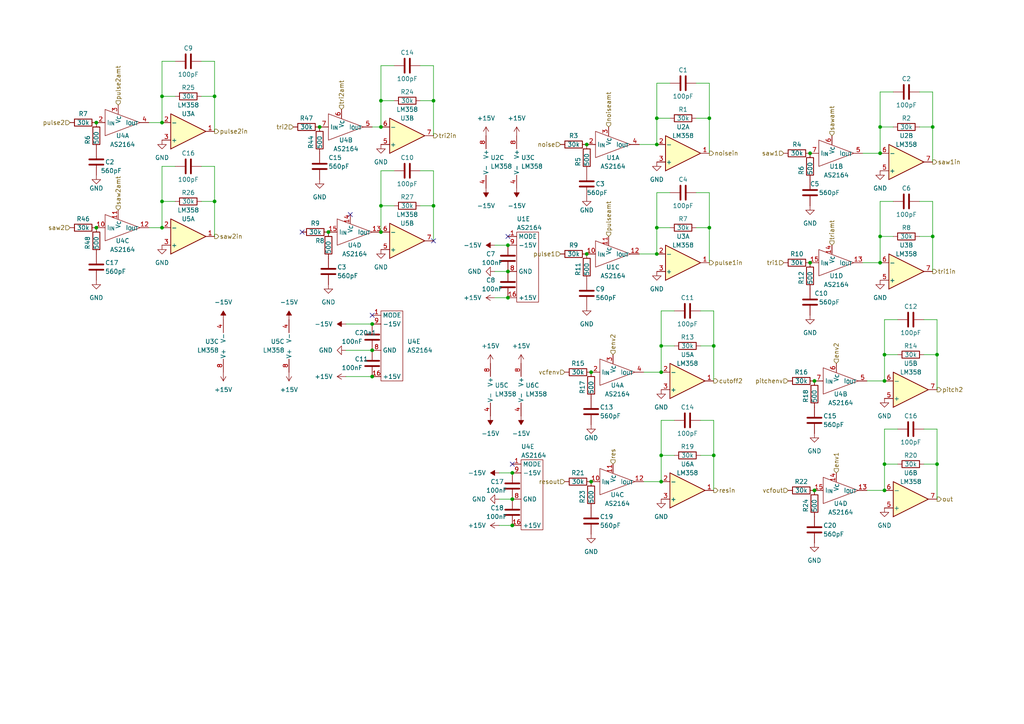
<source format=kicad_sch>
(kicad_sch (version 20211123) (generator eeschema)

  (uuid 278f8ae6-6b45-4a9c-9670-26fce8e60782)

  (paper "A4")

  (lib_symbols
    (symbol "Amplifier_Operational:LM358" (pin_names (offset 0.127)) (in_bom yes) (on_board yes)
      (property "Reference" "U" (id 0) (at 0 5.08 0)
        (effects (font (size 1.27 1.27)) (justify left))
      )
      (property "Value" "LM358" (id 1) (at 0 -5.08 0)
        (effects (font (size 1.27 1.27)) (justify left))
      )
      (property "Footprint" "" (id 2) (at 0 0 0)
        (effects (font (size 1.27 1.27)) hide)
      )
      (property "Datasheet" "http://www.ti.com/lit/ds/symlink/lm2904-n.pdf" (id 3) (at 0 0 0)
        (effects (font (size 1.27 1.27)) hide)
      )
      (property "ki_locked" "" (id 4) (at 0 0 0)
        (effects (font (size 1.27 1.27)))
      )
      (property "ki_keywords" "dual opamp" (id 5) (at 0 0 0)
        (effects (font (size 1.27 1.27)) hide)
      )
      (property "ki_description" "Low-Power, Dual Operational Amplifiers, DIP-8/SOIC-8/TO-99-8" (id 6) (at 0 0 0)
        (effects (font (size 1.27 1.27)) hide)
      )
      (property "ki_fp_filters" "SOIC*3.9x4.9mm*P1.27mm* DIP*W7.62mm* TO*99* OnSemi*Micro8* TSSOP*3x3mm*P0.65mm* TSSOP*4.4x3mm*P0.65mm* MSOP*3x3mm*P0.65mm* SSOP*3.9x4.9mm*P0.635mm* LFCSP*2x2mm*P0.5mm* *SIP* SOIC*5.3x6.2mm*P1.27mm*" (id 7) (at 0 0 0)
        (effects (font (size 1.27 1.27)) hide)
      )
      (symbol "LM358_1_1"
        (polyline
          (pts
            (xy -5.08 5.08)
            (xy 5.08 0)
            (xy -5.08 -5.08)
            (xy -5.08 5.08)
          )
          (stroke (width 0.254) (type default) (color 0 0 0 0))
          (fill (type background))
        )
        (pin output line (at 7.62 0 180) (length 2.54)
          (name "~" (effects (font (size 1.27 1.27))))
          (number "1" (effects (font (size 1.27 1.27))))
        )
        (pin input line (at -7.62 -2.54 0) (length 2.54)
          (name "-" (effects (font (size 1.27 1.27))))
          (number "2" (effects (font (size 1.27 1.27))))
        )
        (pin input line (at -7.62 2.54 0) (length 2.54)
          (name "+" (effects (font (size 1.27 1.27))))
          (number "3" (effects (font (size 1.27 1.27))))
        )
      )
      (symbol "LM358_2_1"
        (polyline
          (pts
            (xy -5.08 5.08)
            (xy 5.08 0)
            (xy -5.08 -5.08)
            (xy -5.08 5.08)
          )
          (stroke (width 0.254) (type default) (color 0 0 0 0))
          (fill (type background))
        )
        (pin input line (at -7.62 2.54 0) (length 2.54)
          (name "+" (effects (font (size 1.27 1.27))))
          (number "5" (effects (font (size 1.27 1.27))))
        )
        (pin input line (at -7.62 -2.54 0) (length 2.54)
          (name "-" (effects (font (size 1.27 1.27))))
          (number "6" (effects (font (size 1.27 1.27))))
        )
        (pin output line (at 7.62 0 180) (length 2.54)
          (name "~" (effects (font (size 1.27 1.27))))
          (number "7" (effects (font (size 1.27 1.27))))
        )
      )
      (symbol "LM358_3_1"
        (pin power_in line (at -2.54 -7.62 90) (length 3.81)
          (name "V-" (effects (font (size 1.27 1.27))))
          (number "4" (effects (font (size 1.27 1.27))))
        )
        (pin power_in line (at -2.54 7.62 270) (length 3.81)
          (name "V+" (effects (font (size 1.27 1.27))))
          (number "8" (effects (font (size 1.27 1.27))))
        )
      )
    )
    (symbol "Device:C" (pin_numbers hide) (pin_names (offset 0.254)) (in_bom yes) (on_board yes)
      (property "Reference" "C" (id 0) (at 0.635 2.54 0)
        (effects (font (size 1.27 1.27)) (justify left))
      )
      (property "Value" "C" (id 1) (at 0.635 -2.54 0)
        (effects (font (size 1.27 1.27)) (justify left))
      )
      (property "Footprint" "" (id 2) (at 0.9652 -3.81 0)
        (effects (font (size 1.27 1.27)) hide)
      )
      (property "Datasheet" "~" (id 3) (at 0 0 0)
        (effects (font (size 1.27 1.27)) hide)
      )
      (property "ki_keywords" "cap capacitor" (id 4) (at 0 0 0)
        (effects (font (size 1.27 1.27)) hide)
      )
      (property "ki_description" "Unpolarized capacitor" (id 5) (at 0 0 0)
        (effects (font (size 1.27 1.27)) hide)
      )
      (property "ki_fp_filters" "C_*" (id 6) (at 0 0 0)
        (effects (font (size 1.27 1.27)) hide)
      )
      (symbol "C_0_1"
        (polyline
          (pts
            (xy -2.032 -0.762)
            (xy 2.032 -0.762)
          )
          (stroke (width 0.508) (type default) (color 0 0 0 0))
          (fill (type none))
        )
        (polyline
          (pts
            (xy -2.032 0.762)
            (xy 2.032 0.762)
          )
          (stroke (width 0.508) (type default) (color 0 0 0 0))
          (fill (type none))
        )
      )
      (symbol "C_1_1"
        (pin passive line (at 0 3.81 270) (length 2.794)
          (name "~" (effects (font (size 1.27 1.27))))
          (number "1" (effects (font (size 1.27 1.27))))
        )
        (pin passive line (at 0 -3.81 90) (length 2.794)
          (name "~" (effects (font (size 1.27 1.27))))
          (number "2" (effects (font (size 1.27 1.27))))
        )
      )
    )
    (symbol "Device:R" (pin_numbers hide) (pin_names (offset 0)) (in_bom yes) (on_board yes)
      (property "Reference" "R" (id 0) (at 2.032 0 90)
        (effects (font (size 1.27 1.27)))
      )
      (property "Value" "R" (id 1) (at 0 0 90)
        (effects (font (size 1.27 1.27)))
      )
      (property "Footprint" "" (id 2) (at -1.778 0 90)
        (effects (font (size 1.27 1.27)) hide)
      )
      (property "Datasheet" "~" (id 3) (at 0 0 0)
        (effects (font (size 1.27 1.27)) hide)
      )
      (property "ki_keywords" "R res resistor" (id 4) (at 0 0 0)
        (effects (font (size 1.27 1.27)) hide)
      )
      (property "ki_description" "Resistor" (id 5) (at 0 0 0)
        (effects (font (size 1.27 1.27)) hide)
      )
      (property "ki_fp_filters" "R_*" (id 6) (at 0 0 0)
        (effects (font (size 1.27 1.27)) hide)
      )
      (symbol "R_0_1"
        (rectangle (start -1.016 -2.54) (end 1.016 2.54)
          (stroke (width 0.254) (type default) (color 0 0 0 0))
          (fill (type none))
        )
      )
      (symbol "R_1_1"
        (pin passive line (at 0 3.81 270) (length 1.27)
          (name "~" (effects (font (size 1.27 1.27))))
          (number "1" (effects (font (size 1.27 1.27))))
        )
        (pin passive line (at 0 -3.81 90) (length 1.27)
          (name "~" (effects (font (size 1.27 1.27))))
          (number "2" (effects (font (size 1.27 1.27))))
        )
      )
    )
    (symbol "Synth_Parts:AS2164" (in_bom yes) (on_board yes)
      (property "Reference" "U" (id 0) (at -1.27 2.54 0)
        (effects (font (size 1.27 1.27)))
      )
      (property "Value" "AS2164" (id 1) (at 0 0 0)
        (effects (font (size 1.27 1.27)))
      )
      (property "Footprint" "" (id 2) (at 0 0 0)
        (effects (font (size 1.27 1.27)) hide)
      )
      (property "Datasheet" "" (id 3) (at 0 0 0)
        (effects (font (size 1.27 1.27)) hide)
      )
      (property "ki_locked" "" (id 4) (at 0 0 0)
        (effects (font (size 1.27 1.27)))
      )
      (symbol "AS2164_1_1"
        (polyline
          (pts
            (xy -3.81 -3.81)
            (xy -3.81 -11.43)
            (xy 6.35 -7.62)
            (xy -3.81 -3.81)
          )
          (stroke (width 0) (type default) (color 0 0 0 0))
          (fill (type none))
        )
        (pin input line (at -6.35 -7.62 0) (length 2.54)
          (name "I_{IN}" (effects (font (size 1.27 1.27))))
          (number "2" (effects (font (size 1.27 1.27))))
        )
        (pin input line (at 0 -2.54 270) (length 2.54)
          (name "V_{C}" (effects (font (size 1.27 1.27))))
          (number "3" (effects (font (size 1.27 1.27))))
        )
        (pin input line (at 8.89 -7.62 180) (length 2.54)
          (name "I_{OUT}" (effects (font (size 1.27 1.27))))
          (number "4" (effects (font (size 1.27 1.27))))
        )
      )
      (symbol "AS2164_2_1"
        (polyline
          (pts
            (xy -3.81 -3.81)
            (xy -3.81 -11.43)
            (xy 6.35 -7.62)
            (xy -3.81 -3.81)
          )
          (stroke (width 0) (type default) (color 0 0 0 0))
          (fill (type none))
        )
        (pin input line (at 8.89 -7.62 180) (length 2.54)
          (name "I_{OUT}" (effects (font (size 1.27 1.27))))
          (number "5" (effects (font (size 1.27 1.27))))
        )
        (pin input line (at 0 -2.54 270) (length 2.54)
          (name "V_{C}" (effects (font (size 1.27 1.27))))
          (number "6" (effects (font (size 1.27 1.27))))
        )
        (pin input line (at -6.35 -7.62 0) (length 2.54)
          (name "I_{IN}" (effects (font (size 1.27 1.27))))
          (number "7" (effects (font (size 1.27 1.27))))
        )
      )
      (symbol "AS2164_3_1"
        (polyline
          (pts
            (xy -3.81 -3.81)
            (xy -3.81 -11.43)
            (xy 6.35 -7.62)
            (xy -3.81 -3.81)
          )
          (stroke (width 0) (type default) (color 0 0 0 0))
          (fill (type none))
        )
        (pin input line (at -6.35 -7.62 0) (length 2.54)
          (name "I_{IN}" (effects (font (size 1.27 1.27))))
          (number "10" (effects (font (size 1.27 1.27))))
        )
        (pin input line (at 0 -2.54 270) (length 2.54)
          (name "V_{C}" (effects (font (size 1.27 1.27))))
          (number "11" (effects (font (size 1.27 1.27))))
        )
        (pin input line (at 8.89 -7.62 180) (length 2.54)
          (name "I_{OUT}" (effects (font (size 1.27 1.27))))
          (number "12" (effects (font (size 1.27 1.27))))
        )
      )
      (symbol "AS2164_4_1"
        (polyline
          (pts
            (xy -3.81 -3.81)
            (xy -3.81 -11.43)
            (xy 6.35 -7.62)
            (xy -3.81 -3.81)
          )
          (stroke (width 0) (type default) (color 0 0 0 0))
          (fill (type none))
        )
        (pin input line (at 8.89 -7.62 180) (length 2.54)
          (name "I_{OUT}" (effects (font (size 1.27 1.27))))
          (number "13" (effects (font (size 1.27 1.27))))
        )
        (pin input line (at 0 -2.54 270) (length 2.54)
          (name "V_{C}" (effects (font (size 1.27 1.27))))
          (number "14" (effects (font (size 1.27 1.27))))
        )
        (pin input line (at -6.35 -7.62 0) (length 2.54)
          (name "I_{IN}" (effects (font (size 1.27 1.27))))
          (number "15" (effects (font (size 1.27 1.27))))
        )
      )
      (symbol "AS2164_5_1"
        (rectangle (start 0 -2.54) (end 6.35 -22.86)
          (stroke (width 0) (type default) (color 0 0 0 0))
          (fill (type none))
        )
        (pin input line (at -2.54 -3.81 0) (length 2.54)
          (name "MODE" (effects (font (size 1.27 1.27))))
          (number "1" (effects (font (size 1.27 1.27))))
        )
        (pin input line (at -2.54 -21.59 0) (length 2.54)
          (name "+15V" (effects (font (size 1.27 1.27))))
          (number "16" (effects (font (size 1.27 1.27))))
        )
        (pin input line (at -2.54 -13.97 0) (length 2.54)
          (name "GND" (effects (font (size 1.27 1.27))))
          (number "8" (effects (font (size 1.27 1.27))))
        )
        (pin input line (at -2.54 -6.35 0) (length 2.54)
          (name "-15V" (effects (font (size 1.27 1.27))))
          (number "9" (effects (font (size 1.27 1.27))))
        )
      )
    )
    (symbol "power:+15V" (power) (pin_names (offset 0)) (in_bom yes) (on_board yes)
      (property "Reference" "#PWR" (id 0) (at 0 -3.81 0)
        (effects (font (size 1.27 1.27)) hide)
      )
      (property "Value" "+15V" (id 1) (at 0 3.556 0)
        (effects (font (size 1.27 1.27)))
      )
      (property "Footprint" "" (id 2) (at 0 0 0)
        (effects (font (size 1.27 1.27)) hide)
      )
      (property "Datasheet" "" (id 3) (at 0 0 0)
        (effects (font (size 1.27 1.27)) hide)
      )
      (property "ki_keywords" "power-flag" (id 4) (at 0 0 0)
        (effects (font (size 1.27 1.27)) hide)
      )
      (property "ki_description" "Power symbol creates a global label with name \"+15V\"" (id 5) (at 0 0 0)
        (effects (font (size 1.27 1.27)) hide)
      )
      (symbol "+15V_0_1"
        (polyline
          (pts
            (xy -0.762 1.27)
            (xy 0 2.54)
          )
          (stroke (width 0) (type default) (color 0 0 0 0))
          (fill (type none))
        )
        (polyline
          (pts
            (xy 0 0)
            (xy 0 2.54)
          )
          (stroke (width 0) (type default) (color 0 0 0 0))
          (fill (type none))
        )
        (polyline
          (pts
            (xy 0 2.54)
            (xy 0.762 1.27)
          )
          (stroke (width 0) (type default) (color 0 0 0 0))
          (fill (type none))
        )
      )
      (symbol "+15V_1_1"
        (pin power_in line (at 0 0 90) (length 0) hide
          (name "+15V" (effects (font (size 1.27 1.27))))
          (number "1" (effects (font (size 1.27 1.27))))
        )
      )
    )
    (symbol "power:-15V" (power) (pin_names (offset 0)) (in_bom yes) (on_board yes)
      (property "Reference" "#PWR" (id 0) (at 0 2.54 0)
        (effects (font (size 1.27 1.27)) hide)
      )
      (property "Value" "-15V" (id 1) (at 0 3.81 0)
        (effects (font (size 1.27 1.27)))
      )
      (property "Footprint" "" (id 2) (at 0 0 0)
        (effects (font (size 1.27 1.27)) hide)
      )
      (property "Datasheet" "" (id 3) (at 0 0 0)
        (effects (font (size 1.27 1.27)) hide)
      )
      (property "ki_keywords" "power-flag" (id 4) (at 0 0 0)
        (effects (font (size 1.27 1.27)) hide)
      )
      (property "ki_description" "Power symbol creates a global label with name \"-15V\"" (id 5) (at 0 0 0)
        (effects (font (size 1.27 1.27)) hide)
      )
      (symbol "-15V_0_0"
        (pin power_in line (at 0 0 90) (length 0) hide
          (name "-15V" (effects (font (size 1.27 1.27))))
          (number "1" (effects (font (size 1.27 1.27))))
        )
      )
      (symbol "-15V_0_1"
        (polyline
          (pts
            (xy 0 0)
            (xy 0 1.27)
            (xy 0.762 1.27)
            (xy 0 2.54)
            (xy -0.762 1.27)
            (xy 0 1.27)
          )
          (stroke (width 0) (type default) (color 0 0 0 0))
          (fill (type outline))
        )
      )
    )
    (symbol "power:GND" (power) (pin_names (offset 0)) (in_bom yes) (on_board yes)
      (property "Reference" "#PWR" (id 0) (at 0 -6.35 0)
        (effects (font (size 1.27 1.27)) hide)
      )
      (property "Value" "GND" (id 1) (at 0 -3.81 0)
        (effects (font (size 1.27 1.27)))
      )
      (property "Footprint" "" (id 2) (at 0 0 0)
        (effects (font (size 1.27 1.27)) hide)
      )
      (property "Datasheet" "" (id 3) (at 0 0 0)
        (effects (font (size 1.27 1.27)) hide)
      )
      (property "ki_keywords" "power-flag" (id 4) (at 0 0 0)
        (effects (font (size 1.27 1.27)) hide)
      )
      (property "ki_description" "Power symbol creates a global label with name \"GND\" , ground" (id 5) (at 0 0 0)
        (effects (font (size 1.27 1.27)) hide)
      )
      (symbol "GND_0_1"
        (polyline
          (pts
            (xy 0 0)
            (xy 0 -1.27)
            (xy 1.27 -1.27)
            (xy 0 -2.54)
            (xy -1.27 -1.27)
            (xy 0 -1.27)
          )
          (stroke (width 0) (type default) (color 0 0 0 0))
          (fill (type none))
        )
      )
      (symbol "GND_1_1"
        (pin power_in line (at 0 0 270) (length 0) hide
          (name "GND" (effects (font (size 1.27 1.27))))
          (number "1" (effects (font (size 1.27 1.27))))
        )
      )
    )
  )

  (junction (at 46.99 58.42) (diameter 0) (color 0 0 0 0)
    (uuid 0122e088-9222-4204-83ac-206b4a01b16e)
  )
  (junction (at 62.23 58.42) (diameter 0) (color 0 0 0 0)
    (uuid 08c4f534-4a37-4bd5-9e63-868620f5b6d8)
  )
  (junction (at 234.95 76.2) (diameter 0) (color 0 0 0 0)
    (uuid 0fa4037b-e2a8-432e-aaa0-04a94f835576)
  )
  (junction (at 191.77 107.95) (diameter 0) (color 0 0 0 0)
    (uuid 143b048c-738f-4d07-888f-18c0957147f9)
  )
  (junction (at 271.78 102.87) (diameter 0) (color 0 0 0 0)
    (uuid 14504190-39c3-40fb-8560-4d8219c4081f)
  )
  (junction (at 234.95 44.45) (diameter 0) (color 0 0 0 0)
    (uuid 19e6eb41-4578-46bc-a863-7e953e3a231f)
  )
  (junction (at 171.45 107.95) (diameter 0) (color 0 0 0 0)
    (uuid 19eeae1c-4e7e-4dd4-8aea-c1fd71abd54f)
  )
  (junction (at 92.71 36.83) (diameter 0) (color 0 0 0 0)
    (uuid 1bfee908-5493-4f9b-a112-8b3cbb0b2607)
  )
  (junction (at 236.22 110.49) (diameter 0) (color 0 0 0 0)
    (uuid 229cabec-3752-4dd3-a017-c79bf83302d1)
  )
  (junction (at 256.54 134.62) (diameter 0) (color 0 0 0 0)
    (uuid 39be7bb4-ea5b-43c7-9f19-54ffb9c76dcd)
  )
  (junction (at 110.49 36.83) (diameter 0) (color 0 0 0 0)
    (uuid 3c93f682-51ee-4eb3-95da-8c0a07f49394)
  )
  (junction (at 191.77 100.33) (diameter 0) (color 0 0 0 0)
    (uuid 3fe219c4-020b-4b60-b675-cbe8a6d40788)
  )
  (junction (at 190.5 73.66) (diameter 0) (color 0 0 0 0)
    (uuid 4371f52c-8ebd-422d-be98-e8b31242b69a)
  )
  (junction (at 110.49 29.21) (diameter 0) (color 0 0 0 0)
    (uuid 44ffb951-bb14-4a45-819e-c4f5d8c7d903)
  )
  (junction (at 255.27 76.2) (diameter 0) (color 0 0 0 0)
    (uuid 4e1c6bf7-f7ad-41dc-80ec-405e7d624f8f)
  )
  (junction (at 190.5 41.91) (diameter 0) (color 0 0 0 0)
    (uuid 53cc3917-6abe-420b-a57f-8a848ac9ca0f)
  )
  (junction (at 207.01 132.08) (diameter 0) (color 0 0 0 0)
    (uuid 554911d1-2dde-4ed7-84d0-291dc2533b01)
  )
  (junction (at 27.94 66.04) (diameter 0) (color 0 0 0 0)
    (uuid 55e5aea3-37cd-4024-a352-647c279fb59e)
  )
  (junction (at 205.74 66.04) (diameter 0) (color 0 0 0 0)
    (uuid 60e69c0e-2b42-4e2a-a87f-db987a85ec9c)
  )
  (junction (at 191.77 139.7) (diameter 0) (color 0 0 0 0)
    (uuid 6149d3cf-6c7b-4a12-9612-d1d4797d8a3b)
  )
  (junction (at 27.94 35.56) (diameter 0) (color 0 0 0 0)
    (uuid 65516c76-7e73-4b79-8b03-ea5104efe8af)
  )
  (junction (at 270.51 68.58) (diameter 0) (color 0 0 0 0)
    (uuid 67ded3c5-0e06-4514-9519-2f303bfe7d22)
  )
  (junction (at 110.49 59.69) (diameter 0) (color 0 0 0 0)
    (uuid 7083b3b2-159d-4a6f-817a-efc790b3446e)
  )
  (junction (at 256.54 142.24) (diameter 0) (color 0 0 0 0)
    (uuid 71097fa2-3159-4016-b73a-228bad943c07)
  )
  (junction (at 255.27 36.83) (diameter 0) (color 0 0 0 0)
    (uuid 74a22c73-7580-4e83-9c72-49aabadf838f)
  )
  (junction (at 62.23 27.94) (diameter 0) (color 0 0 0 0)
    (uuid 7851d2a6-6a22-464d-9219-5f02a12e5583)
  )
  (junction (at 255.27 68.58) (diameter 0) (color 0 0 0 0)
    (uuid 78f19fd4-581b-4b7a-a045-14b0321981d3)
  )
  (junction (at 107.95 101.6) (diameter 0) (color 0 0 0 0)
    (uuid 79bb840e-e073-4ca1-b7d4-83036020bdc6)
  )
  (junction (at 171.45 139.7) (diameter 0) (color 0 0 0 0)
    (uuid 7d19bbfe-a5d3-4afd-b9fd-62c726bc7353)
  )
  (junction (at 148.59 137.16) (diameter 0) (color 0 0 0 0)
    (uuid 807c4d06-c401-4293-9463-9bf455cb7eab)
  )
  (junction (at 107.95 109.22) (diameter 0) (color 0 0 0 0)
    (uuid 841bcf7b-f679-4fd2-96b4-77d64a691467)
  )
  (junction (at 255.27 44.45) (diameter 0) (color 0 0 0 0)
    (uuid 892ff2a9-ba87-46cd-bab3-45f7553283af)
  )
  (junction (at 46.99 35.56) (diameter 0) (color 0 0 0 0)
    (uuid 8bea48c4-a381-4d31-b6fc-9bffd8ae87cd)
  )
  (junction (at 205.74 34.29) (diameter 0) (color 0 0 0 0)
    (uuid 8ea148f7-8ab2-41f4-bd7a-5f4e10a82aa4)
  )
  (junction (at 148.59 152.4) (diameter 0) (color 0 0 0 0)
    (uuid 953ecc6e-c9b4-4f16-8123-fe55fec33bd9)
  )
  (junction (at 170.18 73.66) (diameter 0) (color 0 0 0 0)
    (uuid 95fe178e-8b7a-4e8a-9d58-651a0d75b09b)
  )
  (junction (at 107.95 93.98) (diameter 0) (color 0 0 0 0)
    (uuid 9ae6dc6d-c56d-4e21-bf58-d903ad1ea380)
  )
  (junction (at 46.99 27.94) (diameter 0) (color 0 0 0 0)
    (uuid 9aec5bba-291b-4b6c-beb2-85af90494ee1)
  )
  (junction (at 256.54 102.87) (diameter 0) (color 0 0 0 0)
    (uuid 9c37205d-bb0b-400e-8e5c-a05b375f890b)
  )
  (junction (at 148.59 144.78) (diameter 0) (color 0 0 0 0)
    (uuid a17819f8-fc30-4abc-b9e3-b71b528caf7a)
  )
  (junction (at 147.32 71.12) (diameter 0) (color 0 0 0 0)
    (uuid ae86317b-4037-4a48-b6c8-5e8501abe18d)
  )
  (junction (at 271.78 134.62) (diameter 0) (color 0 0 0 0)
    (uuid b213d7ae-6f19-4b48-a3b2-f0afc3aa37ed)
  )
  (junction (at 190.5 66.04) (diameter 0) (color 0 0 0 0)
    (uuid b34ab6af-5c5d-44d8-befc-22e466d3cb88)
  )
  (junction (at 125.73 29.21) (diameter 0) (color 0 0 0 0)
    (uuid b5e89d4a-421b-4a55-89a7-bac8b0af00aa)
  )
  (junction (at 236.22 142.24) (diameter 0) (color 0 0 0 0)
    (uuid bbbbd614-a5be-409b-9570-16312acd376a)
  )
  (junction (at 110.49 67.31) (diameter 0) (color 0 0 0 0)
    (uuid c3852be0-dff5-4d09-8150-ceb39ce0cdbc)
  )
  (junction (at 147.32 86.36) (diameter 0) (color 0 0 0 0)
    (uuid c6bbac80-1252-44b3-a03c-ac0a5ed2fc1b)
  )
  (junction (at 95.25 67.31) (diameter 0) (color 0 0 0 0)
    (uuid c829cfe2-ddc1-41c2-a04d-8980ba8b3b05)
  )
  (junction (at 125.73 59.69) (diameter 0) (color 0 0 0 0)
    (uuid c9dd2e0e-cd53-4124-acfb-887769222eda)
  )
  (junction (at 270.51 36.83) (diameter 0) (color 0 0 0 0)
    (uuid cd8b91b2-7b84-47ac-80be-a99ba6135934)
  )
  (junction (at 191.77 132.08) (diameter 0) (color 0 0 0 0)
    (uuid d1177922-6cb2-4c71-8da5-aa4168b5c74b)
  )
  (junction (at 207.01 100.33) (diameter 0) (color 0 0 0 0)
    (uuid d67dd287-f0a4-48f3-9bc1-c3b8313aeac0)
  )
  (junction (at 46.99 66.04) (diameter 0) (color 0 0 0 0)
    (uuid db5ec429-d4a9-43fc-b13c-8dbbae3913ea)
  )
  (junction (at 147.32 78.74) (diameter 0) (color 0 0 0 0)
    (uuid decc1d72-4fab-4ea5-9a6c-4dbcf24c78ff)
  )
  (junction (at 256.54 110.49) (diameter 0) (color 0 0 0 0)
    (uuid e6b7e7e7-050b-4aee-a877-22e4de9fc99c)
  )
  (junction (at 190.5 34.29) (diameter 0) (color 0 0 0 0)
    (uuid f3b1816a-f25a-4d50-9af6-aa642290fd3d)
  )
  (junction (at 170.18 41.91) (diameter 0) (color 0 0 0 0)
    (uuid f86fcfe2-f6ae-4cae-a712-f906257652e3)
  )

  (no_connect (at 148.59 134.62) (uuid 2984c73a-c751-467d-99dc-18a8692b9428))
  (no_connect (at 125.73 69.85) (uuid 3ed0ce08-b0b6-4fcb-916b-67c66b0bb844))
  (no_connect (at 101.6 62.23) (uuid 3ed0ce08-b0b6-4fcb-916b-67c66b0bb844))
  (no_connect (at 87.63 67.31) (uuid 4dd1fdef-d1d2-47d7-a9ac-14f363390355))
  (no_connect (at 107.95 91.44) (uuid 6472c1f6-26d4-4ff4-9cd0-017418773c35))
  (no_connect (at 147.32 68.58) (uuid ce038258-79be-4766-9b66-48914571e401))

  (wire (pts (xy 121.92 59.69) (xy 125.73 59.69))
    (stroke (width 0) (type default) (color 0 0 0 0))
    (uuid 063c40fa-be07-4ec3-b9d8-9eec00ddbb9c)
  )
  (wire (pts (xy 143.51 71.12) (xy 147.32 71.12))
    (stroke (width 0) (type default) (color 0 0 0 0))
    (uuid 0ef9475e-68b8-4de9-a588-6c3d6903d55d)
  )
  (wire (pts (xy 121.92 19.05) (xy 125.73 19.05))
    (stroke (width 0) (type default) (color 0 0 0 0))
    (uuid 0effecee-f6a1-461a-afc0-cbc1bd6b3260)
  )
  (wire (pts (xy 203.2 121.92) (xy 207.01 121.92))
    (stroke (width 0) (type default) (color 0 0 0 0))
    (uuid 123d596d-1808-41c9-9e61-dd813cde840b)
  )
  (wire (pts (xy 201.93 24.13) (xy 205.74 24.13))
    (stroke (width 0) (type default) (color 0 0 0 0))
    (uuid 13232960-597b-4810-89d7-43e8a4f5a8b0)
  )
  (wire (pts (xy 125.73 59.69) (xy 125.73 69.85))
    (stroke (width 0) (type default) (color 0 0 0 0))
    (uuid 1558933b-f1d0-4aed-b6cf-3c1082e8d4a9)
  )
  (wire (pts (xy 143.51 78.74) (xy 147.32 78.74))
    (stroke (width 0) (type default) (color 0 0 0 0))
    (uuid 1727a127-b58f-4707-9a18-66a331e8cf4d)
  )
  (wire (pts (xy 125.73 19.05) (xy 125.73 29.21))
    (stroke (width 0) (type default) (color 0 0 0 0))
    (uuid 1b5939c4-084f-4328-a2f8-972be49e6aca)
  )
  (wire (pts (xy 260.35 92.71) (xy 256.54 92.71))
    (stroke (width 0) (type default) (color 0 0 0 0))
    (uuid 1ce79376-3106-410e-a5db-cd7d0af55213)
  )
  (wire (pts (xy 114.3 29.21) (xy 110.49 29.21))
    (stroke (width 0) (type default) (color 0 0 0 0))
    (uuid 1da28c52-1604-49bd-b5bf-a1627187337f)
  )
  (wire (pts (xy 114.3 59.69) (xy 110.49 59.69))
    (stroke (width 0) (type default) (color 0 0 0 0))
    (uuid 20828e58-07fb-4e96-854f-6e6458b619c5)
  )
  (wire (pts (xy 50.8 17.78) (xy 46.99 17.78))
    (stroke (width 0) (type default) (color 0 0 0 0))
    (uuid 21b8a1bd-c839-4d85-9b0e-8e0fd9cfe730)
  )
  (wire (pts (xy 191.77 121.92) (xy 191.77 132.08))
    (stroke (width 0) (type default) (color 0 0 0 0))
    (uuid 22f89183-8139-4710-a482-aa1a0e35ed53)
  )
  (wire (pts (xy 144.78 144.78) (xy 148.59 144.78))
    (stroke (width 0) (type default) (color 0 0 0 0))
    (uuid 26b0de80-4b2e-4166-87d0-a318c41f7974)
  )
  (wire (pts (xy 255.27 58.42) (xy 255.27 68.58))
    (stroke (width 0) (type default) (color 0 0 0 0))
    (uuid 27399ef5-866f-4cc9-9f48-6e010b5b9318)
  )
  (wire (pts (xy 203.2 132.08) (xy 207.01 132.08))
    (stroke (width 0) (type default) (color 0 0 0 0))
    (uuid 27912d2c-af4a-491e-bc54-f501bbe98604)
  )
  (wire (pts (xy 266.7 58.42) (xy 270.51 58.42))
    (stroke (width 0) (type default) (color 0 0 0 0))
    (uuid 287d9b66-db3b-4326-97de-167f83f5ca66)
  )
  (wire (pts (xy 255.27 26.67) (xy 255.27 36.83))
    (stroke (width 0) (type default) (color 0 0 0 0))
    (uuid 29adae19-1a11-480e-ba71-de1ac26ed766)
  )
  (wire (pts (xy 207.01 132.08) (xy 207.01 142.24))
    (stroke (width 0) (type default) (color 0 0 0 0))
    (uuid 2aeeeb42-0f8d-4a24-a7fb-98c8154fcc19)
  )
  (wire (pts (xy 250.19 44.45) (xy 255.27 44.45))
    (stroke (width 0) (type default) (color 0 0 0 0))
    (uuid 2bdfc3b0-94ba-403b-b573-5ca7763a552c)
  )
  (wire (pts (xy 46.99 27.94) (xy 46.99 35.56))
    (stroke (width 0) (type default) (color 0 0 0 0))
    (uuid 2e178ef8-d65d-434f-bdcc-0dbe6ef11f63)
  )
  (wire (pts (xy 270.51 58.42) (xy 270.51 68.58))
    (stroke (width 0) (type default) (color 0 0 0 0))
    (uuid 2e2d26ce-90af-4968-8785-eb3fd96715e2)
  )
  (wire (pts (xy 267.97 102.87) (xy 271.78 102.87))
    (stroke (width 0) (type default) (color 0 0 0 0))
    (uuid 2f0b39ce-8757-40c6-ac13-2492e8486b80)
  )
  (wire (pts (xy 266.7 36.83) (xy 270.51 36.83))
    (stroke (width 0) (type default) (color 0 0 0 0))
    (uuid 336121f8-20be-4446-a450-512f07835aff)
  )
  (wire (pts (xy 251.46 142.24) (xy 256.54 142.24))
    (stroke (width 0) (type default) (color 0 0 0 0))
    (uuid 373f3506-1c44-48da-8491-1bd2e6f2a72d)
  )
  (wire (pts (xy 43.18 35.56) (xy 46.99 35.56))
    (stroke (width 0) (type default) (color 0 0 0 0))
    (uuid 37649ef9-f44b-473c-b5c1-4032f294f8d7)
  )
  (wire (pts (xy 256.54 102.87) (xy 256.54 110.49))
    (stroke (width 0) (type default) (color 0 0 0 0))
    (uuid 37db0c21-3019-45a6-91fd-cdebc07d070c)
  )
  (wire (pts (xy 58.42 48.26) (xy 62.23 48.26))
    (stroke (width 0) (type default) (color 0 0 0 0))
    (uuid 37e31ea7-008b-46b4-a86b-636edf3429a9)
  )
  (wire (pts (xy 201.93 34.29) (xy 205.74 34.29))
    (stroke (width 0) (type default) (color 0 0 0 0))
    (uuid 39a6b619-c89e-4626-8502-ecf8894035cf)
  )
  (wire (pts (xy 205.74 66.04) (xy 205.74 76.2))
    (stroke (width 0) (type default) (color 0 0 0 0))
    (uuid 3aed8e08-e453-4366-8a74-9f88461a1560)
  )
  (wire (pts (xy 259.08 68.58) (xy 255.27 68.58))
    (stroke (width 0) (type default) (color 0 0 0 0))
    (uuid 3b925d9e-7ecc-4b4f-8a23-5b41f6223c3a)
  )
  (wire (pts (xy 43.18 66.04) (xy 46.99 66.04))
    (stroke (width 0) (type default) (color 0 0 0 0))
    (uuid 3c39d2e0-3e3e-4038-8458-35086b34bf6b)
  )
  (wire (pts (xy 207.01 121.92) (xy 207.01 132.08))
    (stroke (width 0) (type default) (color 0 0 0 0))
    (uuid 3c668acd-37dd-4057-b096-eacf38030653)
  )
  (wire (pts (xy 201.93 66.04) (xy 205.74 66.04))
    (stroke (width 0) (type default) (color 0 0 0 0))
    (uuid 44019395-b379-4049-9ffb-43e5fdebf2bc)
  )
  (wire (pts (xy 194.31 66.04) (xy 190.5 66.04))
    (stroke (width 0) (type default) (color 0 0 0 0))
    (uuid 44291d85-e011-4170-b3ec-db2c2b8d36c4)
  )
  (wire (pts (xy 194.31 55.88) (xy 190.5 55.88))
    (stroke (width 0) (type default) (color 0 0 0 0))
    (uuid 45d5c9f0-511c-4bc4-94d7-efc7dc8a7933)
  )
  (wire (pts (xy 58.42 27.94) (xy 62.23 27.94))
    (stroke (width 0) (type default) (color 0 0 0 0))
    (uuid 46bb53a8-c0f2-4bcd-9082-d56a1f61c10a)
  )
  (wire (pts (xy 144.78 137.16) (xy 148.59 137.16))
    (stroke (width 0) (type default) (color 0 0 0 0))
    (uuid 4748496e-02d9-44bb-ad8f-412ca6a54ac5)
  )
  (wire (pts (xy 195.58 100.33) (xy 191.77 100.33))
    (stroke (width 0) (type default) (color 0 0 0 0))
    (uuid 48342bde-0f52-46ae-a9e0-9731e8ca1dbc)
  )
  (wire (pts (xy 114.3 19.05) (xy 110.49 19.05))
    (stroke (width 0) (type default) (color 0 0 0 0))
    (uuid 49a8cd1b-a15b-4515-84a4-d9abcde4c8ee)
  )
  (wire (pts (xy 260.35 134.62) (xy 256.54 134.62))
    (stroke (width 0) (type default) (color 0 0 0 0))
    (uuid 4c76ecbb-842a-4b97-b17d-e5ffd64a2666)
  )
  (wire (pts (xy 190.5 55.88) (xy 190.5 66.04))
    (stroke (width 0) (type default) (color 0 0 0 0))
    (uuid 4d57a583-6a28-44ad-bec8-2addaad8ddad)
  )
  (wire (pts (xy 267.97 124.46) (xy 271.78 124.46))
    (stroke (width 0) (type default) (color 0 0 0 0))
    (uuid 4e95bab6-cc40-45d1-816c-ba4d89f7ab7e)
  )
  (wire (pts (xy 46.99 58.42) (xy 46.99 66.04))
    (stroke (width 0) (type default) (color 0 0 0 0))
    (uuid 5110098b-1ac1-4619-8421-a5c836f54ccb)
  )
  (wire (pts (xy 191.77 132.08) (xy 191.77 139.7))
    (stroke (width 0) (type default) (color 0 0 0 0))
    (uuid 576978d7-18bd-441b-9727-6fe7fad248d9)
  )
  (wire (pts (xy 270.51 26.67) (xy 270.51 36.83))
    (stroke (width 0) (type default) (color 0 0 0 0))
    (uuid 59391ab2-975e-41cf-8877-5d2474bf19dd)
  )
  (wire (pts (xy 100.33 101.6) (xy 107.95 101.6))
    (stroke (width 0) (type default) (color 0 0 0 0))
    (uuid 5ba901b8-578c-4dc4-83d9-54bd6711b015)
  )
  (wire (pts (xy 195.58 121.92) (xy 191.77 121.92))
    (stroke (width 0) (type default) (color 0 0 0 0))
    (uuid 5caddc8f-35df-4bcd-b9ee-6a86212de918)
  )
  (wire (pts (xy 186.69 107.95) (xy 191.77 107.95))
    (stroke (width 0) (type default) (color 0 0 0 0))
    (uuid 5f3e4c25-255d-4983-a8d9-a33bacd66163)
  )
  (wire (pts (xy 271.78 134.62) (xy 271.78 144.78))
    (stroke (width 0) (type default) (color 0 0 0 0))
    (uuid 68f20ac4-797a-4082-af29-c68b39010820)
  )
  (wire (pts (xy 190.5 34.29) (xy 190.5 41.91))
    (stroke (width 0) (type default) (color 0 0 0 0))
    (uuid 6b21938e-dab1-4905-894b-fa141c515712)
  )
  (wire (pts (xy 251.46 110.49) (xy 256.54 110.49))
    (stroke (width 0) (type default) (color 0 0 0 0))
    (uuid 6ecdb6d6-7394-47b1-ac41-8ab77a019e7d)
  )
  (wire (pts (xy 58.42 58.42) (xy 62.23 58.42))
    (stroke (width 0) (type default) (color 0 0 0 0))
    (uuid 763a9593-17b1-4622-9fee-b49632aaf16b)
  )
  (wire (pts (xy 271.78 92.71) (xy 271.78 102.87))
    (stroke (width 0) (type default) (color 0 0 0 0))
    (uuid 771f3c6d-46b4-44a2-9d9e-aafb1d9a37fc)
  )
  (wire (pts (xy 266.7 68.58) (xy 270.51 68.58))
    (stroke (width 0) (type default) (color 0 0 0 0))
    (uuid 77e4a350-39e3-4e6e-b072-b280e7fe2f5d)
  )
  (wire (pts (xy 121.92 29.21) (xy 125.73 29.21))
    (stroke (width 0) (type default) (color 0 0 0 0))
    (uuid 786f4442-840b-43b1-a50b-12ddaa4679d6)
  )
  (wire (pts (xy 125.73 29.21) (xy 125.73 39.37))
    (stroke (width 0) (type default) (color 0 0 0 0))
    (uuid 7c60ed5b-51ff-48d0-b1cb-387ebca684e4)
  )
  (wire (pts (xy 110.49 59.69) (xy 110.49 67.31))
    (stroke (width 0) (type default) (color 0 0 0 0))
    (uuid 7dfe3a5a-99dc-4ce2-9257-fe34dc9ccc17)
  )
  (wire (pts (xy 267.97 134.62) (xy 271.78 134.62))
    (stroke (width 0) (type default) (color 0 0 0 0))
    (uuid 7fa03f1d-66f2-4518-b9ae-d5dbdf844ce6)
  )
  (wire (pts (xy 194.31 24.13) (xy 190.5 24.13))
    (stroke (width 0) (type default) (color 0 0 0 0))
    (uuid 7fb2425e-a327-4153-a64a-41d61b363352)
  )
  (wire (pts (xy 270.51 68.58) (xy 270.51 78.74))
    (stroke (width 0) (type default) (color 0 0 0 0))
    (uuid 82b0ef90-5554-4dcd-9f39-bc5d15a3f77d)
  )
  (wire (pts (xy 46.99 48.26) (xy 46.99 58.42))
    (stroke (width 0) (type default) (color 0 0 0 0))
    (uuid 84b5e794-0935-46e6-a7d6-18b9a7c3e13f)
  )
  (wire (pts (xy 271.78 124.46) (xy 271.78 134.62))
    (stroke (width 0) (type default) (color 0 0 0 0))
    (uuid 84e9a0e1-1663-41e2-aa2d-ce9dccb5fb05)
  )
  (wire (pts (xy 121.92 49.53) (xy 125.73 49.53))
    (stroke (width 0) (type default) (color 0 0 0 0))
    (uuid 852f556d-edc3-4419-87fd-2a472b5baec0)
  )
  (wire (pts (xy 62.23 58.42) (xy 62.23 68.58))
    (stroke (width 0) (type default) (color 0 0 0 0))
    (uuid 85fc95e5-0fca-4e3a-a544-b2e20a185bf6)
  )
  (wire (pts (xy 114.3 49.53) (xy 110.49 49.53))
    (stroke (width 0) (type default) (color 0 0 0 0))
    (uuid 89363450-8945-4912-be5b-5b83c661efc8)
  )
  (wire (pts (xy 203.2 100.33) (xy 207.01 100.33))
    (stroke (width 0) (type default) (color 0 0 0 0))
    (uuid 89feeb4a-962d-4e45-8364-f1623851bac0)
  )
  (wire (pts (xy 259.08 26.67) (xy 255.27 26.67))
    (stroke (width 0) (type default) (color 0 0 0 0))
    (uuid 8a988414-65a6-4f2d-a154-448a63eed377)
  )
  (wire (pts (xy 250.19 76.2) (xy 255.27 76.2))
    (stroke (width 0) (type default) (color 0 0 0 0))
    (uuid 8dfee058-aeba-4d2d-97c5-d0ecba37ceaa)
  )
  (wire (pts (xy 110.49 19.05) (xy 110.49 29.21))
    (stroke (width 0) (type default) (color 0 0 0 0))
    (uuid 8f633e60-5021-4f28-8e44-1102dc1830c2)
  )
  (wire (pts (xy 143.51 86.36) (xy 147.32 86.36))
    (stroke (width 0) (type default) (color 0 0 0 0))
    (uuid 98cfd485-5d14-4fc0-a997-d60b27200162)
  )
  (wire (pts (xy 256.54 92.71) (xy 256.54 102.87))
    (stroke (width 0) (type default) (color 0 0 0 0))
    (uuid 9d058734-9856-4a5a-ad4f-f544ce0b5759)
  )
  (wire (pts (xy 62.23 17.78) (xy 62.23 27.94))
    (stroke (width 0) (type default) (color 0 0 0 0))
    (uuid a140ca1a-24f0-4223-bcea-56cf7430a675)
  )
  (wire (pts (xy 190.5 66.04) (xy 190.5 73.66))
    (stroke (width 0) (type default) (color 0 0 0 0))
    (uuid a1c03f50-b106-4860-9272-08bed48794c1)
  )
  (wire (pts (xy 205.74 24.13) (xy 205.74 34.29))
    (stroke (width 0) (type default) (color 0 0 0 0))
    (uuid a21b8775-6949-404d-874b-73d90e936d43)
  )
  (wire (pts (xy 58.42 17.78) (xy 62.23 17.78))
    (stroke (width 0) (type default) (color 0 0 0 0))
    (uuid a58c80ae-25fa-4699-bc3d-afffa8b0b8cb)
  )
  (wire (pts (xy 270.51 36.83) (xy 270.51 46.99))
    (stroke (width 0) (type default) (color 0 0 0 0))
    (uuid a62a6a9a-66ce-410f-8f51-43955b5c2adb)
  )
  (wire (pts (xy 271.78 102.87) (xy 271.78 113.03))
    (stroke (width 0) (type default) (color 0 0 0 0))
    (uuid acda3f02-d13a-474c-a325-2e483bed6713)
  )
  (wire (pts (xy 191.77 90.17) (xy 191.77 100.33))
    (stroke (width 0) (type default) (color 0 0 0 0))
    (uuid acfc2ad2-607b-4a35-820a-cd928f9d3b79)
  )
  (wire (pts (xy 50.8 58.42) (xy 46.99 58.42))
    (stroke (width 0) (type default) (color 0 0 0 0))
    (uuid b14d88e3-85c3-4810-9e30-f57aadf91cb2)
  )
  (wire (pts (xy 191.77 100.33) (xy 191.77 107.95))
    (stroke (width 0) (type default) (color 0 0 0 0))
    (uuid b4039d49-0a2d-4964-a5a5-dd4d4f333c30)
  )
  (wire (pts (xy 207.01 100.33) (xy 207.01 110.49))
    (stroke (width 0) (type default) (color 0 0 0 0))
    (uuid b6196855-f121-4129-8f53-1b484c91d0c7)
  )
  (wire (pts (xy 259.08 58.42) (xy 255.27 58.42))
    (stroke (width 0) (type default) (color 0 0 0 0))
    (uuid b814f960-4964-42d1-9831-5720a5893acb)
  )
  (wire (pts (xy 207.01 90.17) (xy 207.01 100.33))
    (stroke (width 0) (type default) (color 0 0 0 0))
    (uuid b90e952c-97d4-40bb-baf2-ce2d07efebfd)
  )
  (wire (pts (xy 50.8 48.26) (xy 46.99 48.26))
    (stroke (width 0) (type default) (color 0 0 0 0))
    (uuid ba0d2be9-4751-416c-97d9-e0e518aa5f3f)
  )
  (wire (pts (xy 194.31 34.29) (xy 190.5 34.29))
    (stroke (width 0) (type default) (color 0 0 0 0))
    (uuid bb151cb4-4374-4adc-965b-6728af871d19)
  )
  (wire (pts (xy 203.2 90.17) (xy 207.01 90.17))
    (stroke (width 0) (type default) (color 0 0 0 0))
    (uuid bb74d88c-f3dc-4754-bfa6-fee216646dc1)
  )
  (wire (pts (xy 125.73 49.53) (xy 125.73 59.69))
    (stroke (width 0) (type default) (color 0 0 0 0))
    (uuid bcaf7419-29f3-48bb-8deb-ec8c8e4d56e8)
  )
  (wire (pts (xy 255.27 36.83) (xy 259.08 36.83))
    (stroke (width 0) (type default) (color 0 0 0 0))
    (uuid bd6d04d6-eca8-4fb1-b264-d9efabdec7f9)
  )
  (wire (pts (xy 144.78 152.4) (xy 148.59 152.4))
    (stroke (width 0) (type default) (color 0 0 0 0))
    (uuid be8e261c-3e4f-4486-8e35-85f65792dda9)
  )
  (wire (pts (xy 185.42 41.91) (xy 190.5 41.91))
    (stroke (width 0) (type default) (color 0 0 0 0))
    (uuid c46d5b0a-c9bb-4a0d-a91b-65b4a77aa0fb)
  )
  (wire (pts (xy 266.7 26.67) (xy 270.51 26.67))
    (stroke (width 0) (type default) (color 0 0 0 0))
    (uuid c6c5a05f-d5df-4bb0-b3c2-7ba92cc50909)
  )
  (wire (pts (xy 185.42 73.66) (xy 190.5 73.66))
    (stroke (width 0) (type default) (color 0 0 0 0))
    (uuid c6cd77bc-3e42-4b50-9a11-d32b77e66e65)
  )
  (wire (pts (xy 195.58 90.17) (xy 191.77 90.17))
    (stroke (width 0) (type default) (color 0 0 0 0))
    (uuid c8cdb641-fae1-456c-93e1-cbe3ecc17f50)
  )
  (wire (pts (xy 50.8 27.94) (xy 46.99 27.94))
    (stroke (width 0) (type default) (color 0 0 0 0))
    (uuid cc320860-b4a9-4dee-b330-7be5b4587c01)
  )
  (wire (pts (xy 46.99 17.78) (xy 46.99 27.94))
    (stroke (width 0) (type default) (color 0 0 0 0))
    (uuid cfc39ff7-3be5-4b01-8e0a-1a11f39b6075)
  )
  (wire (pts (xy 255.27 68.58) (xy 255.27 76.2))
    (stroke (width 0) (type default) (color 0 0 0 0))
    (uuid d20f6974-991e-47c6-b7ea-37073216b9ac)
  )
  (wire (pts (xy 260.35 124.46) (xy 256.54 124.46))
    (stroke (width 0) (type default) (color 0 0 0 0))
    (uuid d38da48b-664f-4418-a4c1-bc9fd59bcf55)
  )
  (wire (pts (xy 62.23 27.94) (xy 62.23 38.1))
    (stroke (width 0) (type default) (color 0 0 0 0))
    (uuid d9d4bac0-e246-4d0c-88d6-4f6fa258fe55)
  )
  (wire (pts (xy 100.33 109.22) (xy 107.95 109.22))
    (stroke (width 0) (type default) (color 0 0 0 0))
    (uuid dabad258-f82c-40d1-b814-e2de7fdd101d)
  )
  (wire (pts (xy 195.58 132.08) (xy 191.77 132.08))
    (stroke (width 0) (type default) (color 0 0 0 0))
    (uuid dc820811-cf54-44f1-b82e-655f78d9bb09)
  )
  (wire (pts (xy 256.54 134.62) (xy 256.54 142.24))
    (stroke (width 0) (type default) (color 0 0 0 0))
    (uuid df09f61d-6f26-456d-b79c-12e2f29012dd)
  )
  (wire (pts (xy 186.69 139.7) (xy 191.77 139.7))
    (stroke (width 0) (type default) (color 0 0 0 0))
    (uuid e7eb7b8a-43aa-4c39-8384-77122cf0d3ac)
  )
  (wire (pts (xy 201.93 55.88) (xy 205.74 55.88))
    (stroke (width 0) (type default) (color 0 0 0 0))
    (uuid e8170530-0b94-455f-92b2-c1fadebc70b4)
  )
  (wire (pts (xy 205.74 55.88) (xy 205.74 66.04))
    (stroke (width 0) (type default) (color 0 0 0 0))
    (uuid eaaf86f9-1e95-40fc-942c-14abea181b15)
  )
  (wire (pts (xy 190.5 24.13) (xy 190.5 34.29))
    (stroke (width 0) (type default) (color 0 0 0 0))
    (uuid eb06fbeb-3f0b-49d5-9fd1-e68806a9952b)
  )
  (wire (pts (xy 267.97 92.71) (xy 271.78 92.71))
    (stroke (width 0) (type default) (color 0 0 0 0))
    (uuid eb1958c7-efab-4b4b-a4a6-e9cbb216fee5)
  )
  (wire (pts (xy 255.27 36.83) (xy 255.27 44.45))
    (stroke (width 0) (type default) (color 0 0 0 0))
    (uuid ee265da4-92c1-4a1d-9b27-cf2de1059d2d)
  )
  (wire (pts (xy 256.54 102.87) (xy 260.35 102.87))
    (stroke (width 0) (type default) (color 0 0 0 0))
    (uuid f0a5992c-cc56-4b3b-8b7a-a8c50ec79357)
  )
  (wire (pts (xy 100.33 93.98) (xy 107.95 93.98))
    (stroke (width 0) (type default) (color 0 0 0 0))
    (uuid f608a310-acb5-404b-8aa2-9809b8c78689)
  )
  (wire (pts (xy 62.23 48.26) (xy 62.23 58.42))
    (stroke (width 0) (type default) (color 0 0 0 0))
    (uuid f7bb8b8b-8d4a-477e-b09b-142c2fd4d465)
  )
  (wire (pts (xy 110.49 49.53) (xy 110.49 59.69))
    (stroke (width 0) (type default) (color 0 0 0 0))
    (uuid fa2a08e9-d650-4444-81b7-ab76fee2b535)
  )
  (wire (pts (xy 205.74 34.29) (xy 205.74 44.45))
    (stroke (width 0) (type default) (color 0 0 0 0))
    (uuid fc82053c-e440-4c07-84bb-d4ab33acb5a6)
  )
  (wire (pts (xy 107.95 36.83) (xy 110.49 36.83))
    (stroke (width 0) (type default) (color 0 0 0 0))
    (uuid fe70bfa6-dde7-4d50-8c14-6ab0c24a93d9)
  )
  (wire (pts (xy 110.49 29.21) (xy 110.49 36.83))
    (stroke (width 0) (type default) (color 0 0 0 0))
    (uuid fee3d2de-a1a8-46c3-8f37-4da8943287ac)
  )
  (wire (pts (xy 256.54 124.46) (xy 256.54 134.62))
    (stroke (width 0) (type default) (color 0 0 0 0))
    (uuid fef7f1a3-4aa8-4bc2-96c1-16b91477f24d)
  )

  (hierarchical_label "saw2amt" (shape input) (at 34.29 60.96 90)
    (effects (font (size 1.27 1.27)) (justify left))
    (uuid 08849e05-8b73-475b-b5f4-04578ded021c)
  )
  (hierarchical_label "pulse2amt" (shape input) (at 34.29 30.48 90)
    (effects (font (size 1.27 1.27)) (justify left))
    (uuid 16f866be-4979-4d0c-8486-2a518f2494cd)
  )
  (hierarchical_label "saw2in" (shape output) (at 62.23 68.58 0)
    (effects (font (size 1.27 1.27)) (justify left))
    (uuid 1cacc532-e7aa-465b-ad1a-3aee8262cc24)
  )
  (hierarchical_label "env1" (shape input) (at 242.57 137.16 90)
    (effects (font (size 1.27 1.27)) (justify left))
    (uuid 2182402b-abb5-42a6-b922-0e250cb2ce15)
  )
  (hierarchical_label "tri1in" (shape output) (at 270.51 78.74 0)
    (effects (font (size 1.27 1.27)) (justify left))
    (uuid 219f8920-a78a-4467-9f6e-5edb4ecdc9a0)
  )
  (hierarchical_label "noise" (shape input) (at 162.56 41.91 180)
    (effects (font (size 1.27 1.27)) (justify right))
    (uuid 24db347c-b3d0-49f0-9576-c899605ba37d)
  )
  (hierarchical_label "pitch2" (shape output) (at 271.78 113.03 0)
    (effects (font (size 1.27 1.27)) (justify left))
    (uuid 29af31d3-16b9-4210-9fcd-595403e52daf)
  )
  (hierarchical_label "sawamt" (shape input) (at 241.3 39.37 90)
    (effects (font (size 1.27 1.27)) (justify left))
    (uuid 2e38f2da-2cc6-48c3-b14f-ceb00ee5ff9b)
  )
  (hierarchical_label "tri2amt" (shape input) (at 99.06 31.75 90)
    (effects (font (size 1.27 1.27)) (justify left))
    (uuid 33956aa0-0382-46da-a2ca-d1ce24e01a3a)
  )
  (hierarchical_label "pulse1in" (shape output) (at 205.74 76.2 0)
    (effects (font (size 1.27 1.27)) (justify left))
    (uuid 3df12110-c3ae-42c3-a49e-fa5bdf59fc3a)
  )
  (hierarchical_label "cutoff2" (shape output) (at 207.01 110.49 0)
    (effects (font (size 1.27 1.27)) (justify left))
    (uuid 3e678bde-fc1b-47cb-bc7a-120d3e92c89e)
  )
  (hierarchical_label "tri2in" (shape output) (at 125.73 39.37 0)
    (effects (font (size 1.27 1.27)) (justify left))
    (uuid 40216434-4286-46a2-9102-9e37695f8b17)
  )
  (hierarchical_label "tri2" (shape input) (at 85.09 36.83 180)
    (effects (font (size 1.27 1.27)) (justify right))
    (uuid 43241479-2bda-470b-80ff-bb4ac45319b5)
  )
  (hierarchical_label "out" (shape output) (at 271.78 144.78 0)
    (effects (font (size 1.27 1.27)) (justify left))
    (uuid 61348e06-9ad2-4674-8140-3c8779dc9de9)
  )
  (hierarchical_label "pulseamt" (shape input) (at 176.53 68.58 90)
    (effects (font (size 1.27 1.27)) (justify left))
    (uuid 6725d9cb-0c17-440a-ba4f-1483ff5a87f1)
  )
  (hierarchical_label "pulse1" (shape input) (at 162.56 73.66 180)
    (effects (font (size 1.27 1.27)) (justify right))
    (uuid 76a62bf7-992c-496b-9aec-657afc2a708f)
  )
  (hierarchical_label "resin" (shape output) (at 207.01 142.24 0)
    (effects (font (size 1.27 1.27)) (justify left))
    (uuid 80c00b01-ef12-4610-b3fa-8caaede0b216)
  )
  (hierarchical_label "vcfout" (shape input) (at 228.6 142.24 180)
    (effects (font (size 1.27 1.27)) (justify right))
    (uuid 830c0b78-c50f-47ad-8529-c36b6416924a)
  )
  (hierarchical_label "triamt" (shape input) (at 241.3 71.12 90)
    (effects (font (size 1.27 1.27)) (justify left))
    (uuid 8877bbdd-e172-4a8b-85a1-0584d9c323f7)
  )
  (hierarchical_label "res" (shape input) (at 177.8 134.62 90)
    (effects (font (size 1.27 1.27)) (justify left))
    (uuid 9599dd79-528e-4d24-8f1a-65a45e59c9c2)
  )
  (hierarchical_label "saw1in" (shape output) (at 270.51 46.99 0)
    (effects (font (size 1.27 1.27)) (justify left))
    (uuid 98b75c2a-3e91-480d-93fb-2c0b64472562)
  )
  (hierarchical_label "pulse2in" (shape output) (at 62.23 38.1 0)
    (effects (font (size 1.27 1.27)) (justify left))
    (uuid a7a42752-1c01-437d-a000-0a05c9a84e63)
  )
  (hierarchical_label "tri1" (shape input) (at 227.33 76.2 180)
    (effects (font (size 1.27 1.27)) (justify right))
    (uuid b406c373-851b-4ebe-a69a-d725fa37c999)
  )
  (hierarchical_label "pitchenv" (shape input) (at 228.6 110.49 180)
    (effects (font (size 1.27 1.27)) (justify right))
    (uuid cde4e4eb-8d56-43c3-9882-edb4f96a3cc8)
  )
  (hierarchical_label "env2" (shape input) (at 177.8 102.87 90)
    (effects (font (size 1.27 1.27)) (justify left))
    (uuid cde6f87a-25be-45b4-afb2-8254f20b7b8b)
  )
  (hierarchical_label "saw1" (shape input) (at 227.33 44.45 180)
    (effects (font (size 1.27 1.27)) (justify right))
    (uuid d04b07b7-b431-4c77-bd13-ce8b26bda956)
  )
  (hierarchical_label "saw2" (shape input) (at 20.32 66.04 180)
    (effects (font (size 1.27 1.27)) (justify right))
    (uuid d2cadded-996b-4364-8e58-a93b16d18bd7)
  )
  (hierarchical_label "noiseamt" (shape input) (at 176.53 36.83 90)
    (effects (font (size 1.27 1.27)) (justify left))
    (uuid d33a6e00-7f46-4d94-b9f6-7db34a4f4b65)
  )
  (hierarchical_label "env2" (shape input) (at 242.57 105.41 90)
    (effects (font (size 1.27 1.27)) (justify left))
    (uuid d8cfab54-280d-451f-9a58-26a4c53265e4)
  )
  (hierarchical_label "resout" (shape input) (at 163.83 139.7 180)
    (effects (font (size 1.27 1.27)) (justify right))
    (uuid d9da7ba5-e192-4a45-941c-f6a61826d33f)
  )
  (hierarchical_label "noisein" (shape output) (at 205.74 44.45 0)
    (effects (font (size 1.27 1.27)) (justify left))
    (uuid da543353-729b-46e4-b583-cef7e6efbf1f)
  )
  (hierarchical_label "vcfenv" (shape input) (at 163.83 107.95 180)
    (effects (font (size 1.27 1.27)) (justify right))
    (uuid ec4d9861-dccd-481a-a300-56cf1c839f3e)
  )
  (hierarchical_label "pulse2" (shape input) (at 20.32 35.56 180)
    (effects (font (size 1.27 1.27)) (justify right))
    (uuid f9703e4c-21f0-46e5-acda-b11182b3b901)
  )

  (symbol (lib_id "Device:C") (at 236.22 121.92 0) (unit 1)
    (in_bom yes) (on_board yes)
    (uuid 008035ad-4503-4696-93ab-79666680b956)
    (property "Reference" "C19" (id 0) (at 238.76 120.65 0)
      (effects (font (size 1.27 1.27)) (justify left))
    )
    (property "Value" "560pF" (id 1) (at 238.76 123.19 0)
      (effects (font (size 1.27 1.27)) (justify left))
    )
    (property "Footprint" "Capacitor_THT:C_Disc_D5.0mm_W2.5mm_P5.00mm" (id 2) (at 237.1852 125.73 0)
      (effects (font (size 1.27 1.27)) hide)
    )
    (property "Datasheet" "~" (id 3) (at 236.22 121.92 0)
      (effects (font (size 1.27 1.27)) hide)
    )
    (pin "1" (uuid 9eebd63e-d5fe-45ff-a691-b09153ee6bdf))
    (pin "2" (uuid e0d30530-5ac4-42c5-a1b8-5515865cb694))
  )

  (symbol (lib_id "Device:R") (at 166.37 73.66 90) (unit 1)
    (in_bom yes) (on_board yes)
    (uuid 00bd03f5-294b-49bd-b8ee-d9f00f42a051)
    (property "Reference" "R45" (id 0) (at 166.37 71.12 90))
    (property "Value" "30k" (id 1) (at 166.37 73.66 90))
    (property "Footprint" "Resistor_THT:R_Axial_DIN0207_L6.3mm_D2.5mm_P10.16mm_Horizontal" (id 2) (at 166.37 75.438 90)
      (effects (font (size 1.27 1.27)) hide)
    )
    (property "Datasheet" "~" (id 3) (at 166.37 73.66 0)
      (effects (font (size 1.27 1.27)) hide)
    )
    (pin "1" (uuid 3f7e9ddc-e102-49fa-a82b-5500c94d46c7))
    (pin "2" (uuid 61cec5ee-15a3-4b32-95d9-c40e916c27d5))
  )

  (symbol (lib_id "Device:C") (at 107.95 97.79 0) (unit 1)
    (in_bom yes) (on_board yes)
    (uuid 0134ae5d-9e53-4d60-8948-c092799ad8bb)
    (property "Reference" "C20a1" (id 0) (at 102.87 96.52 0)
      (effects (font (size 1.27 1.27)) (justify left))
    )
    (property "Value" "100nF" (id 1) (at 99.06 99.06 0)
      (effects (font (size 1.27 1.27)) (justify left))
    )
    (property "Footprint" "Capacitor_THT:C_Disc_D5.0mm_W2.5mm_P5.00mm" (id 2) (at 108.9152 101.6 0)
      (effects (font (size 1.27 1.27)) hide)
    )
    (property "Datasheet" "~" (id 3) (at 107.95 97.79 0)
      (effects (font (size 1.27 1.27)) hide)
    )
    (pin "1" (uuid 8787292e-84d3-4321-8bd7-965a8c2f2e87))
    (pin "2" (uuid 21435679-45ca-4874-a50b-528ef3579afa))
  )

  (symbol (lib_id "power:GND") (at 170.18 57.15 0) (unit 1)
    (in_bom yes) (on_board yes)
    (uuid 04c7c4be-cd5d-4672-a062-a422e07b86c3)
    (property "Reference" "#PWR047" (id 0) (at 170.18 63.5 0)
      (effects (font (size 1.27 1.27)) hide)
    )
    (property "Value" "GND" (id 1) (at 170.18 60.96 0))
    (property "Footprint" "" (id 2) (at 170.18 57.15 0)
      (effects (font (size 1.27 1.27)) hide)
    )
    (property "Datasheet" "" (id 3) (at 170.18 57.15 0)
      (effects (font (size 1.27 1.27)) hide)
    )
    (pin "1" (uuid 12e813dd-1ded-41c6-8414-f5ce795fc6ac))
  )

  (symbol (lib_id "power:+15V") (at 64.77 107.95 0) (mirror x) (unit 1)
    (in_bom yes) (on_board yes) (fields_autoplaced)
    (uuid 09de52c4-d5e0-44e2-8f06-a3f4c22f3a6e)
    (property "Reference" "#PWR066" (id 0) (at 64.77 104.14 0)
      (effects (font (size 1.27 1.27)) hide)
    )
    (property "Value" "+15V" (id 1) (at 64.77 113.03 0))
    (property "Footprint" "" (id 2) (at 64.77 107.95 0)
      (effects (font (size 1.27 1.27)) hide)
    )
    (property "Datasheet" "" (id 3) (at 64.77 107.95 0)
      (effects (font (size 1.27 1.27)) hide)
    )
    (pin "1" (uuid a0fcaae1-53a3-466e-b741-2e46f6f6bc4d))
  )

  (symbol (lib_id "Device:R") (at 231.14 76.2 90) (unit 1)
    (in_bom yes) (on_board yes)
    (uuid 0b2e27ef-acfd-4a87-afb0-cd4bf9856988)
    (property "Reference" "R54" (id 0) (at 231.14 73.66 90))
    (property "Value" "30k" (id 1) (at 231.14 76.2 90))
    (property "Footprint" "Resistor_THT:R_Axial_DIN0207_L6.3mm_D2.5mm_P10.16mm_Horizontal" (id 2) (at 231.14 77.978 90)
      (effects (font (size 1.27 1.27)) hide)
    )
    (property "Datasheet" "~" (id 3) (at 231.14 76.2 0)
      (effects (font (size 1.27 1.27)) hide)
    )
    (pin "1" (uuid 965e9644-a9f7-408f-9b67-472bd180a530))
    (pin "2" (uuid da8c1af4-175b-4c05-a33b-fba0f292e0e4))
  )

  (symbol (lib_id "Synth_Parts:AS2164") (at 101.6 59.69 0) (unit 4)
    (in_bom yes) (on_board yes)
    (uuid 0c090444-0b9c-4858-90f5-7760aa9a8733)
    (property "Reference" "U4" (id 0) (at 102.87 71.12 0))
    (property "Value" "AS2164" (id 1) (at 102.87 73.66 0))
    (property "Footprint" "Package_DIP:DIP-16_W7.62mm_Socket" (id 2) (at 101.6 59.69 0)
      (effects (font (size 1.27 1.27)) hide)
    )
    (property "Datasheet" "" (id 3) (at 101.6 59.69 0)
      (effects (font (size 1.27 1.27)) hide)
    )
    (pin "2" (uuid 63ef158c-03d1-4628-9c05-0bb511dddc72))
    (pin "3" (uuid 91e6bf8f-4179-41f2-aac3-1d7786b6e4f1))
    (pin "4" (uuid 2120cecf-c76b-4ea8-89ee-71e83fa1510b))
    (pin "5" (uuid cae3f583-7368-42db-b693-c33c8ce179b9))
    (pin "6" (uuid 1e0872d6-a478-4f0e-8d2f-7dc0b5743cc5))
    (pin "7" (uuid a5683253-6d23-4c57-88ad-b1518731b1ff))
    (pin "10" (uuid a4b8bc81-9aa4-43bd-90d8-6662492baeb9))
    (pin "11" (uuid 22c0930b-4bc1-49b7-af95-05491e56958b))
    (pin "12" (uuid 0460c7dd-1c37-4f6d-aa85-342efffdadd7))
    (pin "13" (uuid 8217c6aa-fab1-48a4-995e-b6c9a9c89ab1))
    (pin "14" (uuid 735252bc-38da-4a64-b3b4-307bec47a19f))
    (pin "15" (uuid 73170cab-cbfa-42cd-9038-d574a9d33b53))
    (pin "1" (uuid f58d73f2-62ae-44cc-8899-a7c453a3dab7))
    (pin "16" (uuid 7c1c55de-6729-42b2-8f46-24a28f314bcd))
    (pin "8" (uuid aaacc7ed-fc22-402f-8dab-08bc9a8fd1e4))
    (pin "9" (uuid f8343015-2e82-4274-96cd-6b9b14376c8d))
  )

  (symbol (lib_id "power:GND") (at 255.27 81.28 0) (unit 1)
    (in_bom yes) (on_board yes) (fields_autoplaced)
    (uuid 0d1e657e-4076-4ebc-a6d8-5235a7431cf7)
    (property "Reference" "#PWR055" (id 0) (at 255.27 87.63 0)
      (effects (font (size 1.27 1.27)) hide)
    )
    (property "Value" "GND" (id 1) (at 255.27 86.36 0))
    (property "Footprint" "" (id 2) (at 255.27 81.28 0)
      (effects (font (size 1.27 1.27)) hide)
    )
    (property "Datasheet" "" (id 3) (at 255.27 81.28 0)
      (effects (font (size 1.27 1.27)) hide)
    )
    (pin "1" (uuid 74b40733-8932-4ca2-9f9c-f6475966cba6))
  )

  (symbol (lib_id "Device:R") (at 27.94 69.85 180) (unit 1)
    (in_bom yes) (on_board yes)
    (uuid 103388fd-2910-4014-8d33-7945e6d7ee1e)
    (property "Reference" "R48" (id 0) (at 25.4 72.39 90)
      (effects (font (size 1.27 1.27)) (justify right))
    )
    (property "Value" "500" (id 1) (at 27.94 72.39 90)
      (effects (font (size 1.27 1.27)) (justify right))
    )
    (property "Footprint" "Resistor_THT:R_Axial_DIN0207_L6.3mm_D2.5mm_P10.16mm_Horizontal" (id 2) (at 29.718 69.85 90)
      (effects (font (size 1.27 1.27)) hide)
    )
    (property "Datasheet" "~" (id 3) (at 27.94 69.85 0)
      (effects (font (size 1.27 1.27)) hide)
    )
    (pin "1" (uuid b6cb8b53-f59f-439a-bd79-bbb551a0ed7c))
    (pin "2" (uuid 99c8bfdb-905e-4d6c-a036-4d3e3f9dd4b9))
  )

  (symbol (lib_id "Device:C") (at 148.59 140.97 0) (unit 1)
    (in_bom yes) (on_board yes)
    (uuid 1060a615-8787-4f36-9b1f-5d9418038d85)
    (property "Reference" "C31a1" (id 0) (at 142.24 139.7 0)
      (effects (font (size 1.27 1.27)) (justify left))
    )
    (property "Value" "100nF" (id 1) (at 140.97 142.24 0)
      (effects (font (size 1.27 1.27)) (justify left))
    )
    (property "Footprint" "Capacitor_THT:C_Disc_D5.0mm_W2.5mm_P5.00mm" (id 2) (at 149.5552 144.78 0)
      (effects (font (size 1.27 1.27)) hide)
    )
    (property "Datasheet" "~" (id 3) (at 148.59 140.97 0)
      (effects (font (size 1.27 1.27)) hide)
    )
    (pin "1" (uuid c502cf50-6991-4190-b1f3-2bab1496ca7b))
    (pin "2" (uuid 9f95f51c-2978-4ff1-8ca0-76d4b57753a5))
  )

  (symbol (lib_id "Device:C") (at 54.61 17.78 90) (unit 1)
    (in_bom yes) (on_board yes)
    (uuid 10ccc2c6-70af-4320-8492-068a11c464c4)
    (property "Reference" "C9" (id 0) (at 54.61 13.97 90))
    (property "Value" "100pF" (id 1) (at 54.61 21.59 90))
    (property "Footprint" "Capacitor_THT:C_Disc_D5.0mm_W2.5mm_P5.00mm" (id 2) (at 58.42 16.8148 0)
      (effects (font (size 1.27 1.27)) hide)
    )
    (property "Datasheet" "~" (id 3) (at 54.61 17.78 0)
      (effects (font (size 1.27 1.27)) hide)
    )
    (pin "1" (uuid 1663aa27-08e2-46a6-824d-e23d129d280e))
    (pin "2" (uuid feb0394b-a9b5-4f31-a8a8-982e7f6d9015))
  )

  (symbol (lib_id "Device:R") (at 262.89 68.58 90) (unit 1)
    (in_bom yes) (on_board yes)
    (uuid 11b38311-94be-4ece-b5b9-a829e42d5454)
    (property "Reference" "R38" (id 0) (at 262.89 66.04 90))
    (property "Value" "30k" (id 1) (at 262.89 68.58 90))
    (property "Footprint" "Resistor_THT:R_Axial_DIN0207_L6.3mm_D2.5mm_P10.16mm_Horizontal" (id 2) (at 262.89 70.358 90)
      (effects (font (size 1.27 1.27)) hide)
    )
    (property "Datasheet" "~" (id 3) (at 262.89 68.58 0)
      (effects (font (size 1.27 1.27)) hide)
    )
    (pin "1" (uuid 94b6239c-d58b-4366-940d-6093ff615c97))
    (pin "2" (uuid dffdeeac-dc51-4fa1-a067-e267cb1d8f33))
  )

  (symbol (lib_id "Device:R") (at 118.11 59.69 90) (unit 1)
    (in_bom yes) (on_board yes)
    (uuid 14c08cc5-bba5-435e-beba-dffdcc5f8f4f)
    (property "Reference" "R27" (id 0) (at 118.11 57.15 90))
    (property "Value" "30k" (id 1) (at 118.11 59.69 90))
    (property "Footprint" "Resistor_THT:R_Axial_DIN0207_L6.3mm_D2.5mm_P10.16mm_Horizontal" (id 2) (at 118.11 61.468 90)
      (effects (font (size 1.27 1.27)) hide)
    )
    (property "Datasheet" "~" (id 3) (at 118.11 59.69 0)
      (effects (font (size 1.27 1.27)) hide)
    )
    (pin "1" (uuid f43eed5b-d87c-4cb3-a99d-b46b382501b5))
    (pin "2" (uuid 8dc8ba3b-eb5a-4f87-8725-5e4a120c60b8))
  )

  (symbol (lib_id "Synth_Parts:AS2164") (at 241.3 36.83 0) (unit 2)
    (in_bom yes) (on_board yes)
    (uuid 15bf233c-5fbc-4aa5-a6b8-167e11ef5059)
    (property "Reference" "U9" (id 0) (at 242.57 48.26 0))
    (property "Value" "AS2164" (id 1) (at 242.57 50.8 0))
    (property "Footprint" "Package_DIP:DIP-16_W7.62mm_Socket" (id 2) (at 241.3 36.83 0)
      (effects (font (size 1.27 1.27)) hide)
    )
    (property "Datasheet" "" (id 3) (at 241.3 36.83 0)
      (effects (font (size 1.27 1.27)) hide)
    )
    (pin "2" (uuid 92a6b3cf-d655-418a-a962-9e16b4419224))
    (pin "3" (uuid d7541f27-f8b5-4dc5-af3b-4c9177695432))
    (pin "4" (uuid 2898c4c8-4f91-4848-82b2-ebc956af5d35))
    (pin "5" (uuid 4bc6d68b-8640-484a-b78c-865725ae88e4))
    (pin "6" (uuid 110071f9-b796-495e-9311-30333b708790))
    (pin "7" (uuid 7cc6e75d-a4ec-4e38-821f-374121c752c2))
    (pin "10" (uuid 71be3614-7e92-4302-8087-7a1eadb5e314))
    (pin "11" (uuid 2c239078-3d13-4eb0-82eb-fb16aa9966bf))
    (pin "12" (uuid 7011f540-5f6a-4150-86c0-6c7904111c7d))
    (pin "13" (uuid b083442e-da63-4d04-b75e-2b9f93825d1a))
    (pin "14" (uuid a863f3d7-adef-4ebe-a318-3b217201b6f4))
    (pin "15" (uuid 58019b5b-ae8a-40b0-b5da-6577c817e20f))
    (pin "1" (uuid 0d4f3ba3-9c5e-4407-94ae-c54cce7ea682))
    (pin "16" (uuid 6caa25ef-58d7-4bf9-ba0c-e2c8dd5053b5))
    (pin "8" (uuid b00f9eb9-4500-4da3-a9b7-02883412f837))
    (pin "9" (uuid fb5f44a0-dfe7-4969-b834-dfce26f77913))
  )

  (symbol (lib_id "Device:R") (at 199.39 132.08 90) (unit 1)
    (in_bom yes) (on_board yes)
    (uuid 16ad7b81-e61a-4312-ae89-a58107409756)
    (property "Reference" "R103" (id 0) (at 199.39 129.54 90))
    (property "Value" "30k" (id 1) (at 199.39 132.08 90))
    (property "Footprint" "Resistor_THT:R_Axial_DIN0207_L6.3mm_D2.5mm_P10.16mm_Horizontal" (id 2) (at 199.39 133.858 90)
      (effects (font (size 1.27 1.27)) hide)
    )
    (property "Datasheet" "~" (id 3) (at 199.39 132.08 0)
      (effects (font (size 1.27 1.27)) hide)
    )
    (pin "1" (uuid da8c13fb-6d66-4349-86bd-a92945c48e02))
    (pin "2" (uuid e62fbfdd-e960-49a9-9e5c-625d75342a07))
  )

  (symbol (lib_id "Device:C") (at 27.94 77.47 0) (unit 1)
    (in_bom yes) (on_board yes)
    (uuid 18dbfcfc-7490-4dbb-a5ec-ed008d2720cd)
    (property "Reference" "C17" (id 0) (at 30.48 76.2 0)
      (effects (font (size 1.27 1.27)) (justify left))
    )
    (property "Value" "560pF" (id 1) (at 30.48 78.74 0)
      (effects (font (size 1.27 1.27)) (justify left))
    )
    (property "Footprint" "Capacitor_THT:C_Disc_D5.0mm_W2.5mm_P5.00mm" (id 2) (at 28.9052 81.28 0)
      (effects (font (size 1.27 1.27)) hide)
    )
    (property "Datasheet" "~" (id 3) (at 27.94 77.47 0)
      (effects (font (size 1.27 1.27)) hide)
    )
    (pin "1" (uuid 763df4b2-53b4-457c-bcd0-34f7093170ab))
    (pin "2" (uuid 8facf817-11f8-4717-99f0-496b41a81611))
  )

  (symbol (lib_id "Synth_Parts:AS2164") (at 177.8 132.08 0) (unit 3)
    (in_bom yes) (on_board yes)
    (uuid 1965de89-ce3a-447a-83a6-a26b03dc34c0)
    (property "Reference" "U8" (id 0) (at 179.07 143.51 0))
    (property "Value" "AS2164" (id 1) (at 179.07 146.05 0))
    (property "Footprint" "Package_DIP:DIP-16_W7.62mm_Socket" (id 2) (at 177.8 132.08 0)
      (effects (font (size 1.27 1.27)) hide)
    )
    (property "Datasheet" "" (id 3) (at 177.8 132.08 0)
      (effects (font (size 1.27 1.27)) hide)
    )
    (pin "2" (uuid 438e966d-d7a2-4af6-8fbe-b0ed2215eb01))
    (pin "3" (uuid 7cacad86-cf59-44b3-bc92-719b949cf4ef))
    (pin "4" (uuid 6b8bc787-43e5-4878-921c-ea7c6c98cb58))
    (pin "5" (uuid 776869a0-5337-4835-8af9-6ac0dd00d5c6))
    (pin "6" (uuid 779b8523-5219-4ab1-a107-3fc8a18895e4))
    (pin "7" (uuid 89c700c6-28ef-4117-9504-d3bd631fba03))
    (pin "10" (uuid 79853719-dfcf-4d72-8530-2adcacac984d))
    (pin "11" (uuid c73766a2-560a-405f-a490-6ca98fae2e9e))
    (pin "12" (uuid c9b9bd74-0a78-486f-9ac1-5f985f08b4a0))
    (pin "13" (uuid 07fca3d2-c58c-4ab1-ab38-4a0ba136f52b))
    (pin "14" (uuid 66661f7c-efce-4a0f-b8b8-ba5fd8744933))
    (pin "15" (uuid 91d16531-f579-4ca0-94c3-8f218c3f9d95))
    (pin "1" (uuid 44ec5fb0-1de7-4c83-844b-0f16b7d027c7))
    (pin "16" (uuid 33697356-e60b-4924-a462-f7bd734e2618))
    (pin "8" (uuid 9b6c0756-947a-43a5-848b-333571ebb274))
    (pin "9" (uuid b14f2047-0ef2-42f0-8c99-5019915b6b1f))
  )

  (symbol (lib_id "power:GND") (at 27.94 81.28 0) (unit 1)
    (in_bom yes) (on_board yes) (fields_autoplaced)
    (uuid 1a5b7a1c-86f7-4b79-acb3-0cfeb2ecc127)
    (property "Reference" "#PWR054" (id 0) (at 27.94 87.63 0)
      (effects (font (size 1.27 1.27)) hide)
    )
    (property "Value" "GND" (id 1) (at 27.94 86.36 0))
    (property "Footprint" "" (id 2) (at 27.94 81.28 0)
      (effects (font (size 1.27 1.27)) hide)
    )
    (property "Datasheet" "" (id 3) (at 27.94 81.28 0)
      (effects (font (size 1.27 1.27)) hide)
    )
    (pin "1" (uuid 35f33942-5b51-4876-a541-f028c8c26803))
  )

  (symbol (lib_id "Device:R") (at 198.12 66.04 90) (unit 1)
    (in_bom yes) (on_board yes)
    (uuid 20116241-1a85-44f6-8805-cd9d23160e08)
    (property "Reference" "R40" (id 0) (at 198.12 63.5 90))
    (property "Value" "30k" (id 1) (at 198.12 66.04 90))
    (property "Footprint" "Resistor_THT:R_Axial_DIN0207_L6.3mm_D2.5mm_P10.16mm_Horizontal" (id 2) (at 198.12 67.818 90)
      (effects (font (size 1.27 1.27)) hide)
    )
    (property "Datasheet" "~" (id 3) (at 198.12 66.04 0)
      (effects (font (size 1.27 1.27)) hide)
    )
    (pin "1" (uuid 0e24a996-f03f-4d01-ab8e-c00569793729))
    (pin "2" (uuid ada2ced8-5692-4ca7-889a-0692e1875d5c))
  )

  (symbol (lib_id "power:+15V") (at 140.97 39.37 0) (unit 1)
    (in_bom yes) (on_board yes) (fields_autoplaced)
    (uuid 2088c029-9ec7-4456-b45c-60073852212e)
    (property "Reference" "#PWR037" (id 0) (at 140.97 43.18 0)
      (effects (font (size 1.27 1.27)) hide)
    )
    (property "Value" "+15V" (id 1) (at 140.97 34.29 0))
    (property "Footprint" "" (id 2) (at 140.97 39.37 0)
      (effects (font (size 1.27 1.27)) hide)
    )
    (property "Datasheet" "" (id 3) (at 140.97 39.37 0)
      (effects (font (size 1.27 1.27)) hide)
    )
    (pin "1" (uuid 543d81b7-8225-4b46-87f8-91612a83d5bc))
  )

  (symbol (lib_id "Synth_Parts:AS2164") (at 242.57 134.62 0) (unit 4)
    (in_bom yes) (on_board yes)
    (uuid 236063cf-b064-4d1d-ba64-e64fe6e489b1)
    (property "Reference" "U8" (id 0) (at 243.84 146.05 0))
    (property "Value" "AS2164" (id 1) (at 243.84 148.59 0))
    (property "Footprint" "Package_DIP:DIP-16_W7.62mm_Socket" (id 2) (at 242.57 134.62 0)
      (effects (font (size 1.27 1.27)) hide)
    )
    (property "Datasheet" "" (id 3) (at 242.57 134.62 0)
      (effects (font (size 1.27 1.27)) hide)
    )
    (pin "2" (uuid f00a07fd-2177-4ad1-a0e0-290ace59f0e1))
    (pin "3" (uuid 493b20ad-31e6-464b-8e04-8de38e856bc0))
    (pin "4" (uuid 9739c577-9ff2-43f9-a580-fd75a652616a))
    (pin "5" (uuid 83995fd1-f923-46c7-824c-4dcda1d6eb9c))
    (pin "6" (uuid 4dfaaa79-2c8e-49ff-8bb6-6ef43607e172))
    (pin "7" (uuid d9465b51-97bf-4727-9882-38bd5e672301))
    (pin "10" (uuid a1f26a01-18f1-4812-b00d-e7c01357a0b0))
    (pin "11" (uuid 82591972-41bf-4db5-b7e9-d959aaaf0a21))
    (pin "12" (uuid 0d4e506a-ef63-490c-b343-47c9d2676e7c))
    (pin "13" (uuid 1eccf472-9907-48c1-8d4b-712d0f8d372c))
    (pin "14" (uuid e4c6dbd5-5c14-4f31-873e-da9dea7305e3))
    (pin "15" (uuid e88ec3f7-c059-4781-b326-5ca48f1cdf96))
    (pin "1" (uuid c8e7c312-658b-43e7-8287-e9472f0d9f6a))
    (pin "16" (uuid 635ff937-03b0-4204-8ac4-9d531215d15d))
    (pin "8" (uuid e9d4f68f-b2ab-4223-a401-f283cf58519c))
    (pin "9" (uuid 507883bf-969b-4792-b7b8-6b00ca68d504))
  )

  (symbol (lib_id "Device:C") (at 262.89 58.42 90) (unit 1)
    (in_bom yes) (on_board yes)
    (uuid 23d38e4c-67b4-4ac6-8c8c-33d9533037d4)
    (property "Reference" "C13" (id 0) (at 262.89 54.61 90))
    (property "Value" "100pF" (id 1) (at 262.89 62.23 90))
    (property "Footprint" "Capacitor_THT:C_Disc_D5.0mm_W2.5mm_P5.00mm" (id 2) (at 266.7 57.4548 0)
      (effects (font (size 1.27 1.27)) hide)
    )
    (property "Datasheet" "~" (id 3) (at 262.89 58.42 0)
      (effects (font (size 1.27 1.27)) hide)
    )
    (pin "1" (uuid c5787fdf-eebb-4c2f-8118-ac38b42aa279))
    (pin "2" (uuid 31da6f55-cafa-499d-87db-a8eb3cfb8f8b))
  )

  (symbol (lib_id "power:GND") (at 236.22 157.48 0) (unit 1)
    (in_bom yes) (on_board yes) (fields_autoplaced)
    (uuid 25f21255-6cb3-4872-bd2d-613f84125220)
    (property "Reference" "#PWR081" (id 0) (at 236.22 163.83 0)
      (effects (font (size 1.27 1.27)) hide)
    )
    (property "Value" "GND" (id 1) (at 236.22 162.56 0))
    (property "Footprint" "" (id 2) (at 236.22 157.48 0)
      (effects (font (size 1.27 1.27)) hide)
    )
    (property "Datasheet" "" (id 3) (at 236.22 157.48 0)
      (effects (font (size 1.27 1.27)) hide)
    )
    (pin "1" (uuid b2bbf923-214e-447d-827f-bc6860a25fae))
  )

  (symbol (lib_id "Device:C") (at 198.12 24.13 90) (unit 1)
    (in_bom yes) (on_board yes)
    (uuid 28711355-373b-4537-931e-4093314ff253)
    (property "Reference" "C26" (id 0) (at 198.12 20.32 90))
    (property "Value" "100pF" (id 1) (at 198.12 27.94 90))
    (property "Footprint" "Capacitor_THT:C_Disc_D5.0mm_W2.5mm_P5.00mm" (id 2) (at 201.93 23.1648 0)
      (effects (font (size 1.27 1.27)) hide)
    )
    (property "Datasheet" "~" (id 3) (at 198.12 24.13 0)
      (effects (font (size 1.27 1.27)) hide)
    )
    (pin "1" (uuid 6cca784e-24f4-495f-9a25-035eecd05f17))
    (pin "2" (uuid be7a106f-40b0-446e-b55f-151cab53b45e))
  )

  (symbol (lib_id "power:-15V") (at 151.13 120.65 180) (unit 1)
    (in_bom yes) (on_board yes) (fields_autoplaced)
    (uuid 2c73d832-aa2b-4fc5-845e-2dff259d7d08)
    (property "Reference" "#PWR072" (id 0) (at 151.13 123.19 0)
      (effects (font (size 1.27 1.27)) hide)
    )
    (property "Value" "-15V" (id 1) (at 151.13 125.73 0))
    (property "Footprint" "" (id 2) (at 151.13 120.65 0)
      (effects (font (size 1.27 1.27)) hide)
    )
    (property "Datasheet" "" (id 3) (at 151.13 120.65 0)
      (effects (font (size 1.27 1.27)) hide)
    )
    (pin "1" (uuid 2b6af49d-cd1c-4abf-8c75-a42d196e1aa0))
  )

  (symbol (lib_id "Device:R") (at 118.11 29.21 90) (unit 1)
    (in_bom yes) (on_board yes)
    (uuid 2f35704b-fbe0-48cd-ba01-24ef76a84a9a)
    (property "Reference" "R24" (id 0) (at 118.11 26.67 90))
    (property "Value" "30k" (id 1) (at 118.11 29.21 90))
    (property "Footprint" "Resistor_THT:R_Axial_DIN0207_L6.3mm_D2.5mm_P10.16mm_Horizontal" (id 2) (at 118.11 30.988 90)
      (effects (font (size 1.27 1.27)) hide)
    )
    (property "Datasheet" "~" (id 3) (at 118.11 29.21 0)
      (effects (font (size 1.27 1.27)) hide)
    )
    (pin "1" (uuid 8aab77c8-238d-462c-83ae-88bb5da6072d))
    (pin "2" (uuid ed935b7d-3957-4148-b3eb-fd7176e399d2))
  )

  (symbol (lib_id "Synth_Parts:AS2164") (at 110.49 87.63 0) (unit 5)
    (in_bom yes) (on_board yes) (fields_autoplaced)
    (uuid 3032b025-c045-482f-9d88-0df452d2a069)
    (property "Reference" "U4" (id 0) (at 118.11 99.0599 0)
      (effects (font (size 1.27 1.27)) (justify left))
    )
    (property "Value" "AS2164" (id 1) (at 118.11 101.5999 0)
      (effects (font (size 1.27 1.27)) (justify left))
    )
    (property "Footprint" "Package_DIP:DIP-16_W7.62mm_Socket" (id 2) (at 110.49 87.63 0)
      (effects (font (size 1.27 1.27)) hide)
    )
    (property "Datasheet" "" (id 3) (at 110.49 87.63 0)
      (effects (font (size 1.27 1.27)) hide)
    )
    (pin "2" (uuid edb75180-0160-4dc7-b08f-101b2ce5b30b))
    (pin "3" (uuid da122142-352d-47a6-aa9b-78b07fd059e1))
    (pin "4" (uuid 8767e941-4002-4847-a1b0-a92583c01084))
    (pin "5" (uuid 8ebf5cd9-fdfa-41cf-af3d-385dc4cb0bf4))
    (pin "6" (uuid bbf32399-830f-4bc0-9628-4b367931f4c7))
    (pin "7" (uuid 2416af3a-1d32-4fd0-95e1-66faf9b578dc))
    (pin "10" (uuid 6e3a6e32-02af-4aa8-abe7-87a829d3b583))
    (pin "11" (uuid 68693ee5-62b7-4faa-a674-76316d6ebd38))
    (pin "12" (uuid 6d1738b6-ac26-4d80-ae28-9b5a6d015f9d))
    (pin "13" (uuid 657c8351-afd4-467f-852b-15e8c86c3809))
    (pin "14" (uuid 6fc9fdad-9c44-4e30-af23-e1172d58ee47))
    (pin "15" (uuid 846f6d0e-d5e5-49f1-aea3-d52ce0ab02d0))
    (pin "1" (uuid 76f79d01-5db9-4648-b71e-847a6b67a55a))
    (pin "16" (uuid 43ca1135-8fa6-414e-af06-2d16b5c98883))
    (pin "8" (uuid 69cd455b-2749-4bbb-8a63-6a91d1335f3f))
    (pin "9" (uuid bfe5577d-c070-4b19-9e71-3d8deadd93e2))
  )

  (symbol (lib_id "Device:C") (at 262.89 26.67 90) (unit 1)
    (in_bom yes) (on_board yes)
    (uuid 3627a3c3-1d78-486a-a63e-fed2c51b517d)
    (property "Reference" "C24" (id 0) (at 262.89 22.86 90))
    (property "Value" "100pF" (id 1) (at 262.89 30.48 90))
    (property "Footprint" "Capacitor_THT:C_Disc_D5.0mm_W2.5mm_P5.00mm" (id 2) (at 266.7 25.7048 0)
      (effects (font (size 1.27 1.27)) hide)
    )
    (property "Datasheet" "~" (id 3) (at 262.89 26.67 0)
      (effects (font (size 1.27 1.27)) hide)
    )
    (pin "1" (uuid d19a2632-25fc-404b-981e-3649e5545e32))
    (pin "2" (uuid 21d0e83b-1cd8-4dd6-899b-3b9f19a39a3f))
  )

  (symbol (lib_id "Device:C") (at 92.71 48.26 0) (unit 1)
    (in_bom yes) (on_board yes)
    (uuid 366b2ac5-c7e8-4ee8-9ae6-c0893a91833e)
    (property "Reference" "C15" (id 0) (at 95.25 45.72 0)
      (effects (font (size 1.27 1.27)) (justify left))
    )
    (property "Value" "560pF" (id 1) (at 95.25 48.26 0)
      (effects (font (size 1.27 1.27)) (justify left))
    )
    (property "Footprint" "Capacitor_THT:C_Disc_D5.0mm_W2.5mm_P5.00mm" (id 2) (at 93.6752 52.07 0)
      (effects (font (size 1.27 1.27)) hide)
    )
    (property "Datasheet" "~" (id 3) (at 92.71 48.26 0)
      (effects (font (size 1.27 1.27)) hide)
    )
    (pin "1" (uuid 3369cb68-7017-40c2-b551-3cdadb5081f9))
    (pin "2" (uuid 5e82e25e-5bfe-4a61-9e4a-72acebbf2c9b))
  )

  (symbol (lib_id "Device:C") (at 27.94 46.99 0) (unit 1)
    (in_bom yes) (on_board yes)
    (uuid 3a4a3ff1-1e07-4cb5-bc43-e9e5812c10f8)
    (property "Reference" "C2" (id 0) (at 30.48 46.99 0)
      (effects (font (size 1.27 1.27)) (justify left))
    )
    (property "Value" "560pF" (id 1) (at 29.21 49.53 0)
      (effects (font (size 1.27 1.27)) (justify left))
    )
    (property "Footprint" "Capacitor_THT:C_Disc_D5.0mm_W2.5mm_P5.00mm" (id 2) (at 28.9052 50.8 0)
      (effects (font (size 1.27 1.27)) hide)
    )
    (property "Datasheet" "~" (id 3) (at 27.94 46.99 0)
      (effects (font (size 1.27 1.27)) hide)
    )
    (pin "1" (uuid e838dcb1-6d68-444a-b6c5-a11354ee36d7))
    (pin "2" (uuid bd1e3269-ddd6-4b3a-8b16-404b9a93f9da))
  )

  (symbol (lib_id "Device:C") (at 234.95 87.63 0) (unit 1)
    (in_bom yes) (on_board yes)
    (uuid 3b680a65-113e-4436-9f00-e13e123dd578)
    (property "Reference" "C22" (id 0) (at 236.22 85.09 0)
      (effects (font (size 1.27 1.27)) (justify left))
    )
    (property "Value" "560pF" (id 1) (at 237.49 87.63 0)
      (effects (font (size 1.27 1.27)) (justify left))
    )
    (property "Footprint" "Capacitor_THT:C_Disc_D5.0mm_W2.5mm_P5.00mm" (id 2) (at 235.9152 91.44 0)
      (effects (font (size 1.27 1.27)) hide)
    )
    (property "Datasheet" "~" (id 3) (at 234.95 87.63 0)
      (effects (font (size 1.27 1.27)) hide)
    )
    (pin "1" (uuid 6be6570e-4b19-4ddf-95cb-75afe66f70f0))
    (pin "2" (uuid 00c44c41-2214-44c3-bbc6-669e1bb7f6aa))
  )

  (symbol (lib_id "Device:C") (at 147.32 74.93 0) (unit 1)
    (in_bom yes) (on_board yes)
    (uuid 3bee527a-3948-480a-b377-745115171b27)
    (property "Reference" "C17a1" (id 0) (at 140.97 73.66 0)
      (effects (font (size 1.27 1.27)) (justify left))
    )
    (property "Value" "100nF" (id 1) (at 139.7 76.2 0)
      (effects (font (size 1.27 1.27)) (justify left))
    )
    (property "Footprint" "Capacitor_THT:C_Disc_D5.0mm_W2.5mm_P5.00mm" (id 2) (at 148.2852 78.74 0)
      (effects (font (size 1.27 1.27)) hide)
    )
    (property "Datasheet" "~" (id 3) (at 147.32 74.93 0)
      (effects (font (size 1.27 1.27)) hide)
    )
    (pin "1" (uuid 42492a26-9488-48f7-8ca6-d6841f022f03))
    (pin "2" (uuid dd6388a8-516b-4cee-a76b-baf0a83de2d8))
  )

  (symbol (lib_id "Device:R") (at 88.9 36.83 90) (unit 1)
    (in_bom yes) (on_board yes)
    (uuid 3f048bbe-ae5a-499d-9d66-cd598378091c)
    (property "Reference" "R47" (id 0) (at 88.9 34.29 90))
    (property "Value" "30k" (id 1) (at 88.9 36.83 90))
    (property "Footprint" "Resistor_THT:R_Axial_DIN0207_L6.3mm_D2.5mm_P10.16mm_Horizontal" (id 2) (at 88.9 38.608 90)
      (effects (font (size 1.27 1.27)) hide)
    )
    (property "Datasheet" "~" (id 3) (at 88.9 36.83 0)
      (effects (font (size 1.27 1.27)) hide)
    )
    (pin "1" (uuid 623ea77e-bed0-4aab-b411-0a41e5c6b450))
    (pin "2" (uuid 9f349c07-72ac-4a5c-8bf5-86e35f100d1a))
  )

  (symbol (lib_id "Amplifier_Operational:LM358") (at 153.67 113.03 0) (unit 3)
    (in_bom yes) (on_board yes) (fields_autoplaced)
    (uuid 3fd7583e-697b-4e21-ad39-fc4286f51b68)
    (property "Reference" "U14" (id 0) (at 152.4 111.7599 0)
      (effects (font (size 1.27 1.27)) (justify left))
    )
    (property "Value" "LM358" (id 1) (at 152.4 114.2999 0)
      (effects (font (size 1.27 1.27)) (justify left))
    )
    (property "Footprint" "Package_DIP:DIP-8_W7.62mm_Socket" (id 2) (at 153.67 113.03 0)
      (effects (font (size 1.27 1.27)) hide)
    )
    (property "Datasheet" "http://www.ti.com/lit/ds/symlink/lm2904-n.pdf" (id 3) (at 153.67 113.03 0)
      (effects (font (size 1.27 1.27)) hide)
    )
    (pin "1" (uuid 26cabec4-5cad-4732-acf9-d87d95190140))
    (pin "2" (uuid 251c0d9e-a08a-4e66-9e8e-48f12ec5eab7))
    (pin "3" (uuid 7b8d4d2f-df2e-4efe-ba5d-f821dfe775e2))
    (pin "5" (uuid 45e005d7-cbdf-4c1e-b0dd-1967116e8250))
    (pin "6" (uuid 0093843d-ecc4-4045-9d09-23ba5b3c6a74))
    (pin "7" (uuid 08cdaf64-39fc-4d17-a886-a9b68b9dc4ab))
    (pin "4" (uuid 8825556c-ea4c-4275-a620-d4dc040954a7))
    (pin "8" (uuid 5e08e481-ef40-428c-ae0c-e3a304afae14))
  )

  (symbol (lib_id "power:GND") (at 256.54 147.32 0) (unit 1)
    (in_bom yes) (on_board yes) (fields_autoplaced)
    (uuid 401b8a38-397d-4fbc-945f-7b2595e1ab7e)
    (property "Reference" "#PWR078" (id 0) (at 256.54 153.67 0)
      (effects (font (size 1.27 1.27)) hide)
    )
    (property "Value" "GND" (id 1) (at 256.54 152.4 0))
    (property "Footprint" "" (id 2) (at 256.54 147.32 0)
      (effects (font (size 1.27 1.27)) hide)
    )
    (property "Datasheet" "" (id 3) (at 256.54 147.32 0)
      (effects (font (size 1.27 1.27)) hide)
    )
    (pin "1" (uuid 38e16b48-955c-4f19-b0fd-e6af182d6eeb))
  )

  (symbol (lib_id "Device:R") (at 234.95 80.01 180) (unit 1)
    (in_bom yes) (on_board yes)
    (uuid 415ac3a7-8bad-4458-a9f9-3badb3a83147)
    (property "Reference" "R55" (id 0) (at 232.41 82.55 90)
      (effects (font (size 1.27 1.27)) (justify right))
    )
    (property "Value" "500" (id 1) (at 234.95 82.55 90)
      (effects (font (size 1.27 1.27)) (justify right))
    )
    (property "Footprint" "Resistor_THT:R_Axial_DIN0207_L6.3mm_D2.5mm_P10.16mm_Horizontal" (id 2) (at 236.728 80.01 90)
      (effects (font (size 1.27 1.27)) hide)
    )
    (property "Datasheet" "~" (id 3) (at 234.95 80.01 0)
      (effects (font (size 1.27 1.27)) hide)
    )
    (pin "1" (uuid f031ce14-5fd8-4230-a64d-3f99759db8c1))
    (pin "2" (uuid 994207b9-0378-4ccb-9df5-40fb8f756f0e))
  )

  (symbol (lib_id "power:GND") (at 144.78 144.78 270) (unit 1)
    (in_bom yes) (on_board yes) (fields_autoplaced)
    (uuid 458e1d5a-4a69-4f59-94a0-acabfe5c6c9f)
    (property "Reference" "#PWR076" (id 0) (at 138.43 144.78 0)
      (effects (font (size 1.27 1.27)) hide)
    )
    (property "Value" "GND" (id 1) (at 140.97 144.7799 90)
      (effects (font (size 1.27 1.27)) (justify right))
    )
    (property "Footprint" "" (id 2) (at 144.78 144.78 0)
      (effects (font (size 1.27 1.27)) hide)
    )
    (property "Datasheet" "" (id 3) (at 144.78 144.78 0)
      (effects (font (size 1.27 1.27)) hide)
    )
    (pin "1" (uuid 0e437f26-9b3f-4a23-a512-ff3ffe559d4a))
  )

  (symbol (lib_id "Device:C") (at 234.95 55.88 0) (unit 1)
    (in_bom yes) (on_board yes)
    (uuid 48c69183-af8f-425b-ace1-d4ffa80434d8)
    (property "Reference" "C28" (id 0) (at 234.95 53.34 0)
      (effects (font (size 1.27 1.27)) (justify left))
    )
    (property "Value" "560pF" (id 1) (at 237.49 55.88 0)
      (effects (font (size 1.27 1.27)) (justify left))
    )
    (property "Footprint" "Capacitor_THT:C_Disc_D5.0mm_W2.5mm_P5.00mm" (id 2) (at 235.9152 59.69 0)
      (effects (font (size 1.27 1.27)) hide)
    )
    (property "Datasheet" "~" (id 3) (at 234.95 55.88 0)
      (effects (font (size 1.27 1.27)) hide)
    )
    (pin "1" (uuid 3276bdb7-676f-4c86-9b53-478b78f7c55b))
    (pin "2" (uuid db9f91a3-011e-4470-bcbd-dcbedaacb116))
  )

  (symbol (lib_id "Device:C") (at 236.22 153.67 0) (unit 1)
    (in_bom yes) (on_board yes)
    (uuid 4a58d1ab-9ea3-4de5-b2c7-c966239f7a58)
    (property "Reference" "C34" (id 0) (at 238.76 152.4 0)
      (effects (font (size 1.27 1.27)) (justify left))
    )
    (property "Value" "560pF" (id 1) (at 238.76 154.94 0)
      (effects (font (size 1.27 1.27)) (justify left))
    )
    (property "Footprint" "Capacitor_THT:C_Disc_D5.0mm_W2.5mm_P5.00mm" (id 2) (at 237.1852 157.48 0)
      (effects (font (size 1.27 1.27)) hide)
    )
    (property "Datasheet" "~" (id 3) (at 236.22 153.67 0)
      (effects (font (size 1.27 1.27)) hide)
    )
    (pin "1" (uuid 82e7e840-77b6-49c5-acf2-ec9d9a710b0a))
    (pin "2" (uuid 61a538ec-b99a-4ba8-b6a8-831b053b58f3))
  )

  (symbol (lib_id "Device:C") (at 170.18 85.09 0) (unit 1)
    (in_bom yes) (on_board yes)
    (uuid 4bc75639-540a-4be7-8480-f9344ada042d)
    (property "Reference" "C27" (id 0) (at 172.72 83.82 0)
      (effects (font (size 1.27 1.27)) (justify left))
    )
    (property "Value" "560pF" (id 1) (at 172.72 86.36 0)
      (effects (font (size 1.27 1.27)) (justify left))
    )
    (property "Footprint" "Capacitor_THT:C_Disc_D5.0mm_W2.5mm_P5.00mm" (id 2) (at 171.1452 88.9 0)
      (effects (font (size 1.27 1.27)) hide)
    )
    (property "Datasheet" "~" (id 3) (at 170.18 85.09 0)
      (effects (font (size 1.27 1.27)) hide)
    )
    (pin "1" (uuid 80fc2c7d-9d3f-4a19-8cf8-5405a6758883))
    (pin "2" (uuid 3b3e88f6-9692-4156-8ba7-93d74aa8f2d3))
  )

  (symbol (lib_id "Device:C") (at 198.12 55.88 90) (unit 1)
    (in_bom yes) (on_board yes)
    (uuid 4c81a734-656d-4f18-a6a6-f5ca952a70dd)
    (property "Reference" "C12" (id 0) (at 198.12 52.07 90))
    (property "Value" "100pF" (id 1) (at 198.12 59.69 90))
    (property "Footprint" "Capacitor_THT:C_Disc_D5.0mm_W2.5mm_P5.00mm" (id 2) (at 201.93 54.9148 0)
      (effects (font (size 1.27 1.27)) hide)
    )
    (property "Datasheet" "~" (id 3) (at 198.12 55.88 0)
      (effects (font (size 1.27 1.27)) hide)
    )
    (pin "1" (uuid 9fa63d9d-4c99-41a5-ac3b-d10d4a2a108e))
    (pin "2" (uuid 14d0ee50-4dd8-4c4e-8d03-6d700cf2e9a3))
  )

  (symbol (lib_id "Amplifier_Operational:LM358") (at 198.12 76.2 0) (mirror x) (unit 1)
    (in_bom yes) (on_board yes)
    (uuid 4cc0dbc7-52f1-48ab-94fb-f8e16e62e61e)
    (property "Reference" "U7" (id 0) (at 198.12 68.58 0))
    (property "Value" "LM358" (id 1) (at 198.12 71.12 0))
    (property "Footprint" "Package_DIP:DIP-8_W7.62mm_Socket" (id 2) (at 198.12 76.2 0)
      (effects (font (size 1.27 1.27)) hide)
    )
    (property "Datasheet" "http://www.ti.com/lit/ds/symlink/lm2904-n.pdf" (id 3) (at 198.12 76.2 0)
      (effects (font (size 1.27 1.27)) hide)
    )
    (pin "1" (uuid 77bb99b5-0646-4857-9694-33284684ee65))
    (pin "2" (uuid 30d773a6-e6b8-40d8-9966-60b53d8a651f))
    (pin "3" (uuid dff5e8a7-1d45-4b2b-b627-d1c60d2be41e))
    (pin "5" (uuid 694b94c3-f40a-4977-8735-037c27303e17))
    (pin "6" (uuid 3974a8f0-9036-40db-8d97-d6d1fce2e4fc))
    (pin "7" (uuid 4db777f5-ac75-45b0-a2c7-5ac0a00940f5))
    (pin "4" (uuid 61dbc52f-c0cc-494b-ab62-37fb3826ebcc))
    (pin "8" (uuid d6200ff9-f2d3-44b8-9abc-38fdee1d1c0f))
  )

  (symbol (lib_id "Device:C") (at 199.39 90.17 90) (unit 1)
    (in_bom yes) (on_board yes)
    (uuid 4dee4b01-d3dc-4836-8587-fedff44ef6c0)
    (property "Reference" "C18" (id 0) (at 199.39 86.36 90))
    (property "Value" "100pF" (id 1) (at 199.39 93.98 90))
    (property "Footprint" "Capacitor_THT:C_Disc_D5.0mm_W2.5mm_P5.00mm" (id 2) (at 203.2 89.2048 0)
      (effects (font (size 1.27 1.27)) hide)
    )
    (property "Datasheet" "~" (id 3) (at 199.39 90.17 0)
      (effects (font (size 1.27 1.27)) hide)
    )
    (pin "1" (uuid f865956e-7e5a-4635-b9db-5391c6dfb1ec))
    (pin "2" (uuid b0c13249-ce04-4435-8de0-06ea6767dd02))
  )

  (symbol (lib_id "power:GND") (at 27.94 50.8 0) (unit 1)
    (in_bom yes) (on_board yes)
    (uuid 4e4214ed-f55c-4e74-92a0-11a32a620f7f)
    (property "Reference" "#PWR043" (id 0) (at 27.94 57.15 0)
      (effects (font (size 1.27 1.27)) hide)
    )
    (property "Value" "GND" (id 1) (at 27.94 54.61 0))
    (property "Footprint" "" (id 2) (at 27.94 50.8 0)
      (effects (font (size 1.27 1.27)) hide)
    )
    (property "Datasheet" "" (id 3) (at 27.94 50.8 0)
      (effects (font (size 1.27 1.27)) hide)
    )
    (pin "1" (uuid f7d1540d-ba54-4737-9ed5-d1a8beadd134))
  )

  (symbol (lib_id "power:GND") (at 190.5 78.74 0) (unit 1)
    (in_bom yes) (on_board yes) (fields_autoplaced)
    (uuid 4e91513c-411f-483c-8ebd-b79aedd0ea1f)
    (property "Reference" "#PWR053" (id 0) (at 190.5 85.09 0)
      (effects (font (size 1.27 1.27)) hide)
    )
    (property "Value" "GND" (id 1) (at 190.5 83.82 0))
    (property "Footprint" "" (id 2) (at 190.5 78.74 0)
      (effects (font (size 1.27 1.27)) hide)
    )
    (property "Datasheet" "" (id 3) (at 190.5 78.74 0)
      (effects (font (size 1.27 1.27)) hide)
    )
    (pin "1" (uuid 4bc91972-cede-4ecb-a5cc-f350920eeeec))
  )

  (symbol (lib_id "Amplifier_Operational:LM358") (at 264.16 144.78 0) (mirror x) (unit 2)
    (in_bom yes) (on_board yes)
    (uuid 4f62fb0c-a3a4-481a-bf1b-e7d8d2bf488f)
    (property "Reference" "U14" (id 0) (at 264.16 137.16 0))
    (property "Value" "LM358" (id 1) (at 264.16 139.7 0))
    (property "Footprint" "Package_DIP:DIP-8_W7.62mm_Socket" (id 2) (at 264.16 144.78 0)
      (effects (font (size 1.27 1.27)) hide)
    )
    (property "Datasheet" "http://www.ti.com/lit/ds/symlink/lm2904-n.pdf" (id 3) (at 264.16 144.78 0)
      (effects (font (size 1.27 1.27)) hide)
    )
    (pin "1" (uuid b1608491-66e5-4eed-afec-8bdc808d2772))
    (pin "2" (uuid 14048b36-16a8-4261-8bac-adadf0a56186))
    (pin "3" (uuid 20987aa0-d74a-4059-91e1-bbcacc7ac915))
    (pin "5" (uuid 58fd616a-3eb4-4dc5-bfd7-d49d3d5d836f))
    (pin "6" (uuid 3ae5960d-a9fc-4418-af2a-03443af98cec))
    (pin "7" (uuid a8bbcfa8-8134-44fe-994b-d3022110e90a))
    (pin "4" (uuid 3af90089-5b00-4cf7-97fb-7f7521bb63be))
    (pin "8" (uuid b20d3138-989e-4509-8a46-dbc1a86832f7))
  )

  (symbol (lib_id "power:+15V") (at 143.51 86.36 90) (unit 1)
    (in_bom yes) (on_board yes) (fields_autoplaced)
    (uuid 4f9fc789-6635-4aa6-87fb-09a212eb30a6)
    (property "Reference" "#PWR057" (id 0) (at 147.32 86.36 0)
      (effects (font (size 1.27 1.27)) hide)
    )
    (property "Value" "+15V" (id 1) (at 139.7 86.3599 90)
      (effects (font (size 1.27 1.27)) (justify left))
    )
    (property "Footprint" "" (id 2) (at 143.51 86.36 0)
      (effects (font (size 1.27 1.27)) hide)
    )
    (property "Datasheet" "" (id 3) (at 143.51 86.36 0)
      (effects (font (size 1.27 1.27)) hide)
    )
    (pin "1" (uuid 4e2bb344-8950-4c2c-90ce-d1f9ef82c9da))
  )

  (symbol (lib_id "Device:R") (at 264.16 102.87 90) (unit 1)
    (in_bom yes) (on_board yes)
    (uuid 51618570-2dc9-4d8f-b51e-2290b8fc0011)
    (property "Reference" "R51" (id 0) (at 264.16 100.33 90))
    (property "Value" "30k" (id 1) (at 264.16 102.87 90))
    (property "Footprint" "Resistor_THT:R_Axial_DIN0207_L6.3mm_D2.5mm_P10.16mm_Horizontal" (id 2) (at 264.16 104.648 90)
      (effects (font (size 1.27 1.27)) hide)
    )
    (property "Datasheet" "~" (id 3) (at 264.16 102.87 0)
      (effects (font (size 1.27 1.27)) hide)
    )
    (pin "1" (uuid a63265aa-6968-483d-b4f3-936c38de4075))
    (pin "2" (uuid 8025b23d-65eb-4bf7-a5ba-6d70bdcd8fe8))
  )

  (symbol (lib_id "Synth_Parts:AS2164") (at 176.53 34.29 0) (unit 1)
    (in_bom yes) (on_board yes)
    (uuid 5634d486-cba3-4c2e-9eef-41e3faa50704)
    (property "Reference" "U9" (id 0) (at 177.8 45.72 0))
    (property "Value" "AS2164" (id 1) (at 177.8 48.26 0))
    (property "Footprint" "Package_DIP:DIP-16_W7.62mm_Socket" (id 2) (at 176.53 34.29 0)
      (effects (font (size 1.27 1.27)) hide)
    )
    (property "Datasheet" "" (id 3) (at 176.53 34.29 0)
      (effects (font (size 1.27 1.27)) hide)
    )
    (pin "2" (uuid ab3b8eec-8045-4e99-9a61-5b01388085a8))
    (pin "3" (uuid d5668f81-8999-4ef6-b57d-597cb843b404))
    (pin "4" (uuid b7558043-8743-45eb-bce1-9fe524f8233d))
    (pin "5" (uuid 7bd2a17b-f8ea-4e86-a986-98602ce9ea92))
    (pin "6" (uuid f4645125-5a48-45c7-972f-8f259b124759))
    (pin "7" (uuid 4f355f55-b697-4e6c-97ca-e810016d03f5))
    (pin "10" (uuid c3686db8-e025-4820-bf42-522882e0c28a))
    (pin "11" (uuid ee48acc8-bd26-4a46-877e-d1f9df2b0211))
    (pin "12" (uuid 7f23a64d-dced-4515-a15c-70c72a1ae7ee))
    (pin "13" (uuid f5b60a0f-77d7-4f69-8cd6-6403407b30ba))
    (pin "14" (uuid 490d2f4a-f6ca-41fd-b80a-986f0e6860e7))
    (pin "15" (uuid f3296f4e-9bff-4961-bf84-5b1c5357414c))
    (pin "1" (uuid b9917920-a3ed-4a1f-be19-3c67d26ed3f4))
    (pin "16" (uuid 3be14198-e7d2-4e3c-a91f-e35a2f2a069d))
    (pin "8" (uuid 46f5bca1-3c57-4a39-9749-695fef21bb67))
    (pin "9" (uuid 31d4bb76-89f4-4121-8476-5d11dea30f84))
  )

  (symbol (lib_id "Device:R") (at 95.25 71.12 180) (unit 1)
    (in_bom yes) (on_board yes)
    (uuid 56fc2671-a050-4d94-8f88-52aa7dac28f1)
    (property "Reference" "R8" (id 0) (at 91.44 69.85 0)
      (effects (font (size 1.27 1.27)) (justify right))
    )
    (property "Value" "500" (id 1) (at 95.25 73.66 90)
      (effects (font (size 1.27 1.27)) (justify right))
    )
    (property "Footprint" "Resistor_THT:R_Axial_DIN0207_L6.3mm_D2.5mm_P10.16mm_Horizontal" (id 2) (at 97.028 71.12 90)
      (effects (font (size 1.27 1.27)) hide)
    )
    (property "Datasheet" "~" (id 3) (at 95.25 71.12 0)
      (effects (font (size 1.27 1.27)) hide)
    )
    (pin "1" (uuid 6b1eee61-c71d-47f6-8c81-8f96de2cbec7))
    (pin "2" (uuid 5ced9c66-ba0f-405f-b057-dd1218273db7))
  )

  (symbol (lib_id "Device:R") (at 199.39 100.33 90) (unit 1)
    (in_bom yes) (on_board yes)
    (uuid 5866ec34-bc3e-4b3a-aa2f-ff730685335f)
    (property "Reference" "R52" (id 0) (at 199.39 97.79 90))
    (property "Value" "30k" (id 1) (at 199.39 100.33 90))
    (property "Footprint" "Resistor_THT:R_Axial_DIN0207_L6.3mm_D2.5mm_P10.16mm_Horizontal" (id 2) (at 199.39 102.108 90)
      (effects (font (size 1.27 1.27)) hide)
    )
    (property "Datasheet" "~" (id 3) (at 199.39 100.33 0)
      (effects (font (size 1.27 1.27)) hide)
    )
    (pin "1" (uuid 16d52fce-8ecd-4a68-ab2f-595c6aa04141))
    (pin "2" (uuid 6cb0737e-4aab-4a77-8670-adc640ee2783))
  )

  (symbol (lib_id "Device:C") (at 171.45 151.13 0) (unit 1)
    (in_bom yes) (on_board yes)
    (uuid 5a1cf3e6-8a6d-40a4-89a3-ed85124f1f04)
    (property "Reference" "C32" (id 0) (at 173.99 149.86 0)
      (effects (font (size 1.27 1.27)) (justify left))
    )
    (property "Value" "560pF" (id 1) (at 173.99 152.4 0)
      (effects (font (size 1.27 1.27)) (justify left))
    )
    (property "Footprint" "Capacitor_THT:C_Disc_D5.0mm_W2.5mm_P5.00mm" (id 2) (at 172.4152 154.94 0)
      (effects (font (size 1.27 1.27)) hide)
    )
    (property "Datasheet" "~" (id 3) (at 171.45 151.13 0)
      (effects (font (size 1.27 1.27)) hide)
    )
    (pin "1" (uuid da64a675-9327-4ff4-b4c4-c28854257793))
    (pin "2" (uuid 3db8d3f4-1cb7-4ad5-954b-da1d9c6b8fc8))
  )

  (symbol (lib_id "Device:R") (at 24.13 66.04 90) (unit 1)
    (in_bom yes) (on_board yes)
    (uuid 5bc16a96-6f1e-42e5-88b1-0a180d1900c8)
    (property "Reference" "R46" (id 0) (at 24.13 63.5 90))
    (property "Value" "30k" (id 1) (at 24.13 66.04 90))
    (property "Footprint" "Resistor_THT:R_Axial_DIN0207_L6.3mm_D2.5mm_P10.16mm_Horizontal" (id 2) (at 24.13 67.818 90)
      (effects (font (size 1.27 1.27)) hide)
    )
    (property "Datasheet" "~" (id 3) (at 24.13 66.04 0)
      (effects (font (size 1.27 1.27)) hide)
    )
    (pin "1" (uuid e4dcc961-bdbf-4645-bd9c-0d5db8222202))
    (pin "2" (uuid 78a200d7-5181-4340-b5d9-e5c6d02b45de))
  )

  (symbol (lib_id "Synth_Parts:AS2164") (at 176.53 66.04 0) (unit 3)
    (in_bom yes) (on_board yes)
    (uuid 5ddf26cb-9ccc-4ef0-ab29-09983ec1204d)
    (property "Reference" "U9" (id 0) (at 177.8 77.47 0))
    (property "Value" "AS2164" (id 1) (at 177.8 80.01 0))
    (property "Footprint" "Package_DIP:DIP-16_W7.62mm_Socket" (id 2) (at 176.53 66.04 0)
      (effects (font (size 1.27 1.27)) hide)
    )
    (property "Datasheet" "" (id 3) (at 176.53 66.04 0)
      (effects (font (size 1.27 1.27)) hide)
    )
    (pin "2" (uuid 438e966d-d7a2-4af6-8fbe-b0ed2215eb02))
    (pin "3" (uuid 7cacad86-cf59-44b3-bc92-719b949cf4f0))
    (pin "4" (uuid 6b8bc787-43e5-4878-921c-ea7c6c98cb59))
    (pin "5" (uuid 776869a0-5337-4835-8af9-6ac0dd00d5c7))
    (pin "6" (uuid 779b8523-5219-4ab1-a107-3fc8a18895e5))
    (pin "7" (uuid 89c700c6-28ef-4117-9504-d3bd631fba04))
    (pin "10" (uuid 32053054-31fc-4a74-8fa3-465abea0f078))
    (pin "11" (uuid d76a3c85-e0f2-405a-8a24-9bf7e83e4cc8))
    (pin "12" (uuid 4a0667c6-07fc-4631-8446-aa776c813e3e))
    (pin "13" (uuid 07fca3d2-c58c-4ab1-ab38-4a0ba136f52c))
    (pin "14" (uuid 66661f7c-efce-4a0f-b8b8-ba5fd8744934))
    (pin "15" (uuid 91d16531-f579-4ca0-94c3-8f218c3f9d96))
    (pin "1" (uuid 44ec5fb0-1de7-4c83-844b-0f16b7d027c8))
    (pin "16" (uuid 33697356-e60b-4924-a462-f7bd734e2619))
    (pin "8" (uuid 9b6c0756-947a-43a5-848b-333571ebb275))
    (pin "9" (uuid b14f2047-0ef2-42f0-8c99-5019915b6b20))
  )

  (symbol (lib_id "Device:R") (at 27.94 39.37 180) (unit 1)
    (in_bom yes) (on_board yes)
    (uuid 5f2005bb-852b-4547-ad26-403092b69ab7)
    (property "Reference" "R6" (id 0) (at 25.4 41.91 90)
      (effects (font (size 1.27 1.27)) (justify right))
    )
    (property "Value" "500" (id 1) (at 27.94 41.91 90)
      (effects (font (size 1.27 1.27)) (justify right))
    )
    (property "Footprint" "Resistor_THT:R_Axial_DIN0207_L6.3mm_D2.5mm_P10.16mm_Horizontal" (id 2) (at 29.718 39.37 90)
      (effects (font (size 1.27 1.27)) hide)
    )
    (property "Datasheet" "~" (id 3) (at 27.94 39.37 0)
      (effects (font (size 1.27 1.27)) hide)
    )
    (pin "1" (uuid 393cca94-7854-4db6-bec9-1e8f73e5845d))
    (pin "2" (uuid 4b236bee-3ebb-4414-b66a-e0bcaa1fd38c))
  )

  (symbol (lib_id "power:GND") (at 191.77 113.03 0) (unit 1)
    (in_bom yes) (on_board yes) (fields_autoplaced)
    (uuid 645ab153-3653-430b-9472-d92f94ee191e)
    (property "Reference" "#PWR069" (id 0) (at 191.77 119.38 0)
      (effects (font (size 1.27 1.27)) hide)
    )
    (property "Value" "GND" (id 1) (at 191.77 118.11 0))
    (property "Footprint" "" (id 2) (at 191.77 113.03 0)
      (effects (font (size 1.27 1.27)) hide)
    )
    (property "Datasheet" "" (id 3) (at 191.77 113.03 0)
      (effects (font (size 1.27 1.27)) hide)
    )
    (pin "1" (uuid b9f12587-4202-4def-a7d2-ae75ecf32850))
  )

  (symbol (lib_id "Device:C") (at 118.11 49.53 90) (unit 1)
    (in_bom yes) (on_board yes)
    (uuid 655b589a-5585-45ce-93a0-2a447e459e2d)
    (property "Reference" "C10" (id 0) (at 118.11 45.72 90))
    (property "Value" "100pF" (id 1) (at 118.11 53.34 90))
    (property "Footprint" "Capacitor_THT:C_Disc_D5.0mm_W2.5mm_P5.00mm" (id 2) (at 121.92 48.5648 0)
      (effects (font (size 1.27 1.27)) hide)
    )
    (property "Datasheet" "~" (id 3) (at 118.11 49.53 0)
      (effects (font (size 1.27 1.27)) hide)
    )
    (pin "1" (uuid 413dffbf-680f-4d56-8845-aadab5805697))
    (pin "2" (uuid be9c90e1-0663-4d02-a69e-fc753b06e98b))
  )

  (symbol (lib_id "Device:C") (at 199.39 121.92 90) (unit 1)
    (in_bom yes) (on_board yes)
    (uuid 65cab8fb-6e15-412d-afa3-e905e0d723b8)
    (property "Reference" "C40" (id 0) (at 199.39 118.11 90))
    (property "Value" "100pF" (id 1) (at 199.39 125.73 90))
    (property "Footprint" "Capacitor_THT:C_Disc_D5.0mm_W2.5mm_P5.00mm" (id 2) (at 203.2 120.9548 0)
      (effects (font (size 1.27 1.27)) hide)
    )
    (property "Datasheet" "~" (id 3) (at 199.39 121.92 0)
      (effects (font (size 1.27 1.27)) hide)
    )
    (pin "1" (uuid d741c6a6-7952-49a4-84cb-657224f57d99))
    (pin "2" (uuid 9c145a27-b718-4a4f-96f8-6949883d2be9))
  )

  (symbol (lib_id "power:GND") (at 255.27 49.53 0) (unit 1)
    (in_bom yes) (on_board yes) (fields_autoplaced)
    (uuid 660517c8-4050-4ce7-9e92-090bed434d2e)
    (property "Reference" "#PWR042" (id 0) (at 255.27 55.88 0)
      (effects (font (size 1.27 1.27)) hide)
    )
    (property "Value" "GND" (id 1) (at 255.27 54.61 0))
    (property "Footprint" "" (id 2) (at 255.27 49.53 0)
      (effects (font (size 1.27 1.27)) hide)
    )
    (property "Datasheet" "" (id 3) (at 255.27 49.53 0)
      (effects (font (size 1.27 1.27)) hide)
    )
    (pin "1" (uuid be7b5ce6-857a-4dfb-a664-d388c9724b3b))
  )

  (symbol (lib_id "Amplifier_Operational:LM358") (at 199.39 142.24 0) (mirror x) (unit 1)
    (in_bom yes) (on_board yes)
    (uuid 673dcf06-7372-4b12-93fc-510c5b7dee45)
    (property "Reference" "U14" (id 0) (at 199.39 134.62 0))
    (property "Value" "LM358" (id 1) (at 199.39 137.16 0))
    (property "Footprint" "Package_DIP:DIP-8_W7.62mm_Socket" (id 2) (at 199.39 142.24 0)
      (effects (font (size 1.27 1.27)) hide)
    )
    (property "Datasheet" "http://www.ti.com/lit/ds/symlink/lm2904-n.pdf" (id 3) (at 199.39 142.24 0)
      (effects (font (size 1.27 1.27)) hide)
    )
    (pin "1" (uuid d7a92530-42a0-4181-becd-eab2c783649e))
    (pin "2" (uuid 2670cfb5-cd58-4487-bf7c-f90bf580e2a2))
    (pin "3" (uuid b125d96a-2258-48e5-baa8-6ba9e2ba06f0))
    (pin "5" (uuid 694b94c3-f40a-4977-8735-037c27303e18))
    (pin "6" (uuid 3974a8f0-9036-40db-8d97-d6d1fce2e4fd))
    (pin "7" (uuid 4db777f5-ac75-45b0-a2c7-5ac0a00940f6))
    (pin "4" (uuid 61dbc52f-c0cc-494b-ab62-37fb3826ebcd))
    (pin "8" (uuid d6200ff9-f2d3-44b8-9abc-38fdee1d1c10))
  )

  (symbol (lib_id "Device:R") (at 236.22 114.3 180) (unit 1)
    (in_bom yes) (on_board yes)
    (uuid 6c4e3deb-1fa5-4559-a7bc-8727ddc69f2a)
    (property "Reference" "R33" (id 0) (at 233.68 116.84 90)
      (effects (font (size 1.27 1.27)) (justify right))
    )
    (property "Value" "500" (id 1) (at 236.22 116.84 90)
      (effects (font (size 1.27 1.27)) (justify right))
    )
    (property "Footprint" "Resistor_THT:R_Axial_DIN0207_L6.3mm_D2.5mm_P10.16mm_Horizontal" (id 2) (at 237.998 114.3 90)
      (effects (font (size 1.27 1.27)) hide)
    )
    (property "Datasheet" "~" (id 3) (at 236.22 114.3 0)
      (effects (font (size 1.27 1.27)) hide)
    )
    (pin "1" (uuid df2ae019-d824-430c-9b08-f882368e8888))
    (pin "2" (uuid d62721d5-287b-40a8-b64e-a3d177b32500))
  )

  (symbol (lib_id "Amplifier_Operational:LM358") (at 152.4 46.99 0) (unit 3)
    (in_bom yes) (on_board yes) (fields_autoplaced)
    (uuid 703b264e-f1d0-43f8-88cf-f90fe7813bc9)
    (property "Reference" "U7" (id 0) (at 151.13 45.7199 0)
      (effects (font (size 1.27 1.27)) (justify left))
    )
    (property "Value" "LM358" (id 1) (at 151.13 48.2599 0)
      (effects (font (size 1.27 1.27)) (justify left))
    )
    (property "Footprint" "Package_DIP:DIP-8_W7.62mm_Socket" (id 2) (at 152.4 46.99 0)
      (effects (font (size 1.27 1.27)) hide)
    )
    (property "Datasheet" "http://www.ti.com/lit/ds/symlink/lm2904-n.pdf" (id 3) (at 152.4 46.99 0)
      (effects (font (size 1.27 1.27)) hide)
    )
    (pin "1" (uuid 26cabec4-5cad-4732-acf9-d87d95190141))
    (pin "2" (uuid 251c0d9e-a08a-4e66-9e8e-48f12ec5eab8))
    (pin "3" (uuid 7b8d4d2f-df2e-4efe-ba5d-f821dfe775e3))
    (pin "5" (uuid 45e005d7-cbdf-4c1e-b0dd-1967116e8251))
    (pin "6" (uuid 0093843d-ecc4-4045-9d09-23ba5b3c6a75))
    (pin "7" (uuid 08cdaf64-39fc-4d17-a886-a9b68b9dc4ac))
    (pin "4" (uuid b905294f-6d34-46c9-b9e7-dab604113d31))
    (pin "8" (uuid 7935ab3d-b3e9-4376-8ed4-0841b6ab2576))
  )

  (symbol (lib_id "Device:R") (at 170.18 77.47 180) (unit 1)
    (in_bom yes) (on_board yes)
    (uuid 72793a53-9066-4539-b7e7-8c80fd6fd9bc)
    (property "Reference" "R43" (id 0) (at 167.64 80.01 90)
      (effects (font (size 1.27 1.27)) (justify right))
    )
    (property "Value" "500" (id 1) (at 170.18 80.01 90)
      (effects (font (size 1.27 1.27)) (justify right))
    )
    (property "Footprint" "Resistor_THT:R_Axial_DIN0207_L6.3mm_D2.5mm_P10.16mm_Horizontal" (id 2) (at 171.958 77.47 90)
      (effects (font (size 1.27 1.27)) hide)
    )
    (property "Datasheet" "~" (id 3) (at 170.18 77.47 0)
      (effects (font (size 1.27 1.27)) hide)
    )
    (pin "1" (uuid 82ec8b07-f2ee-4fe6-9164-8c7d448972a9))
    (pin "2" (uuid cabc5dd5-450b-4e2d-b6d6-9ae15fb22491))
  )

  (symbol (lib_id "power:-15V") (at 83.82 92.71 0) (mirror y) (unit 1)
    (in_bom yes) (on_board yes) (fields_autoplaced)
    (uuid 73b77b46-1149-46e5-93a2-a51fa6fd491c)
    (property "Reference" "#PWR061" (id 0) (at 83.82 90.17 0)
      (effects (font (size 1.27 1.27)) hide)
    )
    (property "Value" "-15V" (id 1) (at 83.82 87.63 0))
    (property "Footprint" "" (id 2) (at 83.82 92.71 0)
      (effects (font (size 1.27 1.27)) hide)
    )
    (property "Datasheet" "" (id 3) (at 83.82 92.71 0)
      (effects (font (size 1.27 1.27)) hide)
    )
    (pin "1" (uuid a002ff04-5270-4d0f-9486-42819b10326d))
  )

  (symbol (lib_id "power:GND") (at 234.95 91.44 0) (unit 1)
    (in_bom yes) (on_board yes) (fields_autoplaced)
    (uuid 74a19037-6df5-414e-b675-9334ce15badb)
    (property "Reference" "#PWR059" (id 0) (at 234.95 97.79 0)
      (effects (font (size 1.27 1.27)) hide)
    )
    (property "Value" "GND" (id 1) (at 234.95 96.52 0))
    (property "Footprint" "" (id 2) (at 234.95 91.44 0)
      (effects (font (size 1.27 1.27)) hide)
    )
    (property "Datasheet" "" (id 3) (at 234.95 91.44 0)
      (effects (font (size 1.27 1.27)) hide)
    )
    (pin "1" (uuid 4d27d891-7071-47a6-81de-b4f8ac082ff2))
  )

  (symbol (lib_id "Device:R") (at 198.12 34.29 90) (unit 1)
    (in_bom yes) (on_board yes)
    (uuid 751b279d-ba38-47b6-b6ce-bce4b4014177)
    (property "Reference" "R61" (id 0) (at 198.12 31.75 90))
    (property "Value" "30k" (id 1) (at 198.12 34.29 90))
    (property "Footprint" "Resistor_THT:R_Axial_DIN0207_L6.3mm_D2.5mm_P10.16mm_Horizontal" (id 2) (at 198.12 36.068 90)
      (effects (font (size 1.27 1.27)) hide)
    )
    (property "Datasheet" "~" (id 3) (at 198.12 34.29 0)
      (effects (font (size 1.27 1.27)) hide)
    )
    (pin "1" (uuid e65a8c05-06c1-4bf3-acdc-8e8b1e0b58be))
    (pin "2" (uuid 8a360428-b4b0-4f26-9b6f-f825c7a5de07))
  )

  (symbol (lib_id "Amplifier_Operational:LM358") (at 143.51 46.99 0) (unit 3)
    (in_bom yes) (on_board yes) (fields_autoplaced)
    (uuid 77bcbf0f-3335-4182-aefd-3a7a5b408d8c)
    (property "Reference" "U10" (id 0) (at 142.24 45.7199 0)
      (effects (font (size 1.27 1.27)) (justify left))
    )
    (property "Value" "LM358" (id 1) (at 142.24 48.2599 0)
      (effects (font (size 1.27 1.27)) (justify left))
    )
    (property "Footprint" "Package_DIP:DIP-8_W7.62mm_Socket" (id 2) (at 143.51 46.99 0)
      (effects (font (size 1.27 1.27)) hide)
    )
    (property "Datasheet" "http://www.ti.com/lit/ds/symlink/lm2904-n.pdf" (id 3) (at 143.51 46.99 0)
      (effects (font (size 1.27 1.27)) hide)
    )
    (pin "1" (uuid f10a6239-660e-4c49-b24c-4103a4514faa))
    (pin "2" (uuid 0f719958-3a7e-482e-a8a0-f885ce207056))
    (pin "3" (uuid 7abe9872-09bb-4be7-b106-5502b33dfada))
    (pin "5" (uuid 445e4b1c-1bcc-40e5-91a3-848440cad0c1))
    (pin "6" (uuid 48885f74-8ca6-4984-a779-be635f81f0b5))
    (pin "7" (uuid 7cb80e1c-26db-49bd-8903-c89055de3b1b))
    (pin "4" (uuid 43443345-218b-40cf-8ebd-02f165c716d8))
    (pin "8" (uuid 5f344284-a743-4409-99cc-d62bf87bda4a))
  )

  (symbol (lib_id "Amplifier_Operational:LM358") (at 262.89 78.74 0) (mirror x) (unit 2)
    (in_bom yes) (on_board yes)
    (uuid 799a8968-c96a-4a9a-aeb8-6dc2b24397a1)
    (property "Reference" "U7" (id 0) (at 262.89 71.12 0))
    (property "Value" "LM358" (id 1) (at 262.89 73.66 0))
    (property "Footprint" "Package_DIP:DIP-8_W7.62mm_Socket" (id 2) (at 262.89 78.74 0)
      (effects (font (size 1.27 1.27)) hide)
    )
    (property "Datasheet" "http://www.ti.com/lit/ds/symlink/lm2904-n.pdf" (id 3) (at 262.89 78.74 0)
      (effects (font (size 1.27 1.27)) hide)
    )
    (pin "1" (uuid b1608491-66e5-4eed-afec-8bdc808d2773))
    (pin "2" (uuid 14048b36-16a8-4261-8bac-adadf0a56187))
    (pin "3" (uuid 20987aa0-d74a-4059-91e1-bbcacc7ac916))
    (pin "5" (uuid f9e83726-cbac-47f4-b85c-456050a50968))
    (pin "6" (uuid a018cf60-5e17-44ed-bbdf-b92b9f273426))
    (pin "7" (uuid e79566bf-6cc9-432e-9eef-69f375a81744))
    (pin "4" (uuid 3af90089-5b00-4cf7-97fb-7f7521bb63bf))
    (pin "8" (uuid b20d3138-989e-4509-8a46-dbc1a86832f8))
  )

  (symbol (lib_id "power:-15V") (at 64.77 92.71 0) (mirror y) (unit 1)
    (in_bom yes) (on_board yes) (fields_autoplaced)
    (uuid 79ac0193-402f-42be-b64b-7c649b93775a)
    (property "Reference" "#PWR060" (id 0) (at 64.77 90.17 0)
      (effects (font (size 1.27 1.27)) hide)
    )
    (property "Value" "-15V" (id 1) (at 64.77 87.63 0))
    (property "Footprint" "" (id 2) (at 64.77 92.71 0)
      (effects (font (size 1.27 1.27)) hide)
    )
    (property "Datasheet" "" (id 3) (at 64.77 92.71 0)
      (effects (font (size 1.27 1.27)) hide)
    )
    (pin "1" (uuid bb25f8c7-3947-489f-b276-45ef56d5d0bf))
  )

  (symbol (lib_id "Device:C") (at 147.32 82.55 0) (unit 1)
    (in_bom yes) (on_board yes)
    (uuid 7a16c67d-e5b7-4cd7-8d60-07e835f4d1e5)
    (property "Reference" "C20b1" (id 0) (at 140.97 81.28 0)
      (effects (font (size 1.27 1.27)) (justify left))
    )
    (property "Value" "100nF" (id 1) (at 139.7 83.82 0)
      (effects (font (size 1.27 1.27)) (justify left))
    )
    (property "Footprint" "Capacitor_THT:C_Disc_D5.0mm_W2.5mm_P5.00mm" (id 2) (at 148.2852 86.36 0)
      (effects (font (size 1.27 1.27)) hide)
    )
    (property "Datasheet" "~" (id 3) (at 147.32 82.55 0)
      (effects (font (size 1.27 1.27)) hide)
    )
    (pin "1" (uuid 946996d2-4bf9-4ffd-99ee-b291305d1fe2))
    (pin "2" (uuid b53bfd29-820f-414d-9f64-beea959411b0))
  )

  (symbol (lib_id "power:GND") (at 191.77 144.78 0) (unit 1)
    (in_bom yes) (on_board yes) (fields_autoplaced)
    (uuid 7e764cdc-da96-480f-80dc-13687edd9222)
    (property "Reference" "#PWR077" (id 0) (at 191.77 151.13 0)
      (effects (font (size 1.27 1.27)) hide)
    )
    (property "Value" "GND" (id 1) (at 191.77 149.86 0))
    (property "Footprint" "" (id 2) (at 191.77 144.78 0)
      (effects (font (size 1.27 1.27)) hide)
    )
    (property "Datasheet" "" (id 3) (at 191.77 144.78 0)
      (effects (font (size 1.27 1.27)) hide)
    )
    (pin "1" (uuid 325a685e-d373-4398-9185-a17d16c962b7))
  )

  (symbol (lib_id "Device:R") (at 171.45 143.51 180) (unit 1)
    (in_bom yes) (on_board yes)
    (uuid 834045d7-b725-4982-b8fd-fdc23052e033)
    (property "Reference" "R80" (id 0) (at 168.91 146.05 90)
      (effects (font (size 1.27 1.27)) (justify right))
    )
    (property "Value" "500" (id 1) (at 171.45 146.05 90)
      (effects (font (size 1.27 1.27)) (justify right))
    )
    (property "Footprint" "Resistor_THT:R_Axial_DIN0207_L6.3mm_D2.5mm_P10.16mm_Horizontal" (id 2) (at 173.228 143.51 90)
      (effects (font (size 1.27 1.27)) hide)
    )
    (property "Datasheet" "~" (id 3) (at 171.45 143.51 0)
      (effects (font (size 1.27 1.27)) hide)
    )
    (pin "1" (uuid 0e1aec4d-3a16-482d-9519-a3e79a6e3173))
    (pin "2" (uuid 3cc2eaf9-4642-4ee3-a95b-589e2fe95485))
  )

  (symbol (lib_id "Device:R") (at 234.95 48.26 180) (unit 1)
    (in_bom yes) (on_board yes)
    (uuid 83afbc02-22d4-46f2-9731-42cca356f8be)
    (property "Reference" "R63" (id 0) (at 232.41 50.8 90)
      (effects (font (size 1.27 1.27)) (justify right))
    )
    (property "Value" "500" (id 1) (at 234.95 50.8 90)
      (effects (font (size 1.27 1.27)) (justify right))
    )
    (property "Footprint" "Resistor_THT:R_Axial_DIN0207_L6.3mm_D2.5mm_P10.16mm_Horizontal" (id 2) (at 236.728 48.26 90)
      (effects (font (size 1.27 1.27)) hide)
    )
    (property "Datasheet" "~" (id 3) (at 234.95 48.26 0)
      (effects (font (size 1.27 1.27)) hide)
    )
    (pin "1" (uuid 2312a8dc-1644-4095-80e7-e01c38c14103))
    (pin "2" (uuid 409fbf40-a3c5-4129-a8fb-8cc28070b278))
  )

  (symbol (lib_id "Synth_Parts:AS2164") (at 34.29 58.42 0) (unit 3)
    (in_bom yes) (on_board yes)
    (uuid 83ff36e3-a21e-4983-9a8c-2c1a85c6a092)
    (property "Reference" "U4" (id 0) (at 35.56 69.85 0))
    (property "Value" "AS2164" (id 1) (at 35.56 72.39 0))
    (property "Footprint" "Package_DIP:DIP-16_W7.62mm_Socket" (id 2) (at 34.29 58.42 0)
      (effects (font (size 1.27 1.27)) hide)
    )
    (property "Datasheet" "" (id 3) (at 34.29 58.42 0)
      (effects (font (size 1.27 1.27)) hide)
    )
    (pin "2" (uuid dfe6f41c-a7fd-492f-8aa1-ac6f7d48f587))
    (pin "3" (uuid 21046a8b-2edd-4c78-9a54-d1e563fe0580))
    (pin "4" (uuid 7d296da8-132b-429d-a127-86dd99e752fc))
    (pin "5" (uuid d1954053-9041-487b-9400-4553fcf31d80))
    (pin "6" (uuid a21790ac-255e-4928-b9f5-01e83a104153))
    (pin "7" (uuid 2bcd58ed-c9f1-4de7-b2c6-9417fd5d555c))
    (pin "10" (uuid cbd990f8-e2ab-48a6-bbe1-44b873c02bfa))
    (pin "11" (uuid f0b13933-14a1-4965-b820-7995fec86e5c))
    (pin "12" (uuid e623c2e8-51a8-4d95-9ece-fc260de6f9d6))
    (pin "13" (uuid bf3fb58b-6e2f-43d6-b7f1-a6780d87afeb))
    (pin "14" (uuid cb91bf41-9bc5-4094-b759-9a8a4cd20f00))
    (pin "15" (uuid 51bb6d45-ed14-4477-8295-2bd3570c3d43))
    (pin "1" (uuid 13af88d1-50df-4f33-8df8-f24f35bab379))
    (pin "16" (uuid be5a157e-889d-4840-bc11-85ee48129556))
    (pin "8" (uuid c3c96be2-83c0-4e49-bf35-92bef8464f1d))
    (pin "9" (uuid 6b5c733d-1bef-40dc-b9a0-b2700201830f))
  )

  (symbol (lib_id "power:+15V") (at 144.78 152.4 90) (unit 1)
    (in_bom yes) (on_board yes) (fields_autoplaced)
    (uuid 88c347b3-a532-4152-9cc2-8258e6606ad0)
    (property "Reference" "#PWR079" (id 0) (at 148.59 152.4 0)
      (effects (font (size 1.27 1.27)) hide)
    )
    (property "Value" "+15V" (id 1) (at 140.97 152.3999 90)
      (effects (font (size 1.27 1.27)) (justify left))
    )
    (property "Footprint" "" (id 2) (at 144.78 152.4 0)
      (effects (font (size 1.27 1.27)) hide)
    )
    (property "Datasheet" "" (id 3) (at 144.78 152.4 0)
      (effects (font (size 1.27 1.27)) hide)
    )
    (pin "1" (uuid 6c4fd9fe-e262-410a-a553-29bb864a37c0))
  )

  (symbol (lib_id "Amplifier_Operational:LM358") (at 54.61 38.1 0) (mirror x) (unit 1)
    (in_bom yes) (on_board yes)
    (uuid 88dc85b3-1457-46e0-9637-879f72bdb1a4)
    (property "Reference" "U3" (id 0) (at 54.61 33.02 0))
    (property "Value" "LM358" (id 1) (at 54.61 30.48 0))
    (property "Footprint" "Package_DIP:DIP-8_W7.62mm_Socket" (id 2) (at 54.61 38.1 0)
      (effects (font (size 1.27 1.27)) hide)
    )
    (property "Datasheet" "http://www.ti.com/lit/ds/symlink/lm2904-n.pdf" (id 3) (at 54.61 38.1 0)
      (effects (font (size 1.27 1.27)) hide)
    )
    (pin "1" (uuid 70a7238e-e622-4cec-b007-4258b71b4339))
    (pin "2" (uuid f6d94cfb-d0a7-453c-b712-b7bdc54ebba4))
    (pin "3" (uuid e069934d-0b68-4bae-bb38-c242f9530d0c))
    (pin "5" (uuid 5edfa885-cbf2-4610-9576-a0188c47dd2f))
    (pin "6" (uuid 4cb34d9f-6b93-4d0b-9d86-2af97722239f))
    (pin "7" (uuid 92822194-b369-4721-9e47-37e7c567551c))
    (pin "4" (uuid bdfd6122-9725-4daf-89cd-e7de9cba4a6f))
    (pin "8" (uuid e1173608-c179-4d99-9db2-b10bfcc5c508))
  )

  (symbol (lib_id "Device:R") (at 232.41 142.24 90) (unit 1)
    (in_bom yes) (on_board yes)
    (uuid 8b71a70f-6a1a-4003-ad3f-9f50441f60fd)
    (property "Reference" "R60" (id 0) (at 232.41 139.7 90))
    (property "Value" "30k" (id 1) (at 232.41 142.24 90))
    (property "Footprint" "Resistor_THT:R_Axial_DIN0207_L6.3mm_D2.5mm_P10.16mm_Horizontal" (id 2) (at 232.41 144.018 90)
      (effects (font (size 1.27 1.27)) hide)
    )
    (property "Datasheet" "~" (id 3) (at 232.41 142.24 0)
      (effects (font (size 1.27 1.27)) hide)
    )
    (pin "1" (uuid bd228adb-a3c6-409c-8deb-edb8ad5461bb))
    (pin "2" (uuid 3f97b9fe-72e0-4bce-8f3a-4dd3cb685a48))
  )

  (symbol (lib_id "power:GND") (at 236.22 125.73 0) (unit 1)
    (in_bom yes) (on_board yes) (fields_autoplaced)
    (uuid 8c2422ae-419f-4f4e-b108-a77c09886e3c)
    (property "Reference" "#PWR074" (id 0) (at 236.22 132.08 0)
      (effects (font (size 1.27 1.27)) hide)
    )
    (property "Value" "GND" (id 1) (at 236.22 130.81 0))
    (property "Footprint" "" (id 2) (at 236.22 125.73 0)
      (effects (font (size 1.27 1.27)) hide)
    )
    (property "Datasheet" "" (id 3) (at 236.22 125.73 0)
      (effects (font (size 1.27 1.27)) hide)
    )
    (pin "1" (uuid 2e8727fd-ce58-482a-8f1f-fbca809b9cca))
  )

  (symbol (lib_id "Synth_Parts:AS2164") (at 177.8 100.33 0) (unit 1)
    (in_bom yes) (on_board yes)
    (uuid 8ee5e770-ba7c-423a-acfa-5252845535cd)
    (property "Reference" "U8" (id 0) (at 179.07 111.76 0))
    (property "Value" "AS2164" (id 1) (at 179.07 114.3 0))
    (property "Footprint" "Package_DIP:DIP-16_W7.62mm_Socket" (id 2) (at 177.8 100.33 0)
      (effects (font (size 1.27 1.27)) hide)
    )
    (property "Datasheet" "" (id 3) (at 177.8 100.33 0)
      (effects (font (size 1.27 1.27)) hide)
    )
    (pin "2" (uuid ff29678f-3d69-473b-b4f5-3552afe6a910))
    (pin "3" (uuid 91042874-5e5f-4b01-a60e-291a368b1082))
    (pin "4" (uuid 4716e8ce-281f-4c24-ab98-c9d48ed46c4e))
    (pin "5" (uuid 7bd2a17b-f8ea-4e86-a986-98602ce9ea93))
    (pin "6" (uuid f4645125-5a48-45c7-972f-8f259b12475a))
    (pin "7" (uuid 4f355f55-b697-4e6c-97ca-e810016d03f6))
    (pin "10" (uuid c3686db8-e025-4820-bf42-522882e0c28b))
    (pin "11" (uuid ee48acc8-bd26-4a46-877e-d1f9df2b0212))
    (pin "12" (uuid 7f23a64d-dced-4515-a15c-70c72a1ae7ef))
    (pin "13" (uuid f5b60a0f-77d7-4f69-8cd6-6403407b30bb))
    (pin "14" (uuid 490d2f4a-f6ca-41fd-b80a-986f0e6860e8))
    (pin "15" (uuid f3296f4e-9bff-4961-bf84-5b1c5357414d))
    (pin "1" (uuid b9917920-a3ed-4a1f-be19-3c67d26ed3f5))
    (pin "16" (uuid 3be14198-e7d2-4e3c-a91f-e35a2f2a069e))
    (pin "8" (uuid 46f5bca1-3c57-4a39-9749-695fef21bb68))
    (pin "9" (uuid 31d4bb76-89f4-4121-8476-5d11dea30f85))
  )

  (symbol (lib_id "power:GND") (at 256.54 115.57 0) (unit 1)
    (in_bom yes) (on_board yes) (fields_autoplaced)
    (uuid 8f9b5845-c569-4690-a029-a07627b3e8c7)
    (property "Reference" "#PWR070" (id 0) (at 256.54 121.92 0)
      (effects (font (size 1.27 1.27)) hide)
    )
    (property "Value" "GND" (id 1) (at 256.54 120.65 0))
    (property "Footprint" "" (id 2) (at 256.54 115.57 0)
      (effects (font (size 1.27 1.27)) hide)
    )
    (property "Datasheet" "" (id 3) (at 256.54 115.57 0)
      (effects (font (size 1.27 1.27)) hide)
    )
    (pin "1" (uuid 927687b2-cb89-41de-b1a4-e3c18e1b67a6))
  )

  (symbol (lib_id "Device:R") (at 171.45 111.76 180) (unit 1)
    (in_bom yes) (on_board yes)
    (uuid 92ebab56-a1a4-4016-b8a7-43377f884bd3)
    (property "Reference" "R53" (id 0) (at 168.91 114.3 90)
      (effects (font (size 1.27 1.27)) (justify right))
    )
    (property "Value" "500" (id 1) (at 171.45 114.3 90)
      (effects (font (size 1.27 1.27)) (justify right))
    )
    (property "Footprint" "Resistor_THT:R_Axial_DIN0207_L6.3mm_D2.5mm_P10.16mm_Horizontal" (id 2) (at 173.228 111.76 90)
      (effects (font (size 1.27 1.27)) hide)
    )
    (property "Datasheet" "~" (id 3) (at 171.45 111.76 0)
      (effects (font (size 1.27 1.27)) hide)
    )
    (pin "1" (uuid cb061e64-d1d8-4557-9ba6-aaffe1109e1d))
    (pin "2" (uuid 83bcebef-60ae-4843-89e1-53c0237b8d0e))
  )

  (symbol (lib_id "power:GND") (at 190.5 46.99 0) (unit 1)
    (in_bom yes) (on_board yes) (fields_autoplaced)
    (uuid 93514fa7-95f3-463a-9de0-8b7bfe1a202d)
    (property "Reference" "#PWR041" (id 0) (at 190.5 53.34 0)
      (effects (font (size 1.27 1.27)) hide)
    )
    (property "Value" "GND" (id 1) (at 190.5 52.07 0))
    (property "Footprint" "" (id 2) (at 190.5 46.99 0)
      (effects (font (size 1.27 1.27)) hide)
    )
    (property "Datasheet" "" (id 3) (at 190.5 46.99 0)
      (effects (font (size 1.27 1.27)) hide)
    )
    (pin "1" (uuid e84bb5c2-1976-410b-a78d-6a5663bb39de))
  )

  (symbol (lib_id "Synth_Parts:AS2164") (at 242.57 102.87 0) (unit 2)
    (in_bom yes) (on_board yes)
    (uuid 94173eb3-f915-4945-a74b-585b536177b9)
    (property "Reference" "U8" (id 0) (at 243.84 114.3 0))
    (property "Value" "AS2164" (id 1) (at 243.84 116.84 0))
    (property "Footprint" "Package_DIP:DIP-16_W7.62mm_Socket" (id 2) (at 242.57 102.87 0)
      (effects (font (size 1.27 1.27)) hide)
    )
    (property "Datasheet" "" (id 3) (at 242.57 102.87 0)
      (effects (font (size 1.27 1.27)) hide)
    )
    (pin "2" (uuid 92a6b3cf-d655-418a-a962-9e16b4419225))
    (pin "3" (uuid d7541f27-f8b5-4dc5-af3b-4c9177695433))
    (pin "4" (uuid 2898c4c8-4f91-4848-82b2-ebc956af5d36))
    (pin "5" (uuid 9738ab0a-217c-4b51-a66f-25c5e1e2e15f))
    (pin "6" (uuid abbd1c07-8bad-4f46-bca2-81b5ab542ab5))
    (pin "7" (uuid 3ad16fde-cb33-4c17-8aef-66b53f930cfd))
    (pin "10" (uuid 71be3614-7e92-4302-8087-7a1eadb5e315))
    (pin "11" (uuid 2c239078-3d13-4eb0-82eb-fb16aa9966c0))
    (pin "12" (uuid 7011f540-5f6a-4150-86c0-6c7904111c7e))
    (pin "13" (uuid b083442e-da63-4d04-b75e-2b9f93825d1b))
    (pin "14" (uuid a863f3d7-adef-4ebe-a318-3b217201b6f5))
    (pin "15" (uuid 58019b5b-ae8a-40b0-b5da-6577c817e210))
    (pin "1" (uuid 0d4f3ba3-9c5e-4407-94ae-c54cce7ea683))
    (pin "16" (uuid 6caa25ef-58d7-4bf9-ba0c-e2c8dd5053b6))
    (pin "8" (uuid b00f9eb9-4500-4da3-a9b7-02883412f838))
    (pin "9" (uuid fb5f44a0-dfe7-4969-b834-dfce26f77914))
  )

  (symbol (lib_id "Amplifier_Operational:LM358") (at 262.89 46.99 0) (mirror x) (unit 2)
    (in_bom yes) (on_board yes)
    (uuid 94753a90-5809-43df-b0af-3191e1a3c1f3)
    (property "Reference" "U10" (id 0) (at 262.89 39.37 0))
    (property "Value" "LM358" (id 1) (at 262.89 41.91 0))
    (property "Footprint" "Package_DIP:DIP-8_W7.62mm_Socket" (id 2) (at 262.89 46.99 0)
      (effects (font (size 1.27 1.27)) hide)
    )
    (property "Datasheet" "http://www.ti.com/lit/ds/symlink/lm2904-n.pdf" (id 3) (at 262.89 46.99 0)
      (effects (font (size 1.27 1.27)) hide)
    )
    (pin "1" (uuid 42b9293b-f543-4202-94bc-7828e086eee0))
    (pin "2" (uuid 3496fb21-b3dd-42e5-b502-61fa3fc7cbfb))
    (pin "3" (uuid 780018a7-5165-4207-8460-887e40f0973e))
    (pin "5" (uuid 2349e11d-8497-48d3-b82d-2f2066213707))
    (pin "6" (uuid 364e242c-715f-4562-9747-b8604a141bb6))
    (pin "7" (uuid bef4f8fd-aba8-4ea6-907d-f6296368015d))
    (pin "4" (uuid 9e847ee0-f025-4451-95de-f0ddd55c046b))
    (pin "8" (uuid be0aa8b6-2101-4efd-a769-e8b78a25d8dc))
  )

  (symbol (lib_id "Amplifier_Operational:LM358") (at 199.39 110.49 0) (mirror x) (unit 1)
    (in_bom yes) (on_board yes)
    (uuid 98575084-464d-4a3a-8dc8-7f45d8fc99d2)
    (property "Reference" "U13" (id 0) (at 199.39 102.87 0))
    (property "Value" "LM358" (id 1) (at 199.39 105.41 0))
    (property "Footprint" "Package_DIP:DIP-8_W7.62mm_Socket" (id 2) (at 199.39 110.49 0)
      (effects (font (size 1.27 1.27)) hide)
    )
    (property "Datasheet" "http://www.ti.com/lit/ds/symlink/lm2904-n.pdf" (id 3) (at 199.39 110.49 0)
      (effects (font (size 1.27 1.27)) hide)
    )
    (pin "1" (uuid 47c81626-c2cc-4764-a429-a1fd238e367b))
    (pin "2" (uuid ed3eb510-fa38-4c91-96e0-ace20aafb3e0))
    (pin "3" (uuid f04d99c8-7118-4ce4-8a10-57ddb0bc069c))
    (pin "5" (uuid 9c7afd9c-89e9-4265-972e-a61cbb8c842f))
    (pin "6" (uuid f4a9e09e-907a-42ab-a9ae-7d3a3ff4c6c6))
    (pin "7" (uuid da53403f-a2af-443c-9f06-aaa33f6fdb51))
    (pin "4" (uuid 571c01b5-4da8-4c87-9ff9-2062e6673fac))
    (pin "8" (uuid cfa452b8-642a-49e3-9df3-c692805e8200))
  )

  (symbol (lib_id "Synth_Parts:AS2164") (at 241.3 68.58 0) (unit 4)
    (in_bom yes) (on_board yes)
    (uuid 9c541808-5289-4594-8725-d6333f70d17b)
    (property "Reference" "U9" (id 0) (at 242.57 80.01 0))
    (property "Value" "AS2164" (id 1) (at 242.57 82.55 0))
    (property "Footprint" "Package_DIP:DIP-16_W7.62mm_Socket" (id 2) (at 241.3 68.58 0)
      (effects (font (size 1.27 1.27)) hide)
    )
    (property "Datasheet" "" (id 3) (at 241.3 68.58 0)
      (effects (font (size 1.27 1.27)) hide)
    )
    (pin "2" (uuid f00a07fd-2177-4ad1-a0e0-290ace59f0e2))
    (pin "3" (uuid 493b20ad-31e6-464b-8e04-8de38e856bc1))
    (pin "4" (uuid 9739c577-9ff2-43f9-a580-fd75a652616b))
    (pin "5" (uuid 83995fd1-f923-46c7-824c-4dcda1d6eb9d))
    (pin "6" (uuid 4dfaaa79-2c8e-49ff-8bb6-6ef43607e173))
    (pin "7" (uuid d9465b51-97bf-4727-9882-38bd5e672302))
    (pin "10" (uuid a1f26a01-18f1-4812-b00d-e7c01357a0b1))
    (pin "11" (uuid 82591972-41bf-4db5-b7e9-d959aaaf0a22))
    (pin "12" (uuid 0d4e506a-ef63-490c-b343-47c9d2676e7d))
    (pin "13" (uuid eb1908ed-5ca6-4adc-99ec-1a6044540616))
    (pin "14" (uuid eabf8a4f-f9c5-4a34-b012-99b83dbb2068))
    (pin "15" (uuid 3512bc1f-7dc7-470c-83e0-eeab921f284a))
    (pin "1" (uuid c8e7c312-658b-43e7-8287-e9472f0d9f6b))
    (pin "16" (uuid 635ff937-03b0-4204-8ac4-9d531215d15e))
    (pin "8" (uuid e9d4f68f-b2ab-4223-a401-f283cf58519d))
    (pin "9" (uuid 507883bf-969b-4792-b7b8-6b00ca68d505))
  )

  (symbol (lib_id "power:-15V") (at 149.86 54.61 180) (unit 1)
    (in_bom yes) (on_board yes) (fields_autoplaced)
    (uuid 9ca10b13-c135-4204-8894-55931c2ac8a1)
    (property "Reference" "#PWR046" (id 0) (at 149.86 57.15 0)
      (effects (font (size 1.27 1.27)) hide)
    )
    (property "Value" "-15V" (id 1) (at 149.86 59.69 0))
    (property "Footprint" "" (id 2) (at 149.86 54.61 0)
      (effects (font (size 1.27 1.27)) hide)
    )
    (property "Datasheet" "" (id 3) (at 149.86 54.61 0)
      (effects (font (size 1.27 1.27)) hide)
    )
    (pin "1" (uuid d38bce60-3281-4fa7-83ed-3f397202275c))
  )

  (symbol (lib_id "Device:R") (at 92.71 40.64 180) (unit 1)
    (in_bom yes) (on_board yes)
    (uuid a429e3a0-d31a-4959-88bc-ac1d6125c474)
    (property "Reference" "R44" (id 0) (at 90.17 43.18 90)
      (effects (font (size 1.27 1.27)) (justify right))
    )
    (property "Value" "500" (id 1) (at 92.71 43.18 90)
      (effects (font (size 1.27 1.27)) (justify right))
    )
    (property "Footprint" "Resistor_THT:R_Axial_DIN0207_L6.3mm_D2.5mm_P10.16mm_Horizontal" (id 2) (at 94.488 40.64 90)
      (effects (font (size 1.27 1.27)) hide)
    )
    (property "Datasheet" "~" (id 3) (at 92.71 40.64 0)
      (effects (font (size 1.27 1.27)) hide)
    )
    (pin "1" (uuid a5ee2a63-180a-4792-89de-00f22450aa95))
    (pin "2" (uuid 2308bda1-061c-4284-8bfd-a70d68b94d3c))
  )

  (symbol (lib_id "power:GND") (at 110.49 41.91 0) (unit 1)
    (in_bom yes) (on_board yes) (fields_autoplaced)
    (uuid a547642a-2b93-4f5d-9b9a-6ff64276d0d9)
    (property "Reference" "#PWR040" (id 0) (at 110.49 48.26 0)
      (effects (font (size 1.27 1.27)) hide)
    )
    (property "Value" "GND" (id 1) (at 110.49 46.99 0))
    (property "Footprint" "" (id 2) (at 110.49 41.91 0)
      (effects (font (size 1.27 1.27)) hide)
    )
    (property "Datasheet" "" (id 3) (at 110.49 41.91 0)
      (effects (font (size 1.27 1.27)) hide)
    )
    (pin "1" (uuid 0bd0c8b3-de4b-4ee2-879c-7e6a22e2b784))
  )

  (symbol (lib_id "Device:R") (at 54.61 58.42 90) (unit 1)
    (in_bom yes) (on_board yes)
    (uuid a7332b93-1209-47ab-ac9d-581ac7c75b13)
    (property "Reference" "R26" (id 0) (at 54.61 55.88 90))
    (property "Value" "30k" (id 1) (at 54.61 58.42 90))
    (property "Footprint" "Resistor_THT:R_Axial_DIN0207_L6.3mm_D2.5mm_P10.16mm_Horizontal" (id 2) (at 54.61 60.198 90)
      (effects (font (size 1.27 1.27)) hide)
    )
    (property "Datasheet" "~" (id 3) (at 54.61 58.42 0)
      (effects (font (size 1.27 1.27)) hide)
    )
    (pin "1" (uuid 930823ea-4e6c-4d59-98cf-b273c7507640))
    (pin "2" (uuid acda20c2-b3c1-47a9-8bd8-9edf1aa81107))
  )

  (symbol (lib_id "Device:C") (at 118.11 19.05 90) (unit 1)
    (in_bom yes) (on_board yes)
    (uuid a7586b8c-799b-45a3-82fc-90ec9e383c7a)
    (property "Reference" "C14" (id 0) (at 118.11 15.24 90))
    (property "Value" "100pF" (id 1) (at 118.11 22.86 90))
    (property "Footprint" "Capacitor_THT:C_Disc_D5.0mm_W2.5mm_P5.00mm" (id 2) (at 121.92 18.0848 0)
      (effects (font (size 1.27 1.27)) hide)
    )
    (property "Datasheet" "~" (id 3) (at 118.11 19.05 0)
      (effects (font (size 1.27 1.27)) hide)
    )
    (pin "1" (uuid 2cfc560e-0c73-43e8-994d-20448aec5c05))
    (pin "2" (uuid 24b0bc0c-bae2-42fb-bd55-00b02ca8422b))
  )

  (symbol (lib_id "Device:C") (at 54.61 48.26 90) (unit 1)
    (in_bom yes) (on_board yes)
    (uuid a8e9eb85-1737-451f-aa62-4ffd7eac00c3)
    (property "Reference" "C16" (id 0) (at 54.61 44.45 90))
    (property "Value" "100pF" (id 1) (at 54.61 52.07 90))
    (property "Footprint" "Capacitor_THT:C_Disc_D5.0mm_W2.5mm_P5.00mm" (id 2) (at 58.42 47.2948 0)
      (effects (font (size 1.27 1.27)) hide)
    )
    (property "Datasheet" "~" (id 3) (at 54.61 48.26 0)
      (effects (font (size 1.27 1.27)) hide)
    )
    (pin "1" (uuid af7c0987-8363-4179-8f49-c52c25c0073e))
    (pin "2" (uuid a9dafdb6-4751-49b7-acd3-4a7747ec0ccc))
  )

  (symbol (lib_id "power:-15V") (at 140.97 54.61 180) (unit 1)
    (in_bom yes) (on_board yes) (fields_autoplaced)
    (uuid a94fee2b-a8bb-4274-bdc1-e05615e43d89)
    (property "Reference" "#PWR045" (id 0) (at 140.97 57.15 0)
      (effects (font (size 1.27 1.27)) hide)
    )
    (property "Value" "-15V" (id 1) (at 140.97 59.69 0))
    (property "Footprint" "" (id 2) (at 140.97 54.61 0)
      (effects (font (size 1.27 1.27)) hide)
    )
    (property "Datasheet" "" (id 3) (at 140.97 54.61 0)
      (effects (font (size 1.27 1.27)) hide)
    )
    (pin "1" (uuid fc8b7508-76cb-4429-bec2-e73118ab9d42))
  )

  (symbol (lib_id "Device:R") (at 54.61 27.94 90) (unit 1)
    (in_bom yes) (on_board yes)
    (uuid aa02f3b9-88c3-4da9-aee1-dea831618327)
    (property "Reference" "R25" (id 0) (at 54.61 25.4 90))
    (property "Value" "30k" (id 1) (at 54.61 27.94 90))
    (property "Footprint" "Resistor_THT:R_Axial_DIN0207_L6.3mm_D2.5mm_P10.16mm_Horizontal" (id 2) (at 54.61 29.718 90)
      (effects (font (size 1.27 1.27)) hide)
    )
    (property "Datasheet" "~" (id 3) (at 54.61 27.94 0)
      (effects (font (size 1.27 1.27)) hide)
    )
    (pin "1" (uuid c8aa3220-900b-4d91-98e1-f7dad39913f5))
    (pin "2" (uuid 37e1cb97-fbc3-435b-9599-cf184ffb6689))
  )

  (symbol (lib_id "power:-15V") (at 144.78 137.16 90) (unit 1)
    (in_bom yes) (on_board yes) (fields_autoplaced)
    (uuid aad9a89e-478b-4c54-bad9-e9dfce6197fe)
    (property "Reference" "#PWR075" (id 0) (at 142.24 137.16 0)
      (effects (font (size 1.27 1.27)) hide)
    )
    (property "Value" "-15V" (id 1) (at 140.97 137.1599 90)
      (effects (font (size 1.27 1.27)) (justify left))
    )
    (property "Footprint" "" (id 2) (at 144.78 137.16 0)
      (effects (font (size 1.27 1.27)) hide)
    )
    (property "Datasheet" "" (id 3) (at 144.78 137.16 0)
      (effects (font (size 1.27 1.27)) hide)
    )
    (pin "1" (uuid bf3e92a2-1430-411f-9315-39467f091f8e))
  )

  (symbol (lib_id "Device:R") (at 231.14 44.45 90) (unit 1)
    (in_bom yes) (on_board yes)
    (uuid ab8d571f-d43c-4e0e-9111-a25666026caf)
    (property "Reference" "R64" (id 0) (at 231.14 41.91 90))
    (property "Value" "30k" (id 1) (at 231.14 44.45 90))
    (property "Footprint" "Resistor_THT:R_Axial_DIN0207_L6.3mm_D2.5mm_P10.16mm_Horizontal" (id 2) (at 231.14 46.228 90)
      (effects (font (size 1.27 1.27)) hide)
    )
    (property "Datasheet" "~" (id 3) (at 231.14 44.45 0)
      (effects (font (size 1.27 1.27)) hide)
    )
    (pin "1" (uuid 13dadc0b-58bd-4060-b863-0c4c0d9a5884))
    (pin "2" (uuid a7f8220e-6e38-4452-9d05-856de29dc8e4))
  )

  (symbol (lib_id "power:GND") (at 100.33 101.6 270) (unit 1)
    (in_bom yes) (on_board yes) (fields_autoplaced)
    (uuid abdca712-8fda-4197-8a5a-62f9323d5895)
    (property "Reference" "#PWR063" (id 0) (at 93.98 101.6 0)
      (effects (font (size 1.27 1.27)) hide)
    )
    (property "Value" "GND" (id 1) (at 96.52 101.5999 90)
      (effects (font (size 1.27 1.27)) (justify right))
    )
    (property "Footprint" "" (id 2) (at 100.33 101.6 0)
      (effects (font (size 1.27 1.27)) hide)
    )
    (property "Datasheet" "" (id 3) (at 100.33 101.6 0)
      (effects (font (size 1.27 1.27)) hide)
    )
    (pin "1" (uuid 03386f33-b5f4-4d1c-b12e-f7b8c4da0942))
  )

  (symbol (lib_id "Amplifier_Operational:LM358") (at 118.11 69.85 0) (mirror x) (unit 2)
    (in_bom yes) (on_board yes)
    (uuid ad0dbf2c-f0cf-46b9-84b8-b2bda50f4aad)
    (property "Reference" "U5" (id 0) (at 118.11 64.77 0))
    (property "Value" "LM358" (id 1) (at 118.11 62.23 0))
    (property "Footprint" "Package_DIP:DIP-8_W7.62mm_Socket" (id 2) (at 118.11 69.85 0)
      (effects (font (size 1.27 1.27)) hide)
    )
    (property "Datasheet" "http://www.ti.com/lit/ds/symlink/lm2904-n.pdf" (id 3) (at 118.11 69.85 0)
      (effects (font (size 1.27 1.27)) hide)
    )
    (pin "1" (uuid 8abf344d-2487-4654-9b9a-810d439ab34c))
    (pin "2" (uuid 86badc92-f58a-4c0f-810d-68e47dc3fa80))
    (pin "3" (uuid 20843165-0329-4919-a363-bcb19eaf1008))
    (pin "5" (uuid 181625f7-41f5-4323-ba0e-16d5a7b9e92c))
    (pin "6" (uuid 446ea41b-5eda-46fd-816d-f0522eee5669))
    (pin "7" (uuid b7089d2d-18b9-4f4f-a5a5-43ee06aca8ce))
    (pin "4" (uuid 4c0b8b68-b30c-4afc-81b4-6a00593295d8))
    (pin "8" (uuid 18da7cc2-275a-472b-9396-6b7ef8c91598))
  )

  (symbol (lib_id "power:-15V") (at 143.51 71.12 90) (unit 1)
    (in_bom yes) (on_board yes) (fields_autoplaced)
    (uuid ae1ff2a8-6f34-426d-ae3e-d4e16eb81aa6)
    (property "Reference" "#PWR050" (id 0) (at 140.97 71.12 0)
      (effects (font (size 1.27 1.27)) hide)
    )
    (property "Value" "-15V" (id 1) (at 139.7 71.1199 90)
      (effects (font (size 1.27 1.27)) (justify left))
    )
    (property "Footprint" "" (id 2) (at 143.51 71.12 0)
      (effects (font (size 1.27 1.27)) hide)
    )
    (property "Datasheet" "" (id 3) (at 143.51 71.12 0)
      (effects (font (size 1.27 1.27)) hide)
    )
    (pin "1" (uuid 63334250-03c4-42f9-ba82-07fd85741787))
  )

  (symbol (lib_id "Synth_Parts:AS2164") (at 34.29 27.94 0) (unit 1)
    (in_bom yes) (on_board yes)
    (uuid ae332e2a-a813-4e42-a47e-a823eb1ded23)
    (property "Reference" "U4" (id 0) (at 35.56 39.37 0))
    (property "Value" "AS2164" (id 1) (at 35.56 41.91 0))
    (property "Footprint" "Package_DIP:DIP-16_W7.62mm_Socket" (id 2) (at 34.29 27.94 0)
      (effects (font (size 1.27 1.27)) hide)
    )
    (property "Datasheet" "" (id 3) (at 34.29 27.94 0)
      (effects (font (size 1.27 1.27)) hide)
    )
    (pin "2" (uuid 01316ec2-824c-40ca-966b-eb301fdb0b0d))
    (pin "3" (uuid 0d7df25b-4c1f-419c-a365-7bcb412503db))
    (pin "4" (uuid f69ddd40-5954-4cfb-97a5-4cf37576b91d))
    (pin "5" (uuid 936ddd7d-9b63-48fe-8cec-a3956df16cdb))
    (pin "6" (uuid bddbb748-b4f8-4df2-a470-9b6aae916f2f))
    (pin "7" (uuid 25248bd7-aa9b-436c-bd4e-9c1d979a0203))
    (pin "10" (uuid a53566d5-87f6-4c60-9484-a83039e8f7cf))
    (pin "11" (uuid 6ec70403-a169-4a43-b531-90b887ccc4e0))
    (pin "12" (uuid f7fe7a4b-e63a-4df3-b46f-490178b3dbdf))
    (pin "13" (uuid 805b24a5-4b25-4c3b-933b-289bef90cba7))
    (pin "14" (uuid 3999bada-37a7-473c-ba01-1f1fb51d64e5))
    (pin "15" (uuid c8786858-ba0d-43c1-aae2-69a2e60717c5))
    (pin "1" (uuid cafb6e73-d604-4701-ba98-3f09900ddedf))
    (pin "16" (uuid 4619b132-5875-466d-84c0-3cc050f08f9e))
    (pin "8" (uuid 572fb0c3-902b-4401-8571-cbb2b954b4d3))
    (pin "9" (uuid a7eccf48-cfd6-413c-a894-6037a684050c))
  )

  (symbol (lib_id "Device:C") (at 148.59 148.59 0) (unit 1)
    (in_bom yes) (on_board yes)
    (uuid aee49c31-9f15-485b-9e51-67fd655873ff)
    (property "Reference" "C32a1" (id 0) (at 142.24 147.32 0)
      (effects (font (size 1.27 1.27)) (justify left))
    )
    (property "Value" "100nF" (id 1) (at 140.97 149.86 0)
      (effects (font (size 1.27 1.27)) (justify left))
    )
    (property "Footprint" "Capacitor_THT:C_Disc_D5.0mm_W2.5mm_P5.00mm" (id 2) (at 149.5552 152.4 0)
      (effects (font (size 1.27 1.27)) hide)
    )
    (property "Datasheet" "~" (id 3) (at 148.59 148.59 0)
      (effects (font (size 1.27 1.27)) hide)
    )
    (pin "1" (uuid 1732a4cf-77bc-4a2f-b35e-3f70b6c8f084))
    (pin "2" (uuid 1ebae0fd-7f2a-4d61-b83c-9cd71d214f49))
  )

  (symbol (lib_id "Device:R") (at 170.18 45.72 180) (unit 1)
    (in_bom yes) (on_board yes)
    (uuid afc99cf5-11cf-4516-a12f-eef2d0436384)
    (property "Reference" "R57" (id 0) (at 167.64 48.26 90)
      (effects (font (size 1.27 1.27)) (justify right))
    )
    (property "Value" "500" (id 1) (at 170.18 48.26 90)
      (effects (font (size 1.27 1.27)) (justify right))
    )
    (property "Footprint" "Resistor_THT:R_Axial_DIN0207_L6.3mm_D2.5mm_P10.16mm_Horizontal" (id 2) (at 171.958 45.72 90)
      (effects (font (size 1.27 1.27)) hide)
    )
    (property "Datasheet" "~" (id 3) (at 170.18 45.72 0)
      (effects (font (size 1.27 1.27)) hide)
    )
    (pin "1" (uuid 56f3769f-fb99-4556-929a-d05f7ae636f8))
    (pin "2" (uuid 9a128b72-4db3-43a1-8639-fd3c9b8892a6))
  )

  (symbol (lib_id "power:GND") (at 234.95 59.69 0) (unit 1)
    (in_bom yes) (on_board yes) (fields_autoplaced)
    (uuid b3943636-8f5f-424d-8b21-ad6842e76678)
    (property "Reference" "#PWR048" (id 0) (at 234.95 66.04 0)
      (effects (font (size 1.27 1.27)) hide)
    )
    (property "Value" "GND" (id 1) (at 234.95 64.77 0))
    (property "Footprint" "" (id 2) (at 234.95 59.69 0)
      (effects (font (size 1.27 1.27)) hide)
    )
    (property "Datasheet" "" (id 3) (at 234.95 59.69 0)
      (effects (font (size 1.27 1.27)) hide)
    )
    (pin "1" (uuid 0cde24a8-9719-48fc-9743-bc7bd6735f78))
  )

  (symbol (lib_id "power:GND") (at 95.25 82.55 0) (unit 1)
    (in_bom yes) (on_board yes) (fields_autoplaced)
    (uuid b8c1768c-09dd-4f5a-8cde-0e548ee6aa62)
    (property "Reference" "#PWR056" (id 0) (at 95.25 88.9 0)
      (effects (font (size 1.27 1.27)) hide)
    )
    (property "Value" "GND" (id 1) (at 95.25 87.63 0))
    (property "Footprint" "" (id 2) (at 95.25 82.55 0)
      (effects (font (size 1.27 1.27)) hide)
    )
    (property "Datasheet" "" (id 3) (at 95.25 82.55 0)
      (effects (font (size 1.27 1.27)) hide)
    )
    (pin "1" (uuid 3e704b4b-9764-4e12-a1d9-96669bee18d5))
  )

  (symbol (lib_id "Device:R") (at 166.37 41.91 90) (unit 1)
    (in_bom yes) (on_board yes)
    (uuid ba53f443-392e-49ef-99bc-2fcaec886fb0)
    (property "Reference" "R59" (id 0) (at 166.37 39.37 90))
    (property "Value" "30k" (id 1) (at 166.37 41.91 90))
    (property "Footprint" "Resistor_THT:R_Axial_DIN0207_L6.3mm_D2.5mm_P10.16mm_Horizontal" (id 2) (at 166.37 43.688 90)
      (effects (font (size 1.27 1.27)) hide)
    )
    (property "Datasheet" "~" (id 3) (at 166.37 41.91 0)
      (effects (font (size 1.27 1.27)) hide)
    )
    (pin "1" (uuid b576f2d7-38f0-4c6f-afc8-64dfe1638050))
    (pin "2" (uuid 348ed367-e66d-4c16-be1e-ea8a619fdcac))
  )

  (symbol (lib_id "Device:C") (at 264.16 92.71 90) (unit 1)
    (in_bom yes) (on_board yes)
    (uuid bb128e3d-7e07-4293-9650-7d63a8bf1746)
    (property "Reference" "C21" (id 0) (at 264.16 88.9 90))
    (property "Value" "100pF" (id 1) (at 264.16 96.52 90))
    (property "Footprint" "Capacitor_THT:C_Disc_D5.0mm_W2.5mm_P5.00mm" (id 2) (at 267.97 91.7448 0)
      (effects (font (size 1.27 1.27)) hide)
    )
    (property "Datasheet" "~" (id 3) (at 264.16 92.71 0)
      (effects (font (size 1.27 1.27)) hide)
    )
    (pin "1" (uuid aaa9d0a2-cb3a-4684-94f7-44459070ede0))
    (pin "2" (uuid f8b57061-5b97-442e-b53b-b6988a37fede))
  )

  (symbol (lib_id "Device:C") (at 171.45 119.38 0) (unit 1)
    (in_bom yes) (on_board yes)
    (uuid bcd1b866-2374-4d02-99e2-61cc0ec3e8c9)
    (property "Reference" "C23" (id 0) (at 173.99 118.11 0)
      (effects (font (size 1.27 1.27)) (justify left))
    )
    (property "Value" "560pF" (id 1) (at 173.99 120.65 0)
      (effects (font (size 1.27 1.27)) (justify left))
    )
    (property "Footprint" "Capacitor_THT:C_Disc_D5.0mm_W2.5mm_P5.00mm" (id 2) (at 172.4152 123.19 0)
      (effects (font (size 1.27 1.27)) hide)
    )
    (property "Datasheet" "~" (id 3) (at 171.45 119.38 0)
      (effects (font (size 1.27 1.27)) hide)
    )
    (pin "1" (uuid fe605860-8697-478b-90cb-79b2156677fc))
    (pin "2" (uuid 8d83106d-e15b-4f81-9601-0d4bfc40fcc0))
  )

  (symbol (lib_id "Amplifier_Operational:LM358") (at 54.61 68.58 0) (mirror x) (unit 1)
    (in_bom yes) (on_board yes)
    (uuid bebd9557-806d-436f-96fc-d98566e700be)
    (property "Reference" "U5" (id 0) (at 54.61 63.5 0))
    (property "Value" "LM358" (id 1) (at 54.61 60.96 0))
    (property "Footprint" "Package_DIP:DIP-8_W7.62mm_Socket" (id 2) (at 54.61 68.58 0)
      (effects (font (size 1.27 1.27)) hide)
    )
    (property "Datasheet" "http://www.ti.com/lit/ds/symlink/lm2904-n.pdf" (id 3) (at 54.61 68.58 0)
      (effects (font (size 1.27 1.27)) hide)
    )
    (pin "1" (uuid 175d6ee3-31d4-4277-adc4-bcfa68f3e967))
    (pin "2" (uuid 5890d069-bf0e-483a-99b2-50535962cfa9))
    (pin "3" (uuid 51923b35-ce97-4083-b4ec-2aed6e075f9b))
    (pin "5" (uuid 5edfa885-cbf2-4610-9576-a0188c47dd2f))
    (pin "6" (uuid 4cb34d9f-6b93-4d0b-9d86-2af97722239f))
    (pin "7" (uuid 92822194-b369-4721-9e47-37e7c567551c))
    (pin "4" (uuid bdfd6122-9725-4daf-89cd-e7de9cba4a6f))
    (pin "8" (uuid e1173608-c179-4d99-9db2-b10bfcc5c508))
  )

  (symbol (lib_id "power:GND") (at 171.45 123.19 0) (unit 1)
    (in_bom yes) (on_board yes)
    (uuid bf5d13a9-95c2-46b8-b127-f44d1ef8f9f9)
    (property "Reference" "#PWR073" (id 0) (at 171.45 129.54 0)
      (effects (font (size 1.27 1.27)) hide)
    )
    (property "Value" "GND" (id 1) (at 171.45 127 0))
    (property "Footprint" "" (id 2) (at 171.45 123.19 0)
      (effects (font (size 1.27 1.27)) hide)
    )
    (property "Datasheet" "" (id 3) (at 171.45 123.19 0)
      (effects (font (size 1.27 1.27)) hide)
    )
    (pin "1" (uuid e8a28839-a33f-461c-9394-14618f0b5876))
  )

  (symbol (lib_id "Device:C") (at 264.16 124.46 90) (unit 1)
    (in_bom yes) (on_board yes)
    (uuid c14cc147-8713-42f7-976c-34ccac839907)
    (property "Reference" "C39" (id 0) (at 264.16 120.65 90))
    (property "Value" "100pF" (id 1) (at 264.16 128.27 90))
    (property "Footprint" "Capacitor_THT:C_Disc_D5.0mm_W2.5mm_P5.00mm" (id 2) (at 267.97 123.4948 0)
      (effects (font (size 1.27 1.27)) hide)
    )
    (property "Datasheet" "~" (id 3) (at 264.16 124.46 0)
      (effects (font (size 1.27 1.27)) hide)
    )
    (pin "1" (uuid 050ee4b5-bd96-43d2-90e3-721a6455fe3e))
    (pin "2" (uuid 892fdb18-0cab-478e-8367-20ab1e94cd19))
  )

  (symbol (lib_id "power:GND") (at 110.49 72.39 0) (unit 1)
    (in_bom yes) (on_board yes) (fields_autoplaced)
    (uuid c3ac5ffe-608c-47d7-8091-e27b42f2766e)
    (property "Reference" "#PWR051" (id 0) (at 110.49 78.74 0)
      (effects (font (size 1.27 1.27)) hide)
    )
    (property "Value" "GND" (id 1) (at 110.49 77.47 0))
    (property "Footprint" "" (id 2) (at 110.49 72.39 0)
      (effects (font (size 1.27 1.27)) hide)
    )
    (property "Datasheet" "" (id 3) (at 110.49 72.39 0)
      (effects (font (size 1.27 1.27)) hide)
    )
    (pin "1" (uuid 16589ef7-5595-4047-a548-260b84c344fd))
  )

  (symbol (lib_id "power:GND") (at 46.99 40.64 0) (unit 1)
    (in_bom yes) (on_board yes) (fields_autoplaced)
    (uuid c875e54b-3595-458b-8abc-03221764ca41)
    (property "Reference" "#PWR039" (id 0) (at 46.99 46.99 0)
      (effects (font (size 1.27 1.27)) hide)
    )
    (property "Value" "GND" (id 1) (at 46.99 45.72 0))
    (property "Footprint" "" (id 2) (at 46.99 40.64 0)
      (effects (font (size 1.27 1.27)) hide)
    )
    (property "Datasheet" "" (id 3) (at 46.99 40.64 0)
      (effects (font (size 1.27 1.27)) hide)
    )
    (pin "1" (uuid 3ea9e0df-7909-4f2c-a253-78b771fc8d2a))
  )

  (symbol (lib_id "power:-15V") (at 142.24 120.65 180) (unit 1)
    (in_bom yes) (on_board yes) (fields_autoplaced)
    (uuid c8aa0a9d-7d60-44b2-abba-05bb61c51df3)
    (property "Reference" "#PWR071" (id 0) (at 142.24 123.19 0)
      (effects (font (size 1.27 1.27)) hide)
    )
    (property "Value" "-15V" (id 1) (at 142.24 125.73 0))
    (property "Footprint" "" (id 2) (at 142.24 120.65 0)
      (effects (font (size 1.27 1.27)) hide)
    )
    (property "Datasheet" "" (id 3) (at 142.24 120.65 0)
      (effects (font (size 1.27 1.27)) hide)
    )
    (pin "1" (uuid fa0770ee-8021-4161-a9fc-f6a2d9094152))
  )

  (symbol (lib_id "Synth_Parts:AS2164") (at 151.13 130.81 0) (unit 5)
    (in_bom yes) (on_board yes)
    (uuid c8bb5922-7859-4366-b10d-bffd5ee2f73d)
    (property "Reference" "U8" (id 0) (at 151.13 129.54 0)
      (effects (font (size 1.27 1.27)) (justify left))
    )
    (property "Value" "AS2164" (id 1) (at 151.13 132.08 0)
      (effects (font (size 1.27 1.27)) (justify left))
    )
    (property "Footprint" "Package_DIP:DIP-16_W7.62mm_Socket" (id 2) (at 151.13 130.81 0)
      (effects (font (size 1.27 1.27)) hide)
    )
    (property "Datasheet" "" (id 3) (at 151.13 130.81 0)
      (effects (font (size 1.27 1.27)) hide)
    )
    (pin "2" (uuid 7f4f43d6-4cb1-40ec-998a-4491072a072a))
    (pin "3" (uuid f924f6bf-0f44-4947-9779-7b5ba2d5890f))
    (pin "4" (uuid 96313335-bae2-4200-9d8e-92586f2e656b))
    (pin "5" (uuid e9cc6919-f0c0-4e91-82fa-32a4db9ad84d))
    (pin "6" (uuid 977d58cf-5137-457b-b6e8-587737b611ca))
    (pin "7" (uuid 7b8f2475-3d2f-48f2-8c3b-13c068f62d8d))
    (pin "10" (uuid 3d310807-0a5a-49b7-a30b-8d4056bec63c))
    (pin "11" (uuid 59b0de66-6e09-4b2b-9292-286b9c75a7a4))
    (pin "12" (uuid aee842d4-2039-40a8-ab2d-5cd92b5a5a11))
    (pin "13" (uuid 4ed194ec-d053-4727-bfa7-9d132de20f03))
    (pin "14" (uuid eed56a3b-b108-472f-8a9c-f7aa718be4d6))
    (pin "15" (uuid 553a30b4-e449-4dc1-9a5d-9a73118c9491))
    (pin "1" (uuid 1e939809-66ad-4d77-a5db-d2d21c135f1f))
    (pin "16" (uuid 287af390-b4c0-4fb0-a414-ee26551ed88a))
    (pin "8" (uuid aaf7972d-b91d-40c5-a1f5-91a5aa9994cd))
    (pin "9" (uuid 0ae24ab6-7914-436b-8da3-10a0dbce896d))
  )

  (symbol (lib_id "Synth_Parts:AS2164") (at 149.86 64.77 0) (unit 5)
    (in_bom yes) (on_board yes)
    (uuid cc0a42ed-dc36-48c6-ae04-94c5b54faaf1)
    (property "Reference" "U9" (id 0) (at 149.86 63.5 0)
      (effects (font (size 1.27 1.27)) (justify left))
    )
    (property "Value" "AS2164" (id 1) (at 149.86 66.04 0)
      (effects (font (size 1.27 1.27)) (justify left))
    )
    (property "Footprint" "Package_DIP:DIP-16_W7.62mm_Socket" (id 2) (at 149.86 64.77 0)
      (effects (font (size 1.27 1.27)) hide)
    )
    (property "Datasheet" "" (id 3) (at 149.86 64.77 0)
      (effects (font (size 1.27 1.27)) hide)
    )
    (pin "2" (uuid 7f4f43d6-4cb1-40ec-998a-4491072a072b))
    (pin "3" (uuid f924f6bf-0f44-4947-9779-7b5ba2d58910))
    (pin "4" (uuid 96313335-bae2-4200-9d8e-92586f2e656c))
    (pin "5" (uuid e9cc6919-f0c0-4e91-82fa-32a4db9ad84e))
    (pin "6" (uuid 977d58cf-5137-457b-b6e8-587737b611cb))
    (pin "7" (uuid 7b8f2475-3d2f-48f2-8c3b-13c068f62d8e))
    (pin "10" (uuid 3d310807-0a5a-49b7-a30b-8d4056bec63d))
    (pin "11" (uuid 59b0de66-6e09-4b2b-9292-286b9c75a7a5))
    (pin "12" (uuid aee842d4-2039-40a8-ab2d-5cd92b5a5a12))
    (pin "13" (uuid 4ed194ec-d053-4727-bfa7-9d132de20f04))
    (pin "14" (uuid eed56a3b-b108-472f-8a9c-f7aa718be4d7))
    (pin "15" (uuid 553a30b4-e449-4dc1-9a5d-9a73118c9492))
    (pin "1" (uuid d95e632a-324a-484b-8d11-916c77a9f51f))
    (pin "16" (uuid 12881459-daa0-488e-b074-4f3aa4688abe))
    (pin "8" (uuid 3d3060f0-31e4-400c-aeeb-eaea1ab5895d))
    (pin "9" (uuid 9a6573bc-c23f-4138-8b4d-c3847302e1ae))
  )

  (symbol (lib_id "Device:R") (at 264.16 134.62 90) (unit 1)
    (in_bom yes) (on_board yes)
    (uuid cf6d5e21-c723-41e9-a400-e05c24b29d37)
    (property "Reference" "R102" (id 0) (at 264.16 132.08 90))
    (property "Value" "30k" (id 1) (at 264.16 134.62 90))
    (property "Footprint" "Resistor_THT:R_Axial_DIN0207_L6.3mm_D2.5mm_P10.16mm_Horizontal" (id 2) (at 264.16 136.398 90)
      (effects (font (size 1.27 1.27)) hide)
    )
    (property "Datasheet" "~" (id 3) (at 264.16 134.62 0)
      (effects (font (size 1.27 1.27)) hide)
    )
    (pin "1" (uuid bca2ac57-ad41-4f46-b47e-87cb5cec6be9))
    (pin "2" (uuid f18ebd17-fdc9-459c-8afd-0601415f11b6))
  )

  (symbol (lib_id "Device:C") (at 107.95 105.41 0) (unit 1)
    (in_bom yes) (on_board yes)
    (uuid d0165174-f91c-48a4-92dd-958ebfd22f94)
    (property "Reference" "C11" (id 0) (at 102.87 104.14 0)
      (effects (font (size 1.27 1.27)) (justify left))
    )
    (property "Value" "100nF" (id 1) (at 99.06 106.68 0)
      (effects (font (size 1.27 1.27)) (justify left))
    )
    (property "Footprint" "Capacitor_THT:C_Disc_D5.0mm_W2.5mm_P5.00mm" (id 2) (at 108.9152 109.22 0)
      (effects (font (size 1.27 1.27)) hide)
    )
    (property "Datasheet" "~" (id 3) (at 107.95 105.41 0)
      (effects (font (size 1.27 1.27)) hide)
    )
    (pin "1" (uuid 925a960e-a993-45a8-8e40-9d2da6fb60aa))
    (pin "2" (uuid 7dfc5117-a3de-450e-bded-82aacbd4a5a6))
  )

  (symbol (lib_id "power:+15V") (at 151.13 105.41 0) (unit 1)
    (in_bom yes) (on_board yes) (fields_autoplaced)
    (uuid d292ead3-ccf3-4a3f-80f1-79f0ccbe3979)
    (property "Reference" "#PWR065" (id 0) (at 151.13 109.22 0)
      (effects (font (size 1.27 1.27)) hide)
    )
    (property "Value" "+15V" (id 1) (at 151.13 100.33 0))
    (property "Footprint" "" (id 2) (at 151.13 105.41 0)
      (effects (font (size 1.27 1.27)) hide)
    )
    (property "Datasheet" "" (id 3) (at 151.13 105.41 0)
      (effects (font (size 1.27 1.27)) hide)
    )
    (pin "1" (uuid 47e4a8f8-3061-48a6-bdbe-04f5562d9130))
  )

  (symbol (lib_id "Amplifier_Operational:LM358") (at 86.36 100.33 0) (mirror x) (unit 3)
    (in_bom yes) (on_board yes) (fields_autoplaced)
    (uuid d3941ac5-6d39-43d1-8e0d-c5c98ad8a03a)
    (property "Reference" "U5" (id 0) (at 82.55 99.0599 0)
      (effects (font (size 1.27 1.27)) (justify right))
    )
    (property "Value" "LM358" (id 1) (at 82.55 101.5999 0)
      (effects (font (size 1.27 1.27)) (justify right))
    )
    (property "Footprint" "Package_DIP:DIP-8_W7.62mm_Socket" (id 2) (at 86.36 100.33 0)
      (effects (font (size 1.27 1.27)) hide)
    )
    (property "Datasheet" "http://www.ti.com/lit/ds/symlink/lm2904-n.pdf" (id 3) (at 86.36 100.33 0)
      (effects (font (size 1.27 1.27)) hide)
    )
    (pin "1" (uuid 1b04fa44-97dc-4ea7-8744-55929dc0ad23))
    (pin "2" (uuid d09a89dc-38aa-4ae9-b90a-fb24e2d86aca))
    (pin "3" (uuid fddc7fd4-2f32-449b-82ab-d2790f01dd72))
    (pin "5" (uuid 8300b21c-c218-4f90-9192-f8c56de9beab))
    (pin "6" (uuid 21d96636-2bdf-4246-bb90-b366374cbcaf))
    (pin "7" (uuid c6130bcd-453e-4772-92fc-957e78bd4a19))
    (pin "4" (uuid d659b446-e9ff-4449-ad87-cd2c19fc6c46))
    (pin "8" (uuid 2e07807e-1c7b-4223-8832-0c365c1dd289))
  )

  (symbol (lib_id "Amplifier_Operational:LM358") (at 198.12 44.45 0) (mirror x) (unit 1)
    (in_bom yes) (on_board yes)
    (uuid d758aa07-fd2e-4ca5-b267-8212df27411c)
    (property "Reference" "U10" (id 0) (at 198.12 36.83 0))
    (property "Value" "LM358" (id 1) (at 198.12 39.37 0))
    (property "Footprint" "Package_DIP:DIP-8_W7.62mm_Socket" (id 2) (at 198.12 44.45 0)
      (effects (font (size 1.27 1.27)) hide)
    )
    (property "Datasheet" "http://www.ti.com/lit/ds/symlink/lm2904-n.pdf" (id 3) (at 198.12 44.45 0)
      (effects (font (size 1.27 1.27)) hide)
    )
    (pin "1" (uuid 93781d9e-b74d-4757-8995-6818f79dadcd))
    (pin "2" (uuid 384965c4-2917-4fb5-b143-2fa65ccdb01b))
    (pin "3" (uuid feb17161-3713-4e13-bf52-c90645340ce8))
    (pin "5" (uuid 9c7afd9c-89e9-4265-972e-a61cbb8c8430))
    (pin "6" (uuid f4a9e09e-907a-42ab-a9ae-7d3a3ff4c6c7))
    (pin "7" (uuid da53403f-a2af-443c-9f06-aaa33f6fdb52))
    (pin "4" (uuid 571c01b5-4da8-4c87-9ff9-2062e6673fad))
    (pin "8" (uuid cfa452b8-642a-49e3-9df3-c692805e8201))
  )

  (symbol (lib_id "Device:C") (at 170.18 53.34 0) (unit 1)
    (in_bom yes) (on_board yes)
    (uuid d77a5638-0b96-44a0-9e6f-6653d8292de4)
    (property "Reference" "C25" (id 0) (at 172.72 53.34 0)
      (effects (font (size 1.27 1.27)) (justify left))
    )
    (property "Value" "560pF" (id 1) (at 170.18 55.88 0)
      (effects (font (size 1.27 1.27)) (justify left))
    )
    (property "Footprint" "Capacitor_THT:C_Disc_D5.0mm_W2.5mm_P5.00mm" (id 2) (at 171.1452 57.15 0)
      (effects (font (size 1.27 1.27)) hide)
    )
    (property "Datasheet" "~" (id 3) (at 170.18 53.34 0)
      (effects (font (size 1.27 1.27)) hide)
    )
    (pin "1" (uuid c30dc2a1-9a0c-4080-81f0-b735aa5fd673))
    (pin "2" (uuid 84cf7ebf-8dde-4098-864b-2fe549526b2f))
  )

  (symbol (lib_id "Synth_Parts:AS2164") (at 99.06 29.21 0) (unit 2)
    (in_bom yes) (on_board yes)
    (uuid d7b68e03-1dd3-4236-a321-16a120794e91)
    (property "Reference" "U4" (id 0) (at 100.33 40.64 0))
    (property "Value" "AS2164" (id 1) (at 100.33 43.18 0))
    (property "Footprint" "Package_DIP:DIP-16_W7.62mm_Socket" (id 2) (at 99.06 29.21 0)
      (effects (font (size 1.27 1.27)) hide)
    )
    (property "Datasheet" "" (id 3) (at 99.06 29.21 0)
      (effects (font (size 1.27 1.27)) hide)
    )
    (pin "2" (uuid 5fa3f67a-8bc6-4a08-be7d-5f23a6f30298))
    (pin "3" (uuid 4e70ddcf-2222-4f9c-b743-f59c26edf22a))
    (pin "4" (uuid 9d92b527-3c4e-4e31-9bcf-368d4da801f3))
    (pin "5" (uuid 7c30a6bf-45cf-4429-9401-0d06dc9227ec))
    (pin "6" (uuid cb419881-5ecc-4a20-a7a7-af5b96e06248))
    (pin "7" (uuid 4e82cf2d-6fe5-4df1-99c2-ff353fac774d))
    (pin "10" (uuid 653b8cac-1c3c-435f-813a-c836124a7648))
    (pin "11" (uuid 708c91fc-9903-4aa9-b792-edbbbfb7e784))
    (pin "12" (uuid 2cd16a21-43e5-45d8-b090-0eb345a4dd7c))
    (pin "13" (uuid 8dd4ca0b-cd83-482a-acc4-f893f6c85a7f))
    (pin "14" (uuid 02915749-9b9c-4bbc-8f5c-068f32575f81))
    (pin "15" (uuid 1e951d54-1439-4068-b765-0d858a85e21d))
    (pin "1" (uuid baa8b5bd-12b3-45fa-ada7-6062ca7da0bc))
    (pin "16" (uuid 3fc45019-6ab6-4445-acd2-6d95a4b419d4))
    (pin "8" (uuid 50606bfb-e877-4c7b-9103-82c31ab22cf7))
    (pin "9" (uuid dad9e215-4508-4f53-a663-45c9593aaaaf))
  )

  (symbol (lib_id "Device:R") (at 167.64 139.7 90) (unit 1)
    (in_bom yes) (on_board yes)
    (uuid d8da860e-e3a4-45c3-9e65-7f2e527d1bd8)
    (property "Reference" "R81" (id 0) (at 167.64 137.16 90))
    (property "Value" "30k" (id 1) (at 167.64 139.7 90))
    (property "Footprint" "Resistor_THT:R_Axial_DIN0207_L6.3mm_D2.5mm_P10.16mm_Horizontal" (id 2) (at 167.64 141.478 90)
      (effects (font (size 1.27 1.27)) hide)
    )
    (property "Datasheet" "~" (id 3) (at 167.64 139.7 0)
      (effects (font (size 1.27 1.27)) hide)
    )
    (pin "1" (uuid d3289bc7-0488-4e20-837b-f4986ac2539e))
    (pin "2" (uuid 24243f13-a0d2-43d4-a10b-791d530e2a12))
  )

  (symbol (lib_id "Device:R") (at 167.64 107.95 90) (unit 1)
    (in_bom yes) (on_board yes)
    (uuid d99e52d6-22cd-4072-825a-1e2951c05597)
    (property "Reference" "R56" (id 0) (at 167.64 105.41 90))
    (property "Value" "30k" (id 1) (at 167.64 107.95 90))
    (property "Footprint" "Resistor_THT:R_Axial_DIN0207_L6.3mm_D2.5mm_P10.16mm_Horizontal" (id 2) (at 167.64 109.728 90)
      (effects (font (size 1.27 1.27)) hide)
    )
    (property "Datasheet" "~" (id 3) (at 167.64 107.95 0)
      (effects (font (size 1.27 1.27)) hide)
    )
    (pin "1" (uuid c4c04ad9-a54e-4b58-9b74-15d239c42b97))
    (pin "2" (uuid 41631b7c-935f-43e6-8e20-c74b17bfd1a4))
  )

  (symbol (lib_id "power:GND") (at 171.45 154.94 0) (unit 1)
    (in_bom yes) (on_board yes) (fields_autoplaced)
    (uuid daed8ec2-cc79-4a16-b42c-e043d14390bd)
    (property "Reference" "#PWR080" (id 0) (at 171.45 161.29 0)
      (effects (font (size 1.27 1.27)) hide)
    )
    (property "Value" "GND" (id 1) (at 171.45 160.02 0))
    (property "Footprint" "" (id 2) (at 171.45 154.94 0)
      (effects (font (size 1.27 1.27)) hide)
    )
    (property "Datasheet" "" (id 3) (at 171.45 154.94 0)
      (effects (font (size 1.27 1.27)) hide)
    )
    (pin "1" (uuid 18cb3069-8ee0-46ca-83f3-dc0288170745))
  )

  (symbol (lib_id "Device:R") (at 236.22 146.05 180) (unit 1)
    (in_bom yes) (on_board yes)
    (uuid dc909a39-8329-415d-84f0-6aee0a163bb2)
    (property "Reference" "R84" (id 0) (at 233.68 148.59 90)
      (effects (font (size 1.27 1.27)) (justify right))
    )
    (property "Value" "500" (id 1) (at 236.22 148.59 90)
      (effects (font (size 1.27 1.27)) (justify right))
    )
    (property "Footprint" "Resistor_THT:R_Axial_DIN0207_L6.3mm_D2.5mm_P10.16mm_Horizontal" (id 2) (at 237.998 146.05 90)
      (effects (font (size 1.27 1.27)) hide)
    )
    (property "Datasheet" "~" (id 3) (at 236.22 146.05 0)
      (effects (font (size 1.27 1.27)) hide)
    )
    (pin "1" (uuid 7077056f-0411-4c75-93ad-225cbfff0d2e))
    (pin "2" (uuid cdf7fa0c-4b7e-48ea-82ee-0d2bb78d82cc))
  )

  (symbol (lib_id "Device:R") (at 232.41 110.49 90) (unit 1)
    (in_bom yes) (on_board yes)
    (uuid dca7a53d-dfdb-4af9-95bb-1391be6a59fa)
    (property "Reference" "R32" (id 0) (at 232.41 107.95 90))
    (property "Value" "30k" (id 1) (at 232.41 110.49 90))
    (property "Footprint" "Resistor_THT:R_Axial_DIN0207_L6.3mm_D2.5mm_P10.16mm_Horizontal" (id 2) (at 232.41 112.268 90)
      (effects (font (size 1.27 1.27)) hide)
    )
    (property "Datasheet" "~" (id 3) (at 232.41 110.49 0)
      (effects (font (size 1.27 1.27)) hide)
    )
    (pin "1" (uuid e743ddea-83af-4d4d-ad1d-ac14604d14a0))
    (pin "2" (uuid fad393c6-e1db-4b9e-94bd-e215bc831ea7))
  )

  (symbol (lib_id "power:GND") (at 143.51 78.74 270) (unit 1)
    (in_bom yes) (on_board yes) (fields_autoplaced)
    (uuid dd14954b-b917-4166-a0d3-7eb9f6a634f9)
    (property "Reference" "#PWR052" (id 0) (at 137.16 78.74 0)
      (effects (font (size 1.27 1.27)) hide)
    )
    (property "Value" "GND" (id 1) (at 139.7 78.7399 90)
      (effects (font (size 1.27 1.27)) (justify right))
    )
    (property "Footprint" "" (id 2) (at 143.51 78.74 0)
      (effects (font (size 1.27 1.27)) hide)
    )
    (property "Datasheet" "" (id 3) (at 143.51 78.74 0)
      (effects (font (size 1.27 1.27)) hide)
    )
    (pin "1" (uuid fceaf2cc-037d-49bd-a8a8-20ddbb14da27))
  )

  (symbol (lib_id "Amplifier_Operational:LM358") (at 67.31 100.33 0) (mirror x) (unit 3)
    (in_bom yes) (on_board yes) (fields_autoplaced)
    (uuid dd37cc7b-8795-43a7-93f2-274d756eef1f)
    (property "Reference" "U3" (id 0) (at 63.5 99.0599 0)
      (effects (font (size 1.27 1.27)) (justify right))
    )
    (property "Value" "LM358" (id 1) (at 63.5 101.5999 0)
      (effects (font (size 1.27 1.27)) (justify right))
    )
    (property "Footprint" "Package_DIP:DIP-8_W7.62mm_Socket" (id 2) (at 67.31 100.33 0)
      (effects (font (size 1.27 1.27)) hide)
    )
    (property "Datasheet" "http://www.ti.com/lit/ds/symlink/lm2904-n.pdf" (id 3) (at 67.31 100.33 0)
      (effects (font (size 1.27 1.27)) hide)
    )
    (pin "1" (uuid 1b04fa44-97dc-4ea7-8744-55929dc0ad23))
    (pin "2" (uuid d09a89dc-38aa-4ae9-b90a-fb24e2d86aca))
    (pin "3" (uuid fddc7fd4-2f32-449b-82ab-d2790f01dd72))
    (pin "5" (uuid 8300b21c-c218-4f90-9192-f8c56de9beab))
    (pin "6" (uuid 21d96636-2bdf-4246-bb90-b366374cbcaf))
    (pin "7" (uuid c6130bcd-453e-4772-92fc-957e78bd4a19))
    (pin "4" (uuid 57cf9ffa-d1a9-4d2b-b5ee-26539d1fb393))
    (pin "8" (uuid 0d0f1fed-d7e0-43fc-b69c-f16ae37b8c74))
  )

  (symbol (lib_id "power:GND") (at 92.71 52.07 0) (unit 1)
    (in_bom yes) (on_board yes) (fields_autoplaced)
    (uuid de4df714-7f14-486f-839e-8c8cd48a28e5)
    (property "Reference" "#PWR044" (id 0) (at 92.71 58.42 0)
      (effects (font (size 1.27 1.27)) hide)
    )
    (property "Value" "GND" (id 1) (at 92.71 57.15 0))
    (property "Footprint" "" (id 2) (at 92.71 52.07 0)
      (effects (font (size 1.27 1.27)) hide)
    )
    (property "Datasheet" "" (id 3) (at 92.71 52.07 0)
      (effects (font (size 1.27 1.27)) hide)
    )
    (pin "1" (uuid 7f70c258-77ba-40eb-bd88-e54a806ca2db))
  )

  (symbol (lib_id "Device:R") (at 24.13 35.56 90) (unit 1)
    (in_bom yes) (on_board yes)
    (uuid df825a13-ccfa-4e8a-9eaa-78ca5867f512)
    (property "Reference" "R7" (id 0) (at 24.13 33.02 90))
    (property "Value" "30k" (id 1) (at 24.13 35.56 90))
    (property "Footprint" "Resistor_THT:R_Axial_DIN0207_L6.3mm_D2.5mm_P10.16mm_Horizontal" (id 2) (at 24.13 37.338 90)
      (effects (font (size 1.27 1.27)) hide)
    )
    (property "Datasheet" "~" (id 3) (at 24.13 35.56 0)
      (effects (font (size 1.27 1.27)) hide)
    )
    (pin "1" (uuid e5cd5850-174b-4531-9150-0be7ec67d2f6))
    (pin "2" (uuid cb25cdc7-c82e-46d2-8868-76bb602d20a1))
  )

  (symbol (lib_id "Device:R") (at 262.89 36.83 90) (unit 1)
    (in_bom yes) (on_board yes)
    (uuid e139b944-1fe8-490f-9a50-76b512224c36)
    (property "Reference" "R58" (id 0) (at 262.89 34.29 90))
    (property "Value" "30k" (id 1) (at 262.89 36.83 90))
    (property "Footprint" "Resistor_THT:R_Axial_DIN0207_L6.3mm_D2.5mm_P10.16mm_Horizontal" (id 2) (at 262.89 38.608 90)
      (effects (font (size 1.27 1.27)) hide)
    )
    (property "Datasheet" "~" (id 3) (at 262.89 36.83 0)
      (effects (font (size 1.27 1.27)) hide)
    )
    (pin "1" (uuid 4a1e95f6-64f5-4ea5-8e46-a0f746960a45))
    (pin "2" (uuid a89bb36a-237c-4aae-bc12-21472ca41a8d))
  )

  (symbol (lib_id "Device:C") (at 95.25 78.74 0) (unit 1)
    (in_bom yes) (on_board yes)
    (uuid e1b8c655-cf27-4599-8394-65fcb103b187)
    (property "Reference" "C3" (id 0) (at 97.79 77.47 0)
      (effects (font (size 1.27 1.27)) (justify left))
    )
    (property "Value" "560pF" (id 1) (at 97.79 80.01 0)
      (effects (font (size 1.27 1.27)) (justify left))
    )
    (property "Footprint" "Capacitor_THT:C_Disc_D5.0mm_W2.5mm_P5.00mm" (id 2) (at 96.2152 82.55 0)
      (effects (font (size 1.27 1.27)) hide)
    )
    (property "Datasheet" "~" (id 3) (at 95.25 78.74 0)
      (effects (font (size 1.27 1.27)) hide)
    )
    (pin "1" (uuid 05eff7f7-65fc-46f7-8b17-ca0fd035718f))
    (pin "2" (uuid 6ddcff3c-bd99-49e0-b3a0-33a01fd32b14))
  )

  (symbol (lib_id "Amplifier_Operational:LM358") (at 144.78 113.03 0) (unit 3)
    (in_bom yes) (on_board yes) (fields_autoplaced)
    (uuid e1d15cb8-cfef-4543-8d00-e72e0fdf5cf7)
    (property "Reference" "U13" (id 0) (at 143.51 111.7599 0)
      (effects (font (size 1.27 1.27)) (justify left))
    )
    (property "Value" "LM358" (id 1) (at 143.51 114.2999 0)
      (effects (font (size 1.27 1.27)) (justify left))
    )
    (property "Footprint" "Package_DIP:DIP-8_W7.62mm_Socket" (id 2) (at 144.78 113.03 0)
      (effects (font (size 1.27 1.27)) hide)
    )
    (property "Datasheet" "http://www.ti.com/lit/ds/symlink/lm2904-n.pdf" (id 3) (at 144.78 113.03 0)
      (effects (font (size 1.27 1.27)) hide)
    )
    (pin "1" (uuid f10a6239-660e-4c49-b24c-4103a4514fab))
    (pin "2" (uuid 0f719958-3a7e-482e-a8a0-f885ce207057))
    (pin "3" (uuid 7abe9872-09bb-4be7-b106-5502b33dfadb))
    (pin "5" (uuid 445e4b1c-1bcc-40e5-91a3-848440cad0c2))
    (pin "6" (uuid 48885f74-8ca6-4984-a779-be635f81f0b6))
    (pin "7" (uuid 7cb80e1c-26db-49bd-8903-c89055de3b1c))
    (pin "4" (uuid a85bf48c-6a13-4383-ad99-a9fbfdb3c605))
    (pin "8" (uuid 2a836d41-325b-4b7e-ac0f-ef91a63cf6ec))
  )

  (symbol (lib_id "power:GND") (at 46.99 71.12 0) (unit 1)
    (in_bom yes) (on_board yes) (fields_autoplaced)
    (uuid e638b004-d9e6-4611-a0a6-e751026e6ee9)
    (property "Reference" "#PWR049" (id 0) (at 46.99 77.47 0)
      (effects (font (size 1.27 1.27)) hide)
    )
    (property "Value" "GND" (id 1) (at 46.99 76.2 0))
    (property "Footprint" "" (id 2) (at 46.99 71.12 0)
      (effects (font (size 1.27 1.27)) hide)
    )
    (property "Datasheet" "" (id 3) (at 46.99 71.12 0)
      (effects (font (size 1.27 1.27)) hide)
    )
    (pin "1" (uuid f2b7ee3a-d485-4095-8cf3-35cbeb5b1036))
  )

  (symbol (lib_id "Device:R") (at 91.44 67.31 90) (unit 1)
    (in_bom yes) (on_board yes)
    (uuid e7ec6b0e-9bc8-42fd-a089-4f94e62812c8)
    (property "Reference" "R9" (id 0) (at 91.44 64.77 90))
    (property "Value" "30k" (id 1) (at 91.44 67.31 90))
    (property "Footprint" "Resistor_THT:R_Axial_DIN0207_L6.3mm_D2.5mm_P10.16mm_Horizontal" (id 2) (at 91.44 69.088 90)
      (effects (font (size 1.27 1.27)) hide)
    )
    (property "Datasheet" "~" (id 3) (at 91.44 67.31 0)
      (effects (font (size 1.27 1.27)) hide)
    )
    (pin "1" (uuid b8c0878d-8f49-4538-97fe-bd8f10de21f2))
    (pin "2" (uuid bb4be3e5-d758-464e-bf85-55f861ae7730))
  )

  (symbol (lib_id "Amplifier_Operational:LM358") (at 118.11 39.37 0) (mirror x) (unit 2)
    (in_bom yes) (on_board yes)
    (uuid e890ea63-fa3e-4a66-8569-9a8f8fac5b39)
    (property "Reference" "U3" (id 0) (at 118.11 34.29 0))
    (property "Value" "LM358" (id 1) (at 118.11 31.75 0))
    (property "Footprint" "Package_DIP:DIP-8_W7.62mm_Socket" (id 2) (at 118.11 39.37 0)
      (effects (font (size 1.27 1.27)) hide)
    )
    (property "Datasheet" "http://www.ti.com/lit/ds/symlink/lm2904-n.pdf" (id 3) (at 118.11 39.37 0)
      (effects (font (size 1.27 1.27)) hide)
    )
    (pin "1" (uuid 8abf344d-2487-4654-9b9a-810d439ab34c))
    (pin "2" (uuid 86badc92-f58a-4c0f-810d-68e47dc3fa80))
    (pin "3" (uuid 20843165-0329-4919-a363-bcb19eaf1008))
    (pin "5" (uuid f7e2e601-b107-46dd-bbe9-f1fe6d6f07a1))
    (pin "6" (uuid 7712b649-c455-4c14-bcad-e46582df96d4))
    (pin "7" (uuid 22e67201-b9a2-4be9-8543-159336869157))
    (pin "4" (uuid 4c0b8b68-b30c-4afc-81b4-6a00593295d8))
    (pin "8" (uuid 18da7cc2-275a-472b-9396-6b7ef8c91598))
  )

  (symbol (lib_id "power:+15V") (at 149.86 39.37 0) (unit 1)
    (in_bom yes) (on_board yes) (fields_autoplaced)
    (uuid ee577e98-4c7d-4cdd-b7bb-c81a72e612b6)
    (property "Reference" "#PWR038" (id 0) (at 149.86 43.18 0)
      (effects (font (size 1.27 1.27)) hide)
    )
    (property "Value" "+15V" (id 1) (at 149.86 34.29 0))
    (property "Footprint" "" (id 2) (at 149.86 39.37 0)
      (effects (font (size 1.27 1.27)) hide)
    )
    (property "Datasheet" "" (id 3) (at 149.86 39.37 0)
      (effects (font (size 1.27 1.27)) hide)
    )
    (pin "1" (uuid 6ab6dc7f-0f5f-4540-8d2b-a60fb76fe2b1))
  )

  (symbol (lib_id "Amplifier_Operational:LM358") (at 264.16 113.03 0) (mirror x) (unit 2)
    (in_bom yes) (on_board yes)
    (uuid ef89ef81-6a1b-404b-ad6f-199914f72054)
    (property "Reference" "U13" (id 0) (at 264.16 105.41 0))
    (property "Value" "LM358" (id 1) (at 264.16 107.95 0))
    (property "Footprint" "Package_DIP:DIP-8_W7.62mm_Socket" (id 2) (at 264.16 113.03 0)
      (effects (font (size 1.27 1.27)) hide)
    )
    (property "Datasheet" "http://www.ti.com/lit/ds/symlink/lm2904-n.pdf" (id 3) (at 264.16 113.03 0)
      (effects (font (size 1.27 1.27)) hide)
    )
    (pin "1" (uuid 42b9293b-f543-4202-94bc-7828e086eee1))
    (pin "2" (uuid 3496fb21-b3dd-42e5-b502-61fa3fc7cbfc))
    (pin "3" (uuid 780018a7-5165-4207-8460-887e40f0973f))
    (pin "5" (uuid 94c1012a-ca82-4eda-af17-61a13b386b94))
    (pin "6" (uuid 4b0f2d86-1b9a-4f49-aee7-79d1bb4835a8))
    (pin "7" (uuid d367f28e-3a1b-40a4-a517-934c3a33f79f))
    (pin "4" (uuid 9e847ee0-f025-4451-95de-f0ddd55c046c))
    (pin "8" (uuid be0aa8b6-2101-4efd-a769-e8b78a25d8dd))
  )

  (symbol (lib_id "power:+15V") (at 83.82 107.95 0) (mirror x) (unit 1)
    (in_bom yes) (on_board yes) (fields_autoplaced)
    (uuid f0d2ad09-3f1a-42c7-81ef-ec6b274b8b5e)
    (property "Reference" "#PWR067" (id 0) (at 83.82 104.14 0)
      (effects (font (size 1.27 1.27)) hide)
    )
    (property "Value" "+15V" (id 1) (at 83.82 113.03 0))
    (property "Footprint" "" (id 2) (at 83.82 107.95 0)
      (effects (font (size 1.27 1.27)) hide)
    )
    (property "Datasheet" "" (id 3) (at 83.82 107.95 0)
      (effects (font (size 1.27 1.27)) hide)
    )
    (pin "1" (uuid f9bad5ad-00ef-42f4-81af-f21d7b6b4fc0))
  )

  (symbol (lib_id "power:+15V") (at 142.24 105.41 0) (unit 1)
    (in_bom yes) (on_board yes) (fields_autoplaced)
    (uuid f0ee5e4d-3d22-4f9e-a753-f810cf6541ff)
    (property "Reference" "#PWR064" (id 0) (at 142.24 109.22 0)
      (effects (font (size 1.27 1.27)) hide)
    )
    (property "Value" "+15V" (id 1) (at 142.24 100.33 0))
    (property "Footprint" "" (id 2) (at 142.24 105.41 0)
      (effects (font (size 1.27 1.27)) hide)
    )
    (property "Datasheet" "" (id 3) (at 142.24 105.41 0)
      (effects (font (size 1.27 1.27)) hide)
    )
    (pin "1" (uuid caa73065-66db-4d4b-a5f5-15300e6a8145))
  )

  (symbol (lib_id "power:+15V") (at 100.33 109.22 90) (unit 1)
    (in_bom yes) (on_board yes) (fields_autoplaced)
    (uuid f206332f-21f0-4b32-b7b0-549f02e230a3)
    (property "Reference" "#PWR068" (id 0) (at 104.14 109.22 0)
      (effects (font (size 1.27 1.27)) hide)
    )
    (property "Value" "+15V" (id 1) (at 96.52 109.2199 90)
      (effects (font (size 1.27 1.27)) (justify left))
    )
    (property "Footprint" "" (id 2) (at 100.33 109.22 0)
      (effects (font (size 1.27 1.27)) hide)
    )
    (property "Datasheet" "" (id 3) (at 100.33 109.22 0)
      (effects (font (size 1.27 1.27)) hide)
    )
    (pin "1" (uuid 81697de9-22a3-4469-a083-69feeb498a51))
  )

  (symbol (lib_id "power:-15V") (at 100.33 93.98 90) (unit 1)
    (in_bom yes) (on_board yes) (fields_autoplaced)
    (uuid f22f800d-465d-4c87-87d0-779feeee85d8)
    (property "Reference" "#PWR062" (id 0) (at 97.79 93.98 0)
      (effects (font (size 1.27 1.27)) hide)
    )
    (property "Value" "-15V" (id 1) (at 96.52 93.9799 90)
      (effects (font (size 1.27 1.27)) (justify left))
    )
    (property "Footprint" "" (id 2) (at 100.33 93.98 0)
      (effects (font (size 1.27 1.27)) hide)
    )
    (property "Datasheet" "" (id 3) (at 100.33 93.98 0)
      (effects (font (size 1.27 1.27)) hide)
    )
    (pin "1" (uuid d9033155-72a7-4a33-9b52-f5442a5208b1))
  )

  (symbol (lib_id "power:GND") (at 170.18 88.9 0) (unit 1)
    (in_bom yes) (on_board yes) (fields_autoplaced)
    (uuid ff5114d9-eaec-42e4-8e06-efc46975d9c9)
    (property "Reference" "#PWR058" (id 0) (at 170.18 95.25 0)
      (effects (font (size 1.27 1.27)) hide)
    )
    (property "Value" "GND" (id 1) (at 170.18 93.98 0))
    (property "Footprint" "" (id 2) (at 170.18 88.9 0)
      (effects (font (size 1.27 1.27)) hide)
    )
    (property "Datasheet" "" (id 3) (at 170.18 88.9 0)
      (effects (font (size 1.27 1.27)) hide)
    )
    (pin "1" (uuid 2d884728-4f13-4ee2-a4bd-f352db79b453))
  )

  (sheet_instances
    (path "/" (page "1"))
  )

  (symbol_instances
    (path "/2088c029-9ec7-4456-b45c-60073852212e"
      (reference "#PWR01") (unit 1) (value "+15V") (footprint "")
    )
    (path "/ee577e98-4c7d-4cdd-b7bb-c81a72e612b6"
      (reference "#PWR02") (unit 1) (value "+15V") (footprint "")
    )
    (path "/93514fa7-95f3-463a-9de0-8b7bfe1a202d"
      (reference "#PWR03") (unit 1) (value "GND") (footprint "")
    )
    (path "/660517c8-4050-4ce7-9e92-090bed434d2e"
      (reference "#PWR04") (unit 1) (value "GND") (footprint "")
    )
    (path "/a94fee2b-a8bb-4274-bdc1-e05615e43d89"
      (reference "#PWR05") (unit 1) (value "-15V") (footprint "")
    )
    (path "/9ca10b13-c135-4204-8894-55931c2ac8a1"
      (reference "#PWR06") (unit 1) (value "-15V") (footprint "")
    )
    (path "/04c7c4be-cd5d-4672-a062-a422e07b86c3"
      (reference "#PWR07") (unit 1) (value "GND") (footprint "")
    )
    (path "/b3943636-8f5f-424d-8b21-ad6842e76678"
      (reference "#PWR08") (unit 1) (value "GND") (footprint "")
    )
    (path "/ae1ff2a8-6f34-426d-ae3e-d4e16eb81aa6"
      (reference "#PWR09") (unit 1) (value "-15V") (footprint "")
    )
    (path "/dd14954b-b917-4166-a0d3-7eb9f6a634f9"
      (reference "#PWR010") (unit 1) (value "GND") (footprint "")
    )
    (path "/4e91513c-411f-483c-8ebd-b79aedd0ea1f"
      (reference "#PWR011") (unit 1) (value "GND") (footprint "")
    )
    (path "/0d1e657e-4076-4ebc-a6d8-5235a7431cf7"
      (reference "#PWR012") (unit 1) (value "GND") (footprint "")
    )
    (path "/4f9fc789-6635-4aa6-87fb-09a212eb30a6"
      (reference "#PWR013") (unit 1) (value "+15V") (footprint "")
    )
    (path "/ff5114d9-eaec-42e4-8e06-efc46975d9c9"
      (reference "#PWR014") (unit 1) (value "GND") (footprint "")
    )
    (path "/74a19037-6df5-414e-b675-9334ce15badb"
      (reference "#PWR015") (unit 1) (value "GND") (footprint "")
    )
    (path "/f0ee5e4d-3d22-4f9e-a753-f810cf6541ff"
      (reference "#PWR016") (unit 1) (value "+15V") (footprint "")
    )
    (path "/d292ead3-ccf3-4a3f-80f1-79f0ccbe3979"
      (reference "#PWR017") (unit 1) (value "+15V") (footprint "")
    )
    (path "/645ab153-3653-430b-9472-d92f94ee191e"
      (reference "#PWR018") (unit 1) (value "GND") (footprint "")
    )
    (path "/8f9b5845-c569-4690-a029-a07627b3e8c7"
      (reference "#PWR019") (unit 1) (value "GND") (footprint "")
    )
    (path "/c8aa0a9d-7d60-44b2-abba-05bb61c51df3"
      (reference "#PWR020") (unit 1) (value "-15V") (footprint "")
    )
    (path "/2c73d832-aa2b-4fc5-845e-2dff259d7d08"
      (reference "#PWR021") (unit 1) (value "-15V") (footprint "")
    )
    (path "/bf5d13a9-95c2-46b8-b127-f44d1ef8f9f9"
      (reference "#PWR022") (unit 1) (value "GND") (footprint "")
    )
    (path "/8c2422ae-419f-4f4e-b108-a77c09886e3c"
      (reference "#PWR023") (unit 1) (value "GND") (footprint "")
    )
    (path "/aad9a89e-478b-4c54-bad9-e9dfce6197fe"
      (reference "#PWR024") (unit 1) (value "-15V") (footprint "")
    )
    (path "/458e1d5a-4a69-4f59-94a0-acabfe5c6c9f"
      (reference "#PWR025") (unit 1) (value "GND") (footprint "")
    )
    (path "/7e764cdc-da96-480f-80dc-13687edd9222"
      (reference "#PWR026") (unit 1) (value "GND") (footprint "")
    )
    (path "/401b8a38-397d-4fbc-945f-7b2595e1ab7e"
      (reference "#PWR027") (unit 1) (value "GND") (footprint "")
    )
    (path "/88c347b3-a532-4152-9cc2-8258e6606ad0"
      (reference "#PWR028") (unit 1) (value "+15V") (footprint "")
    )
    (path "/daed8ec2-cc79-4a16-b42c-e043d14390bd"
      (reference "#PWR029") (unit 1) (value "GND") (footprint "")
    )
    (path "/25f21255-6cb3-4872-bd2d-613f84125220"
      (reference "#PWR030") (unit 1) (value "GND") (footprint "")
    )
    (path "/28711355-373b-4537-931e-4093314ff253"
      (reference "C1") (unit 1) (value "100pF") (footprint "")
    )
    (path "/3627a3c3-1d78-486a-a63e-fed2c51b517d"
      (reference "C2") (unit 1) (value "100pF") (footprint "")
    )
    (path "/d77a5638-0b96-44a0-9e6f-6653d8292de4"
      (reference "C3") (unit 1) (value "560pF") (footprint "")
    )
    (path "/4c81a734-656d-4f18-a6a6-f5ca952a70dd"
      (reference "C4") (unit 1) (value "100pF") (footprint "")
    )
    (path "/48c69183-af8f-425b-ace1-d4ffa80434d8"
      (reference "C5") (unit 1) (value "560pF") (footprint "")
    )
    (path "/23d38e4c-67b4-4ac6-8c8c-33d9533037d4"
      (reference "C6") (unit 1) (value "100pF") (footprint "")
    )
    (path "/3bee527a-3948-480a-b377-745115171b27"
      (reference "C7") (unit 1) (value "100nF") (footprint "")
    )
    (path "/7a16c67d-e5b7-4cd7-8d60-07e835f4d1e5"
      (reference "C8") (unit 1) (value "100nF") (footprint "")
    )
    (path "/4bc75639-540a-4be7-8480-f9344ada042d"
      (reference "C9") (unit 1) (value "560pF") (footprint "")
    )
    (path "/3b680a65-113e-4436-9f00-e13e123dd578"
      (reference "C10") (unit 1) (value "560pF") (footprint "")
    )
    (path "/4dee4b01-d3dc-4836-8587-fedff44ef6c0"
      (reference "C11") (unit 1) (value "100pF") (footprint "")
    )
    (path "/bb128e3d-7e07-4293-9650-7d63a8bf1746"
      (reference "C12") (unit 1) (value "100pF") (footprint "")
    )
    (path "/bcd1b866-2374-4d02-99e2-61cc0ec3e8c9"
      (reference "C13") (unit 1) (value "560pF") (footprint "")
    )
    (path "/65cab8fb-6e15-412d-afa3-e905e0d723b8"
      (reference "C14") (unit 1) (value "100pF") (footprint "")
    )
    (path "/008035ad-4503-4696-93ab-79666680b956"
      (reference "C15") (unit 1) (value "560pF") (footprint "")
    )
    (path "/c14cc147-8713-42f7-976c-34ccac839907"
      (reference "C16") (unit 1) (value "100pF") (footprint "")
    )
    (path "/1060a615-8787-4f36-9b1f-5d9418038d85"
      (reference "C17") (unit 1) (value "100nF") (footprint "")
    )
    (path "/aee49c31-9f15-485b-9e51-67fd655873ff"
      (reference "C18") (unit 1) (value "100nF") (footprint "")
    )
    (path "/5a1cf3e6-8a6d-40a4-89a3-ed85124f1f04"
      (reference "C19") (unit 1) (value "560pF") (footprint "")
    )
    (path "/4a58d1ab-9ea3-4de5-b2c7-c966239f7a58"
      (reference "C20") (unit 1) (value "560pF") (footprint "")
    )
    (path "/751b279d-ba38-47b6-b6ce-bce4b4014177"
      (reference "R1") (unit 1) (value "30k") (footprint "")
    )
    (path "/e139b944-1fe8-490f-9a50-76b512224c36"
      (reference "R2") (unit 1) (value "30k") (footprint "")
    )
    (path "/ba53f443-392e-49ef-99bc-2fcaec886fb0"
      (reference "R3") (unit 1) (value "30k") (footprint "")
    )
    (path "/ab8d571f-d43c-4e0e-9111-a25666026caf"
      (reference "R4") (unit 1) (value "30k") (footprint "")
    )
    (path "/afc99cf5-11cf-4516-a12f-eef2d0436384"
      (reference "R5") (unit 1) (value "500") (footprint "")
    )
    (path "/83afbc02-22d4-46f2-9731-42cca356f8be"
      (reference "R6") (unit 1) (value "500") (footprint "")
    )
    (path "/20116241-1a85-44f6-8805-cd9d23160e08"
      (reference "R7") (unit 1) (value "30k") (footprint "")
    )
    (path "/11b38311-94be-4ece-b5b9-a829e42d5454"
      (reference "R8") (unit 1) (value "30k") (footprint "")
    )
    (path "/00bd03f5-294b-49bd-b8ee-d9f00f42a051"
      (reference "R9") (unit 1) (value "30k") (footprint "")
    )
    (path "/0b2e27ef-acfd-4a87-afb0-cd4bf9856988"
      (reference "R10") (unit 1) (value "30k") (footprint "")
    )
    (path "/72793a53-9066-4539-b7e7-8c80fd6fd9bc"
      (reference "R11") (unit 1) (value "500") (footprint "")
    )
    (path "/415ac3a7-8bad-4458-a9f9-3badb3a83147"
      (reference "R12") (unit 1) (value "500") (footprint "")
    )
    (path "/5866ec34-bc3e-4b3a-aa2f-ff730685335f"
      (reference "R13") (unit 1) (value "30k") (footprint "")
    )
    (path "/51618570-2dc9-4d8f-b51e-2290b8fc0011"
      (reference "R14") (unit 1) (value "30k") (footprint "")
    )
    (path "/d99e52d6-22cd-4072-825a-1e2951c05597"
      (reference "R15") (unit 1) (value "30k") (footprint "")
    )
    (path "/dca7a53d-dfdb-4af9-95bb-1391be6a59fa"
      (reference "R16") (unit 1) (value "30k") (footprint "")
    )
    (path "/92ebab56-a1a4-4016-b8a7-43377f884bd3"
      (reference "R17") (unit 1) (value "500") (footprint "")
    )
    (path "/6c4e3deb-1fa5-4559-a7bc-8727ddc69f2a"
      (reference "R18") (unit 1) (value "500") (footprint "")
    )
    (path "/16ad7b81-e61a-4312-ae89-a58107409756"
      (reference "R19") (unit 1) (value "30k") (footprint "")
    )
    (path "/cf6d5e21-c723-41e9-a400-e05c24b29d37"
      (reference "R20") (unit 1) (value "30k") (footprint "")
    )
    (path "/d8da860e-e3a4-45c3-9e65-7f2e527d1bd8"
      (reference "R21") (unit 1) (value "30k") (footprint "")
    )
    (path "/8b71a70f-6a1a-4003-ad3f-9f50441f60fd"
      (reference "R22") (unit 1) (value "30k") (footprint "")
    )
    (path "/834045d7-b725-4982-b8fd-fdc23052e033"
      (reference "R23") (unit 1) (value "500") (footprint "")
    )
    (path "/dc909a39-8329-415d-84f0-6aee0a163bb2"
      (reference "R24") (unit 1) (value "500") (footprint "")
    )
    (path "/5634d486-cba3-4c2e-9eef-41e3faa50704"
      (reference "U1") (unit 1) (value "AS2164") (footprint "")
    )
    (path "/15bf233c-5fbc-4aa5-a6b8-167e11ef5059"
      (reference "U1") (unit 2) (value "AS2164") (footprint "")
    )
    (path "/5ddf26cb-9ccc-4ef0-ab29-09983ec1204d"
      (reference "U1") (unit 3) (value "AS2164") (footprint "")
    )
    (path "/9c541808-5289-4594-8725-d6333f70d17b"
      (reference "U1") (unit 4) (value "AS2164") (footprint "")
    )
    (path "/cc0a42ed-dc36-48c6-ae04-94c5b54faaf1"
      (reference "U1") (unit 5) (value "AS2164") (footprint "")
    )
    (path "/d758aa07-fd2e-4ca5-b267-8212df27411c"
      (reference "U2") (unit 1) (value "LM358") (footprint "")
    )
    (path "/94753a90-5809-43df-b0af-3191e1a3c1f3"
      (reference "U2") (unit 2) (value "LM358") (footprint "")
    )
    (path "/77bcbf0f-3335-4182-aefd-3a7a5b408d8c"
      (reference "U2") (unit 3) (value "LM358") (footprint "")
    )
    (path "/4cc0dbc7-52f1-48ab-94fb-f8e16e62e61e"
      (reference "U3") (unit 1) (value "LM358") (footprint "")
    )
    (path "/799a8968-c96a-4a9a-aeb8-6dc2b24397a1"
      (reference "U3") (unit 2) (value "LM358") (footprint "")
    )
    (path "/703b264e-f1d0-43f8-88cf-f90fe7813bc9"
      (reference "U3") (unit 3) (value "LM358") (footprint "")
    )
    (path "/8ee5e770-ba7c-423a-acfa-5252845535cd"
      (reference "U4") (unit 1) (value "AS2164") (footprint "")
    )
    (path "/94173eb3-f915-4945-a74b-585b536177b9"
      (reference "U4") (unit 2) (value "AS2164") (footprint "")
    )
    (path "/1965de89-ce3a-447a-83a6-a26b03dc34c0"
      (reference "U4") (unit 3) (value "AS2164") (footprint "")
    )
    (path "/236063cf-b064-4d1d-ba64-e64fe6e489b1"
      (reference "U4") (unit 4) (value "AS2164") (footprint "")
    )
    (path "/c8bb5922-7859-4366-b10d-bffd5ee2f73d"
      (reference "U4") (unit 5) (value "AS2164") (footprint "")
    )
    (path "/98575084-464d-4a3a-8dc8-7f45d8fc99d2"
      (reference "U5") (unit 1) (value "LM358") (footprint "")
    )
    (path "/ef89ef81-6a1b-404b-ad6f-199914f72054"
      (reference "U5") (unit 2) (value "LM358") (footprint "")
    )
    (path "/e1d15cb8-cfef-4543-8d00-e72e0fdf5cf7"
      (reference "U5") (unit 3) (value "LM358") (footprint "")
    )
    (path "/673dcf06-7372-4b12-93fc-510c5b7dee45"
      (reference "U6") (unit 1) (value "LM358") (footprint "")
    )
    (path "/4f62fb0c-a3a4-481a-bf1b-e7d8d2bf488f"
      (reference "U6") (unit 2) (value "LM358") (footprint "")
    )
    (path "/3fd7583e-697b-4e21-ad39-fc4286f51b68"
      (reference "U6") (unit 3) (value "LM358") (footprint "")
    )
  )
)

</source>
